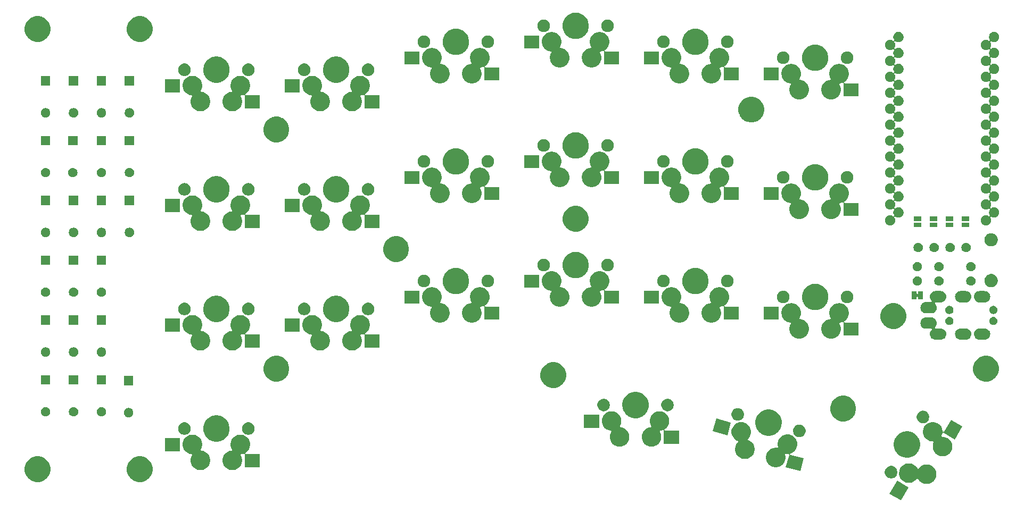
<source format=gts>
G04 #@! TF.GenerationSoftware,KiCad,Pcbnew,(5.1.0)-1*
G04 #@! TF.CreationDate,2019-06-07T23:15:03+02:00*
G04 #@! TF.ProjectId,prkbd,70726b62-642e-46b6-9963-61645f706362,1*
G04 #@! TF.SameCoordinates,Original*
G04 #@! TF.FileFunction,Soldermask,Top*
G04 #@! TF.FilePolarity,Negative*
%FSLAX46Y46*%
G04 Gerber Fmt 4.6, Leading zero omitted, Abs format (unit mm)*
G04 Created by KiCad (PCBNEW (5.1.0)-1) date 2019-06-07 23:15:03*
%MOMM*%
%LPD*%
G04 APERTURE LIST*
%ADD10C,0.100000*%
G04 APERTURE END LIST*
D10*
G36*
X183760039Y-140822581D02*
G01*
X182559039Y-142902775D01*
X180738653Y-141851775D01*
X181939653Y-139771581D01*
X183760039Y-140822581D01*
X183760039Y-140822581D01*
G37*
G36*
X184112290Y-137033359D02*
G01*
X184262115Y-137063161D01*
X184544379Y-137180078D01*
X184798410Y-137349816D01*
X185014446Y-137565852D01*
X185179973Y-137813581D01*
X185195515Y-137832518D01*
X185214456Y-137848063D01*
X185236067Y-137859614D01*
X185259516Y-137866727D01*
X185283902Y-137869129D01*
X185308288Y-137866727D01*
X185331737Y-137859614D01*
X185353348Y-137848063D01*
X185372290Y-137832517D01*
X185387826Y-137813586D01*
X185439668Y-137736000D01*
X185655704Y-137519964D01*
X185909735Y-137350226D01*
X186191999Y-137233309D01*
X186341824Y-137203507D01*
X186491648Y-137173705D01*
X186797170Y-137173705D01*
X186946994Y-137203507D01*
X187096819Y-137233309D01*
X187379083Y-137350226D01*
X187633114Y-137519964D01*
X187849150Y-137736000D01*
X188018888Y-137990031D01*
X188135805Y-138272295D01*
X188165607Y-138422120D01*
X188195409Y-138571944D01*
X188195409Y-138877466D01*
X188166558Y-139022508D01*
X188135805Y-139177115D01*
X188018888Y-139459379D01*
X187849150Y-139713410D01*
X187633114Y-139929446D01*
X187379083Y-140099184D01*
X187096819Y-140216101D01*
X186946994Y-140245903D01*
X186797170Y-140275705D01*
X186491648Y-140275705D01*
X186341824Y-140245903D01*
X186191999Y-140216101D01*
X185909735Y-140099184D01*
X185655704Y-139929446D01*
X185439668Y-139713410D01*
X185274141Y-139465681D01*
X185258599Y-139446744D01*
X185239658Y-139431199D01*
X185218047Y-139419648D01*
X185194598Y-139412535D01*
X185170212Y-139410133D01*
X185145826Y-139412535D01*
X185122377Y-139419648D01*
X185100766Y-139431199D01*
X185081824Y-139446745D01*
X185066288Y-139465676D01*
X185014446Y-139543262D01*
X184798410Y-139759298D01*
X184544379Y-139929036D01*
X184262115Y-140045953D01*
X184112290Y-140075755D01*
X183962466Y-140105557D01*
X183656944Y-140105557D01*
X183507120Y-140075755D01*
X183357295Y-140045953D01*
X183075031Y-139929036D01*
X182821000Y-139759298D01*
X182604964Y-139543262D01*
X182435226Y-139289231D01*
X182318309Y-139006967D01*
X182258705Y-138707317D01*
X182258705Y-138401797D01*
X182284465Y-138272295D01*
X182318309Y-138102148D01*
X182318309Y-138102147D01*
X182435226Y-137819883D01*
X182604964Y-137565852D01*
X182821000Y-137349816D01*
X183075031Y-137180078D01*
X183357295Y-137063161D01*
X183507120Y-137033359D01*
X183656944Y-137003557D01*
X183962466Y-137003557D01*
X184112290Y-137033359D01*
X184112290Y-137033359D01*
G37*
G36*
X45810254Y-135949818D02*
G01*
X46183511Y-136104426D01*
X46183513Y-136104427D01*
X46212779Y-136123982D01*
X46519436Y-136328884D01*
X46805116Y-136614564D01*
X47029574Y-136950489D01*
X47184182Y-137323746D01*
X47263000Y-137719993D01*
X47263000Y-138124007D01*
X47184182Y-138520254D01*
X47044052Y-138858558D01*
X47029573Y-138893513D01*
X46805116Y-139229436D01*
X46519436Y-139515116D01*
X46183513Y-139739573D01*
X46183512Y-139739574D01*
X46183511Y-139739574D01*
X45810254Y-139894182D01*
X45414007Y-139973000D01*
X45009993Y-139973000D01*
X44613746Y-139894182D01*
X44240489Y-139739574D01*
X44240488Y-139739574D01*
X44240487Y-139739573D01*
X43904564Y-139515116D01*
X43618884Y-139229436D01*
X43394427Y-138893513D01*
X43379948Y-138858558D01*
X43239818Y-138520254D01*
X43161000Y-138124007D01*
X43161000Y-137719993D01*
X43239818Y-137323746D01*
X43394426Y-136950489D01*
X43618884Y-136614564D01*
X43904564Y-136328884D01*
X44211221Y-136123982D01*
X44240487Y-136104427D01*
X44240489Y-136104426D01*
X44613746Y-135949818D01*
X45009993Y-135871000D01*
X45414007Y-135871000D01*
X45810254Y-135949818D01*
X45810254Y-135949818D01*
G37*
G36*
X62066254Y-135949818D02*
G01*
X62439511Y-136104426D01*
X62439513Y-136104427D01*
X62468779Y-136123982D01*
X62775436Y-136328884D01*
X63061116Y-136614564D01*
X63285574Y-136950489D01*
X63440182Y-137323746D01*
X63519000Y-137719993D01*
X63519000Y-138124007D01*
X63440182Y-138520254D01*
X63300052Y-138858558D01*
X63285573Y-138893513D01*
X63061116Y-139229436D01*
X62775436Y-139515116D01*
X62439513Y-139739573D01*
X62439512Y-139739574D01*
X62439511Y-139739574D01*
X62066254Y-139894182D01*
X61670007Y-139973000D01*
X61265993Y-139973000D01*
X60869746Y-139894182D01*
X60496489Y-139739574D01*
X60496488Y-139739574D01*
X60496487Y-139739573D01*
X60160564Y-139515116D01*
X59874884Y-139229436D01*
X59650427Y-138893513D01*
X59635948Y-138858558D01*
X59495818Y-138520254D01*
X59417000Y-138124007D01*
X59417000Y-137719993D01*
X59495818Y-137323746D01*
X59650426Y-136950489D01*
X59874884Y-136614564D01*
X60160564Y-136328884D01*
X60467221Y-136123982D01*
X60496487Y-136104427D01*
X60496489Y-136104426D01*
X60869746Y-135949818D01*
X61265993Y-135871000D01*
X61670007Y-135871000D01*
X62066254Y-135949818D01*
X62066254Y-135949818D01*
G37*
G36*
X181170285Y-137402643D02*
G01*
X181266981Y-137421877D01*
X181449151Y-137497335D01*
X181613100Y-137606882D01*
X181752527Y-137746309D01*
X181862074Y-137910258D01*
X181862075Y-137910260D01*
X181937532Y-138092429D01*
X181976000Y-138285818D01*
X181976000Y-138483000D01*
X181968589Y-138520255D01*
X181937532Y-138676390D01*
X181862074Y-138858560D01*
X181752527Y-139022509D01*
X181613100Y-139161936D01*
X181449151Y-139271483D01*
X181266981Y-139346941D01*
X181073591Y-139385409D01*
X180876409Y-139385409D01*
X180683019Y-139346941D01*
X180500849Y-139271483D01*
X180336900Y-139161936D01*
X180197473Y-139022509D01*
X180087926Y-138858560D01*
X180012468Y-138676390D01*
X179981411Y-138520255D01*
X179974000Y-138483000D01*
X179974000Y-138285818D01*
X180012468Y-138092429D01*
X180087925Y-137910260D01*
X180087926Y-137910258D01*
X180197473Y-137746309D01*
X180336900Y-137606882D01*
X180500849Y-137497335D01*
X180683019Y-137421877D01*
X180779715Y-137402643D01*
X180876409Y-137383409D01*
X181073591Y-137383409D01*
X181170285Y-137402643D01*
X181170285Y-137402643D01*
G37*
G36*
X164760956Y-132407532D02*
G01*
X164965187Y-132448156D01*
X165247451Y-132565073D01*
X165501482Y-132734811D01*
X165717518Y-132950847D01*
X165887256Y-133204878D01*
X166004173Y-133487142D01*
X166024756Y-133590621D01*
X166063777Y-133786791D01*
X166063777Y-134092313D01*
X166051411Y-134154479D01*
X166004173Y-134391962D01*
X165887256Y-134674226D01*
X165717518Y-134928257D01*
X165501482Y-135144293D01*
X165247451Y-135314031D01*
X164993491Y-135419224D01*
X164971884Y-135430773D01*
X164952942Y-135446318D01*
X164937397Y-135465260D01*
X164925846Y-135486871D01*
X164918733Y-135510320D01*
X164916331Y-135534706D01*
X164918733Y-135559092D01*
X164925846Y-135582541D01*
X164937397Y-135604152D01*
X164952942Y-135623094D01*
X164971884Y-135638639D01*
X164993495Y-135650190D01*
X165008978Y-135655446D01*
X167102720Y-136216463D01*
X166558682Y-138246839D01*
X164238528Y-137625155D01*
X164768331Y-135647903D01*
X164772322Y-135623726D01*
X164771521Y-135599235D01*
X164765956Y-135575371D01*
X164755843Y-135553051D01*
X164741570Y-135533133D01*
X164723686Y-135516383D01*
X164702877Y-135503443D01*
X164679943Y-135494811D01*
X164647591Y-135490552D01*
X164360016Y-135490552D01*
X164288850Y-135476396D01*
X164268508Y-135472350D01*
X164244124Y-135469948D01*
X164219738Y-135472350D01*
X164196289Y-135479463D01*
X164174679Y-135491014D01*
X164155737Y-135506559D01*
X164140191Y-135525501D01*
X164128640Y-135547112D01*
X164121527Y-135570561D01*
X164119125Y-135594947D01*
X164121527Y-135619333D01*
X164172640Y-135876295D01*
X164179651Y-135911544D01*
X164179651Y-136217064D01*
X164120047Y-136516714D01*
X164003130Y-136798978D01*
X163833392Y-137053009D01*
X163617356Y-137269045D01*
X163363325Y-137438783D01*
X163081061Y-137555700D01*
X163030023Y-137565852D01*
X162781412Y-137615304D01*
X162475890Y-137615304D01*
X162227279Y-137565852D01*
X162176241Y-137555700D01*
X161893977Y-137438783D01*
X161639946Y-137269045D01*
X161423910Y-137053009D01*
X161254172Y-136798978D01*
X161137255Y-136516714D01*
X161077651Y-136217064D01*
X161077651Y-135911544D01*
X161137255Y-135611894D01*
X161254172Y-135329630D01*
X161423910Y-135075599D01*
X161639946Y-134859563D01*
X161893977Y-134689825D01*
X162176241Y-134572908D01*
X162326066Y-134543106D01*
X162475890Y-134513304D01*
X162781412Y-134513304D01*
X162833024Y-134523570D01*
X162872920Y-134531506D01*
X162897304Y-134533908D01*
X162921690Y-134531506D01*
X162945139Y-134524393D01*
X162966749Y-134512842D01*
X162985691Y-134497297D01*
X163001237Y-134478355D01*
X163012788Y-134456744D01*
X163019901Y-134433295D01*
X163022303Y-134408909D01*
X163019901Y-134384523D01*
X162961777Y-134092313D01*
X162961777Y-133786791D01*
X163000798Y-133590621D01*
X163021381Y-133487142D01*
X163138298Y-133204878D01*
X163308036Y-132950847D01*
X163524072Y-132734811D01*
X163778103Y-132565073D01*
X164060367Y-132448156D01*
X164264598Y-132407532D01*
X164360016Y-132388552D01*
X164665538Y-132388552D01*
X164760956Y-132407532D01*
X164760956Y-132407532D01*
G37*
G36*
X77717777Y-132452900D02*
G01*
X77922410Y-132493604D01*
X78204674Y-132610521D01*
X78458705Y-132780259D01*
X78674741Y-132996295D01*
X78844479Y-133250326D01*
X78961396Y-133532590D01*
X78990574Y-133679277D01*
X79021000Y-133832239D01*
X79021000Y-134137761D01*
X79014083Y-134172534D01*
X78961396Y-134437410D01*
X78844479Y-134719674D01*
X78674741Y-134973705D01*
X78458705Y-135189741D01*
X78316027Y-135285075D01*
X78297094Y-135300613D01*
X78281549Y-135319555D01*
X78269998Y-135341166D01*
X78262885Y-135364615D01*
X78260483Y-135389001D01*
X78262885Y-135413387D01*
X78269998Y-135436836D01*
X78281549Y-135458447D01*
X78297094Y-135477389D01*
X78316036Y-135492934D01*
X78337647Y-135504485D01*
X78361096Y-135511598D01*
X78385482Y-135514000D01*
X80561000Y-135514000D01*
X80561000Y-137616000D01*
X78159000Y-137616000D01*
X78159000Y-135565471D01*
X78156598Y-135541085D01*
X78149485Y-135517636D01*
X78137934Y-135496025D01*
X78122389Y-135477083D01*
X78103447Y-135461538D01*
X78081836Y-135449987D01*
X78058387Y-135442874D01*
X78034001Y-135440472D01*
X78009615Y-135442874D01*
X77986171Y-135449986D01*
X77922410Y-135476396D01*
X77851243Y-135490552D01*
X77613623Y-135537818D01*
X77590174Y-135544931D01*
X77568563Y-135556482D01*
X77549621Y-135572028D01*
X77534076Y-135590969D01*
X77522525Y-135612580D01*
X77515412Y-135636029D01*
X77513010Y-135660415D01*
X77515412Y-135684801D01*
X77522525Y-135708250D01*
X77534070Y-135729849D01*
X77574479Y-135790326D01*
X77691396Y-136072590D01*
X77751000Y-136372240D01*
X77751000Y-136677760D01*
X77691396Y-136977410D01*
X77574479Y-137259674D01*
X77404741Y-137513705D01*
X77188705Y-137729741D01*
X76934674Y-137899479D01*
X76652410Y-138016396D01*
X76502585Y-138046198D01*
X76352761Y-138076000D01*
X76047239Y-138076000D01*
X75897415Y-138046198D01*
X75747590Y-138016396D01*
X75465326Y-137899479D01*
X75211295Y-137729741D01*
X74995259Y-137513705D01*
X74825521Y-137259674D01*
X74708604Y-136977410D01*
X74649000Y-136677760D01*
X74649000Y-136372240D01*
X74708604Y-136072590D01*
X74825521Y-135790326D01*
X74995259Y-135536295D01*
X75211295Y-135320259D01*
X75465326Y-135150521D01*
X75747590Y-135033604D01*
X75830662Y-135017080D01*
X76056377Y-134972182D01*
X76079826Y-134965069D01*
X76101437Y-134953518D01*
X76120379Y-134937972D01*
X76135924Y-134919031D01*
X76147475Y-134897420D01*
X76154588Y-134873971D01*
X76156990Y-134849585D01*
X76154588Y-134825199D01*
X76147475Y-134801750D01*
X76135930Y-134780151D01*
X76095521Y-134719674D01*
X75978604Y-134437410D01*
X75925917Y-134172534D01*
X75919000Y-134137761D01*
X75919000Y-133832239D01*
X75949426Y-133679277D01*
X75978604Y-133532590D01*
X76095521Y-133250326D01*
X76265259Y-132996295D01*
X76481295Y-132780259D01*
X76735326Y-132610521D01*
X77017590Y-132493604D01*
X77222223Y-132452900D01*
X77317239Y-132434000D01*
X77622761Y-132434000D01*
X77717777Y-132452900D01*
X77717777Y-132452900D01*
G37*
G36*
X70097772Y-132452900D02*
G01*
X70302410Y-132493605D01*
X70584674Y-132610522D01*
X70838705Y-132780260D01*
X71054741Y-132996296D01*
X71224479Y-133250327D01*
X71341396Y-133532591D01*
X71341396Y-133532592D01*
X71391960Y-133786791D01*
X71401000Y-133832241D01*
X71401000Y-134137761D01*
X71341396Y-134437411D01*
X71224479Y-134719675D01*
X71224478Y-134719676D01*
X71184077Y-134780141D01*
X71172526Y-134801752D01*
X71165413Y-134825201D01*
X71163011Y-134849587D01*
X71165413Y-134873973D01*
X71172526Y-134897422D01*
X71184078Y-134919032D01*
X71199623Y-134937974D01*
X71218565Y-134953519D01*
X71240176Y-134965070D01*
X71263624Y-134972183D01*
X71272759Y-134974000D01*
X71272760Y-134974000D01*
X71572410Y-135033604D01*
X71854674Y-135150521D01*
X72108705Y-135320259D01*
X72324741Y-135536295D01*
X72494479Y-135790326D01*
X72611396Y-136072590D01*
X72671000Y-136372240D01*
X72671000Y-136677760D01*
X72611396Y-136977410D01*
X72494479Y-137259674D01*
X72324741Y-137513705D01*
X72108705Y-137729741D01*
X71854674Y-137899479D01*
X71572410Y-138016396D01*
X71422585Y-138046198D01*
X71272761Y-138076000D01*
X70967239Y-138076000D01*
X70817415Y-138046198D01*
X70667590Y-138016396D01*
X70385326Y-137899479D01*
X70131295Y-137729741D01*
X69915259Y-137513705D01*
X69745521Y-137259674D01*
X69628604Y-136977410D01*
X69569000Y-136677760D01*
X69569000Y-136372240D01*
X69628604Y-136072590D01*
X69745521Y-135790326D01*
X69785923Y-135729860D01*
X69797474Y-135708249D01*
X69804587Y-135684800D01*
X69806989Y-135660414D01*
X69804587Y-135636028D01*
X69797474Y-135612579D01*
X69785922Y-135590969D01*
X69770377Y-135572027D01*
X69751435Y-135556482D01*
X69729824Y-135544931D01*
X69706376Y-135537818D01*
X69697241Y-135536001D01*
X69697240Y-135536001D01*
X69397590Y-135476397D01*
X69115326Y-135359480D01*
X68861295Y-135189742D01*
X68645259Y-134973706D01*
X68475521Y-134719675D01*
X68358604Y-134437411D01*
X68299000Y-134137761D01*
X68299000Y-133832241D01*
X68308041Y-133786791D01*
X68358604Y-133532592D01*
X68358604Y-133532591D01*
X68475521Y-133250327D01*
X68645259Y-132996296D01*
X68861295Y-132780260D01*
X69115326Y-132610522D01*
X69397590Y-132493605D01*
X69602228Y-132452900D01*
X69697239Y-132434001D01*
X70002761Y-132434001D01*
X70097772Y-132452900D01*
X70097772Y-132452900D01*
G37*
G36*
X157444178Y-130444000D02*
G01*
X157604832Y-130475956D01*
X157887096Y-130592873D01*
X158141127Y-130762611D01*
X158357163Y-130978647D01*
X158526901Y-131232678D01*
X158643818Y-131514942D01*
X158651908Y-131555613D01*
X158703422Y-131814591D01*
X158703422Y-132120113D01*
X158698644Y-132144134D01*
X158643818Y-132419762D01*
X158526901Y-132702026D01*
X158357163Y-132956057D01*
X158222251Y-133090969D01*
X158206715Y-133109900D01*
X158195164Y-133131511D01*
X158188051Y-133154960D01*
X158185649Y-133179346D01*
X158188051Y-133203732D01*
X158195164Y-133227181D01*
X158206715Y-133248792D01*
X158222260Y-133267734D01*
X158241202Y-133283279D01*
X158262804Y-133294825D01*
X158456422Y-133375024D01*
X158710453Y-133544762D01*
X158926489Y-133760798D01*
X159096227Y-134014829D01*
X159213144Y-134297093D01*
X159230535Y-134384523D01*
X159272748Y-134596742D01*
X159272748Y-134902264D01*
X159265645Y-134937972D01*
X159213144Y-135201913D01*
X159096227Y-135484177D01*
X158926489Y-135738208D01*
X158710453Y-135954244D01*
X158456422Y-136123982D01*
X158174158Y-136240899D01*
X158024333Y-136270701D01*
X157874509Y-136300503D01*
X157568987Y-136300503D01*
X157419163Y-136270701D01*
X157269338Y-136240899D01*
X156987074Y-136123982D01*
X156733043Y-135954244D01*
X156517007Y-135738208D01*
X156347269Y-135484177D01*
X156230352Y-135201913D01*
X156177851Y-134937972D01*
X156170748Y-134902264D01*
X156170748Y-134596742D01*
X156212961Y-134384523D01*
X156230352Y-134297093D01*
X156347269Y-134014829D01*
X156517007Y-133760798D01*
X156651919Y-133625886D01*
X156667455Y-133606955D01*
X156679006Y-133585344D01*
X156686119Y-133561895D01*
X156688521Y-133537509D01*
X156686119Y-133513123D01*
X156679006Y-133489674D01*
X156667455Y-133468063D01*
X156651910Y-133449121D01*
X156632968Y-133433576D01*
X156611366Y-133422030D01*
X156417748Y-133341831D01*
X156163717Y-133172093D01*
X155947681Y-132956057D01*
X155777943Y-132702026D01*
X155661026Y-132419762D01*
X155606200Y-132144134D01*
X155601422Y-132120113D01*
X155601422Y-131814591D01*
X155652936Y-131555613D01*
X155661026Y-131514942D01*
X155777943Y-131232678D01*
X155947681Y-130978647D01*
X156163717Y-130762611D01*
X156417748Y-130592873D01*
X156700012Y-130475956D01*
X156860666Y-130444000D01*
X156999661Y-130416352D01*
X157305183Y-130416352D01*
X157444178Y-130444000D01*
X157444178Y-130444000D01*
G37*
G36*
X183898637Y-131919149D02*
G01*
X184127839Y-131964740D01*
X184322395Y-132045328D01*
X184502943Y-132120113D01*
X184510197Y-132123118D01*
X184586084Y-132173824D01*
X184854309Y-132353046D01*
X185146954Y-132645691D01*
X185239575Y-132784309D01*
X185366323Y-132974000D01*
X185376883Y-132989805D01*
X185379572Y-132996297D01*
X185535260Y-133372161D01*
X185547476Y-133433576D01*
X185616000Y-133778068D01*
X185616000Y-134191932D01*
X185577691Y-134384523D01*
X185535260Y-134597839D01*
X185484794Y-134719674D01*
X185379572Y-134973704D01*
X185376882Y-134980197D01*
X185323581Y-135059967D01*
X185146954Y-135324309D01*
X184854309Y-135616954D01*
X184685333Y-135729860D01*
X184510197Y-135846882D01*
X184127839Y-136005260D01*
X183992536Y-136032173D01*
X183721932Y-136086000D01*
X183308068Y-136086000D01*
X183037464Y-136032173D01*
X182902161Y-136005260D01*
X182519803Y-135846882D01*
X182344667Y-135729860D01*
X182175691Y-135616954D01*
X181883046Y-135324309D01*
X181706419Y-135059967D01*
X181653118Y-134980197D01*
X181650429Y-134973704D01*
X181545206Y-134719674D01*
X181494740Y-134597839D01*
X181452309Y-134384523D01*
X181414000Y-134191932D01*
X181414000Y-133778068D01*
X181482524Y-133433576D01*
X181494740Y-133372161D01*
X181650428Y-132996297D01*
X181653117Y-132989805D01*
X181663678Y-132974000D01*
X181790425Y-132784309D01*
X181883046Y-132645691D01*
X182175691Y-132353046D01*
X182443916Y-132173824D01*
X182519803Y-132123118D01*
X182527058Y-132120113D01*
X182707605Y-132045328D01*
X182902161Y-131964740D01*
X183131363Y-131919149D01*
X183308068Y-131884000D01*
X183721932Y-131884000D01*
X183898637Y-131919149D01*
X183898637Y-131919149D01*
G37*
G36*
X192309743Y-131094058D02*
G01*
X191108743Y-133174252D01*
X189331203Y-132147989D01*
X189308886Y-132137877D01*
X189285022Y-132132312D01*
X189260531Y-132131511D01*
X189236354Y-132135502D01*
X189213420Y-132144134D01*
X189192611Y-132157074D01*
X189174727Y-132173824D01*
X189160454Y-132193743D01*
X189150341Y-132216062D01*
X189146109Y-132231856D01*
X189111101Y-132407853D01*
X189034689Y-132592328D01*
X189030906Y-132601461D01*
X189023793Y-132624910D01*
X189021391Y-132649296D01*
X189023793Y-132673682D01*
X189030906Y-132697131D01*
X189042457Y-132718742D01*
X189058002Y-132737684D01*
X189076944Y-132753229D01*
X189098555Y-132764780D01*
X189122004Y-132771893D01*
X189146390Y-132774295D01*
X189337170Y-132774295D01*
X189486994Y-132804097D01*
X189636819Y-132833899D01*
X189919083Y-132950816D01*
X190173114Y-133120554D01*
X190389150Y-133336590D01*
X190558888Y-133590621D01*
X190675805Y-133872885D01*
X190704039Y-134014829D01*
X190735409Y-134172534D01*
X190735409Y-134478056D01*
X190728398Y-134513304D01*
X190675805Y-134777705D01*
X190558888Y-135059969D01*
X190389150Y-135314000D01*
X190173114Y-135530036D01*
X189919083Y-135699774D01*
X189636819Y-135816691D01*
X189486994Y-135846493D01*
X189337170Y-135876295D01*
X189031648Y-135876295D01*
X188881824Y-135846493D01*
X188731999Y-135816691D01*
X188449735Y-135699774D01*
X188195704Y-135530036D01*
X187979668Y-135314000D01*
X187809930Y-135059969D01*
X187693013Y-134777705D01*
X187640420Y-134513304D01*
X187633409Y-134478056D01*
X187633409Y-134172534D01*
X187664779Y-134014829D01*
X187693013Y-133872885D01*
X187773209Y-133679274D01*
X187780321Y-133655828D01*
X187782723Y-133631442D01*
X187780321Y-133607056D01*
X187773208Y-133583607D01*
X187761657Y-133561996D01*
X187746112Y-133543054D01*
X187727170Y-133527509D01*
X187705559Y-133515958D01*
X187682110Y-133508845D01*
X187657724Y-133506443D01*
X187466944Y-133506443D01*
X187317120Y-133476641D01*
X187167295Y-133446839D01*
X186885031Y-133329922D01*
X186631000Y-133160184D01*
X186414964Y-132944148D01*
X186245226Y-132690117D01*
X186128309Y-132407853D01*
X186075852Y-132144134D01*
X186068705Y-132108204D01*
X186068705Y-131802682D01*
X186113942Y-131575259D01*
X186128309Y-131503033D01*
X186245226Y-131220769D01*
X186414964Y-130966738D01*
X186631000Y-130750702D01*
X186885031Y-130580964D01*
X187167295Y-130464047D01*
X187407074Y-130416352D01*
X187466944Y-130404443D01*
X187772466Y-130404443D01*
X187832336Y-130416352D01*
X188072115Y-130464047D01*
X188354379Y-130580964D01*
X188608410Y-130750702D01*
X188824446Y-130966738D01*
X188994184Y-131220769D01*
X189111101Y-131503033D01*
X189125468Y-131575259D01*
X189170705Y-131802682D01*
X189170705Y-131860528D01*
X189173107Y-131884914D01*
X189180220Y-131908363D01*
X189191771Y-131929974D01*
X189207316Y-131948916D01*
X189226258Y-131964461D01*
X189247869Y-131976012D01*
X189271318Y-131983125D01*
X189295704Y-131985527D01*
X189320090Y-131983125D01*
X189343539Y-131976012D01*
X189365150Y-131964461D01*
X189384092Y-131948916D01*
X189403956Y-131923028D01*
X190489357Y-130043058D01*
X192309743Y-131094058D01*
X192309743Y-131094058D01*
G37*
G36*
X67861000Y-135076000D02*
G01*
X65459000Y-135076000D01*
X65459000Y-132974000D01*
X67861000Y-132974000D01*
X67861000Y-135076000D01*
X67861000Y-135076000D01*
G37*
G36*
X144408603Y-128711048D02*
G01*
X144597410Y-128748604D01*
X144879674Y-128865521D01*
X145133705Y-129035259D01*
X145349741Y-129251295D01*
X145519479Y-129505326D01*
X145636396Y-129787590D01*
X145656202Y-129887161D01*
X145696000Y-130087239D01*
X145696000Y-130392761D01*
X145684653Y-130449805D01*
X145636396Y-130692410D01*
X145519479Y-130974674D01*
X145349741Y-131228705D01*
X145133705Y-131444741D01*
X144991027Y-131540075D01*
X144972094Y-131555613D01*
X144956549Y-131574555D01*
X144944998Y-131596166D01*
X144937885Y-131619615D01*
X144935483Y-131644001D01*
X144937885Y-131668387D01*
X144944998Y-131691836D01*
X144956549Y-131713447D01*
X144972094Y-131732389D01*
X144991036Y-131747934D01*
X145012647Y-131759485D01*
X145036096Y-131766598D01*
X145060482Y-131769000D01*
X147236000Y-131769000D01*
X147236000Y-133871000D01*
X144834000Y-133871000D01*
X144834000Y-131820471D01*
X144831598Y-131796085D01*
X144824485Y-131772636D01*
X144812934Y-131751025D01*
X144797389Y-131732083D01*
X144778447Y-131716538D01*
X144756836Y-131704987D01*
X144733387Y-131697874D01*
X144709001Y-131695472D01*
X144684615Y-131697874D01*
X144661171Y-131704986D01*
X144597410Y-131731396D01*
X144569337Y-131736980D01*
X144288623Y-131792818D01*
X144265174Y-131799931D01*
X144243563Y-131811482D01*
X144224621Y-131827028D01*
X144209076Y-131845969D01*
X144197525Y-131867580D01*
X144190412Y-131891029D01*
X144188010Y-131915415D01*
X144190412Y-131939801D01*
X144197525Y-131963250D01*
X144209070Y-131984849D01*
X144249479Y-132045326D01*
X144366396Y-132327590D01*
X144371460Y-132353047D01*
X144426000Y-132627239D01*
X144426000Y-132932761D01*
X144414653Y-132989805D01*
X144366396Y-133232410D01*
X144249479Y-133514674D01*
X144079741Y-133768705D01*
X143863705Y-133984741D01*
X143609674Y-134154479D01*
X143327410Y-134271396D01*
X143198222Y-134297093D01*
X143027761Y-134331000D01*
X142722239Y-134331000D01*
X142551778Y-134297093D01*
X142422590Y-134271396D01*
X142140326Y-134154479D01*
X141886295Y-133984741D01*
X141670259Y-133768705D01*
X141500521Y-133514674D01*
X141383604Y-133232410D01*
X141335347Y-132989805D01*
X141324000Y-132932761D01*
X141324000Y-132627239D01*
X141378540Y-132353047D01*
X141383604Y-132327590D01*
X141500521Y-132045326D01*
X141670259Y-131791295D01*
X141886295Y-131575259D01*
X142140326Y-131405521D01*
X142422590Y-131288604D01*
X142505662Y-131272080D01*
X142731377Y-131227182D01*
X142754826Y-131220069D01*
X142776437Y-131208518D01*
X142795379Y-131192972D01*
X142810924Y-131174031D01*
X142822475Y-131152420D01*
X142829588Y-131128971D01*
X142831990Y-131104585D01*
X142829588Y-131080199D01*
X142822475Y-131056750D01*
X142810930Y-131035151D01*
X142770521Y-130974674D01*
X142653604Y-130692410D01*
X142605347Y-130449805D01*
X142594000Y-130392761D01*
X142594000Y-130087239D01*
X142633798Y-129887161D01*
X142653604Y-129787590D01*
X142770521Y-129505326D01*
X142940259Y-129251295D01*
X143156295Y-129035259D01*
X143410326Y-128865521D01*
X143692590Y-128748604D01*
X143881397Y-128711048D01*
X143992239Y-128689000D01*
X144297761Y-128689000D01*
X144408603Y-128711048D01*
X144408603Y-128711048D01*
G37*
G36*
X136788598Y-128711048D02*
G01*
X136977410Y-128748605D01*
X137259674Y-128865522D01*
X137513705Y-129035260D01*
X137729741Y-129251296D01*
X137899479Y-129505327D01*
X138016396Y-129787591D01*
X138023499Y-129823299D01*
X138076000Y-130087240D01*
X138076000Y-130392762D01*
X138065808Y-130444000D01*
X138016396Y-130692411D01*
X137899479Y-130974675D01*
X137899478Y-130974676D01*
X137859077Y-131035141D01*
X137847526Y-131056752D01*
X137840413Y-131080201D01*
X137838011Y-131104587D01*
X137840413Y-131128973D01*
X137847526Y-131152422D01*
X137859078Y-131174032D01*
X137874623Y-131192974D01*
X137893565Y-131208519D01*
X137915176Y-131220070D01*
X137938624Y-131227183D01*
X137947759Y-131229000D01*
X137947760Y-131229000D01*
X138247410Y-131288604D01*
X138529674Y-131405521D01*
X138783705Y-131575259D01*
X138999741Y-131791295D01*
X139169479Y-132045326D01*
X139286396Y-132327590D01*
X139291460Y-132353047D01*
X139346000Y-132627239D01*
X139346000Y-132932761D01*
X139334653Y-132989805D01*
X139286396Y-133232410D01*
X139169479Y-133514674D01*
X138999741Y-133768705D01*
X138783705Y-133984741D01*
X138529674Y-134154479D01*
X138247410Y-134271396D01*
X138118222Y-134297093D01*
X137947761Y-134331000D01*
X137642239Y-134331000D01*
X137471778Y-134297093D01*
X137342590Y-134271396D01*
X137060326Y-134154479D01*
X136806295Y-133984741D01*
X136590259Y-133768705D01*
X136420521Y-133514674D01*
X136303604Y-133232410D01*
X136255347Y-132989805D01*
X136244000Y-132932761D01*
X136244000Y-132627239D01*
X136298540Y-132353047D01*
X136303604Y-132327590D01*
X136420521Y-132045326D01*
X136460923Y-131984860D01*
X136472474Y-131963249D01*
X136479587Y-131939800D01*
X136481989Y-131915414D01*
X136479587Y-131891028D01*
X136472474Y-131867579D01*
X136460922Y-131845969D01*
X136445377Y-131827027D01*
X136426435Y-131811482D01*
X136404824Y-131799931D01*
X136381376Y-131792818D01*
X136372241Y-131791001D01*
X136372240Y-131791001D01*
X136072590Y-131731397D01*
X135790326Y-131614480D01*
X135536295Y-131444742D01*
X135320259Y-131228706D01*
X135150521Y-130974675D01*
X135033604Y-130692411D01*
X134984192Y-130444000D01*
X134974000Y-130392762D01*
X134974000Y-130087240D01*
X135026501Y-129823299D01*
X135033604Y-129787591D01*
X135150521Y-129505327D01*
X135320259Y-129251296D01*
X135536295Y-129035260D01*
X135790326Y-128865522D01*
X136072590Y-128748605D01*
X136261402Y-128711048D01*
X136372239Y-128689001D01*
X136677761Y-128689001D01*
X136788598Y-128711048D01*
X136788598Y-128711048D01*
G37*
G36*
X74137536Y-129397827D02*
G01*
X74272839Y-129424740D01*
X74467393Y-129505327D01*
X74641480Y-129577436D01*
X74655197Y-129583118D01*
X74769283Y-129659348D01*
X74999309Y-129813046D01*
X75291954Y-130105691D01*
X75370798Y-130223690D01*
X75521882Y-130449803D01*
X75669797Y-130806900D01*
X75680260Y-130832162D01*
X75761000Y-131238068D01*
X75761000Y-131651932D01*
X75718105Y-131867579D01*
X75680260Y-132057839D01*
X75614722Y-132216062D01*
X75524449Y-132434001D01*
X75521882Y-132440197D01*
X75420231Y-132592328D01*
X75291954Y-132784309D01*
X74999309Y-133076954D01*
X74856923Y-133172093D01*
X74655197Y-133306882D01*
X74272839Y-133465260D01*
X74162830Y-133487142D01*
X73866932Y-133546000D01*
X73453068Y-133546000D01*
X73157170Y-133487142D01*
X73047161Y-133465260D01*
X72664803Y-133306882D01*
X72463077Y-133172093D01*
X72320691Y-133076954D01*
X72028046Y-132784309D01*
X71899769Y-132592328D01*
X71798118Y-132440197D01*
X71795552Y-132434001D01*
X71705278Y-132216062D01*
X71639740Y-132057839D01*
X71601895Y-131867579D01*
X71559000Y-131651932D01*
X71559000Y-131238068D01*
X71639740Y-130832162D01*
X71650204Y-130806900D01*
X71798118Y-130449803D01*
X71949202Y-130223690D01*
X72028046Y-130105691D01*
X72320691Y-129813046D01*
X72550717Y-129659348D01*
X72664803Y-129583118D01*
X72678521Y-129577436D01*
X72852607Y-129505327D01*
X73047161Y-129424740D01*
X73182464Y-129397827D01*
X73453068Y-129344000D01*
X73866932Y-129344000D01*
X74137536Y-129397827D01*
X74137536Y-129397827D01*
G37*
G36*
X166587795Y-130832161D02*
G01*
X166688884Y-130852269D01*
X166871054Y-130927727D01*
X167035003Y-131037274D01*
X167174430Y-131176701D01*
X167215435Y-131238070D01*
X167283978Y-131340652D01*
X167286363Y-131346410D01*
X167359435Y-131522820D01*
X167365958Y-131555613D01*
X167397903Y-131716210D01*
X167397903Y-131913392D01*
X167392650Y-131939800D01*
X167359435Y-132106782D01*
X167283977Y-132288952D01*
X167174430Y-132452901D01*
X167035003Y-132592328D01*
X166871054Y-132701875D01*
X166871053Y-132701876D01*
X166871052Y-132701876D01*
X166830334Y-132718742D01*
X166688884Y-132777333D01*
X166653813Y-132784309D01*
X166495494Y-132815801D01*
X166298312Y-132815801D01*
X166139993Y-132784309D01*
X166104922Y-132777333D01*
X165963472Y-132718742D01*
X165922754Y-132701876D01*
X165922753Y-132701876D01*
X165922752Y-132701875D01*
X165758803Y-132592328D01*
X165619376Y-132452901D01*
X165509829Y-132288952D01*
X165434371Y-132106782D01*
X165401156Y-131939800D01*
X165395903Y-131913392D01*
X165395903Y-131716210D01*
X165427848Y-131555613D01*
X165434371Y-131522820D01*
X165507443Y-131346410D01*
X165509828Y-131340652D01*
X165578371Y-131238070D01*
X165619376Y-131176701D01*
X165758803Y-131037274D01*
X165922752Y-130927727D01*
X166104922Y-130852269D01*
X166206011Y-130832161D01*
X166298312Y-130813801D01*
X166495494Y-130813801D01*
X166587795Y-130832161D01*
X166587795Y-130832161D01*
G37*
G36*
X161967536Y-128452827D02*
G01*
X162102839Y-128479740D01*
X162265460Y-128547100D01*
X162448842Y-128623059D01*
X162485197Y-128638118D01*
X162583844Y-128704032D01*
X162825532Y-128865522D01*
X162829310Y-128868047D01*
X163121953Y-129160690D01*
X163340882Y-129488340D01*
X163351883Y-129504805D01*
X163352100Y-129505329D01*
X163506288Y-129877571D01*
X163510260Y-129887162D01*
X163591000Y-130293068D01*
X163591000Y-130706932D01*
X163547081Y-130927726D01*
X163510260Y-131112839D01*
X163351882Y-131495197D01*
X163252454Y-131644001D01*
X163121954Y-131839309D01*
X162829309Y-132131954D01*
X162679795Y-132231856D01*
X162485197Y-132361882D01*
X162102839Y-132520260D01*
X161967536Y-132547173D01*
X161696932Y-132601000D01*
X161283068Y-132601000D01*
X161012464Y-132547173D01*
X160877161Y-132520260D01*
X160494803Y-132361882D01*
X160300205Y-132231856D01*
X160150691Y-132131954D01*
X159858046Y-131839309D01*
X159727546Y-131644001D01*
X159628118Y-131495197D01*
X159469740Y-131112839D01*
X159432919Y-130927726D01*
X159389000Y-130706932D01*
X159389000Y-130293068D01*
X159469740Y-129887162D01*
X159473713Y-129877571D01*
X159627900Y-129505329D01*
X159628117Y-129504805D01*
X159639119Y-129488340D01*
X159858047Y-129160690D01*
X160150690Y-128868047D01*
X160154469Y-128865522D01*
X160396156Y-128704032D01*
X160494803Y-128638118D01*
X160531159Y-128623059D01*
X160714540Y-128547100D01*
X160877161Y-128479740D01*
X161012464Y-128452827D01*
X161283068Y-128399000D01*
X161696932Y-128399000D01*
X161967536Y-128452827D01*
X161967536Y-128452827D01*
G37*
G36*
X155492862Y-130476009D02*
G01*
X154948824Y-132506385D01*
X152628670Y-131884701D01*
X153172708Y-129854325D01*
X155492862Y-130476009D01*
X155492862Y-130476009D01*
G37*
G36*
X78867764Y-130449803D02*
G01*
X79031981Y-130482468D01*
X79214151Y-130557926D01*
X79378100Y-130667473D01*
X79517527Y-130806900D01*
X79627074Y-130970849D01*
X79627075Y-130970851D01*
X79649175Y-131024205D01*
X79702532Y-131153019D01*
X79713571Y-131208518D01*
X79741000Y-131346409D01*
X79741000Y-131543591D01*
X79730542Y-131596166D01*
X79702532Y-131736981D01*
X79657387Y-131845969D01*
X79629460Y-131913392D01*
X79627074Y-131919151D01*
X79517527Y-132083100D01*
X79378100Y-132222527D01*
X79214151Y-132332074D01*
X79031981Y-132407532D01*
X78838591Y-132446000D01*
X78641409Y-132446000D01*
X78448019Y-132407532D01*
X78265849Y-132332074D01*
X78101900Y-132222527D01*
X77962473Y-132083100D01*
X77852926Y-131919151D01*
X77850541Y-131913392D01*
X77822613Y-131845969D01*
X77777468Y-131736981D01*
X77749458Y-131596166D01*
X77739000Y-131543591D01*
X77739000Y-131346409D01*
X77766429Y-131208518D01*
X77777468Y-131153019D01*
X77830825Y-131024205D01*
X77852925Y-130970851D01*
X77852926Y-130970849D01*
X77962473Y-130806900D01*
X78101900Y-130667473D01*
X78265849Y-130557926D01*
X78448019Y-130482468D01*
X78612236Y-130449803D01*
X78641409Y-130444000D01*
X78838591Y-130444000D01*
X78867764Y-130449803D01*
X78867764Y-130449803D01*
G37*
G36*
X68707764Y-130449803D02*
G01*
X68871981Y-130482468D01*
X69054151Y-130557926D01*
X69218100Y-130667473D01*
X69357527Y-130806900D01*
X69467074Y-130970849D01*
X69467075Y-130970851D01*
X69489175Y-131024205D01*
X69542532Y-131153019D01*
X69553571Y-131208518D01*
X69581000Y-131346409D01*
X69581000Y-131543591D01*
X69570542Y-131596166D01*
X69542532Y-131736981D01*
X69497387Y-131845969D01*
X69469460Y-131913392D01*
X69467074Y-131919151D01*
X69357527Y-132083100D01*
X69218100Y-132222527D01*
X69054151Y-132332074D01*
X68871981Y-132407532D01*
X68678591Y-132446000D01*
X68481409Y-132446000D01*
X68288019Y-132407532D01*
X68105849Y-132332074D01*
X67941900Y-132222527D01*
X67802473Y-132083100D01*
X67692926Y-131919151D01*
X67690541Y-131913392D01*
X67662613Y-131845969D01*
X67617468Y-131736981D01*
X67589458Y-131596166D01*
X67579000Y-131543591D01*
X67579000Y-131346409D01*
X67606429Y-131208518D01*
X67617468Y-131153019D01*
X67670825Y-131024205D01*
X67692925Y-130970851D01*
X67692926Y-130970849D01*
X67802473Y-130806900D01*
X67941900Y-130667473D01*
X68105849Y-130557926D01*
X68288019Y-130482468D01*
X68452236Y-130449803D01*
X68481409Y-130444000D01*
X68678591Y-130444000D01*
X68707764Y-130449803D01*
X68707764Y-130449803D01*
G37*
G36*
X134536000Y-131331000D02*
G01*
X132134000Y-131331000D01*
X132134000Y-129229000D01*
X134536000Y-129229000D01*
X134536000Y-131331000D01*
X134536000Y-131331000D01*
G37*
G36*
X186250285Y-128603825D02*
G01*
X186346981Y-128623059D01*
X186529151Y-128698517D01*
X186693100Y-128808064D01*
X186832527Y-128947491D01*
X186942074Y-129111440D01*
X187003913Y-129260730D01*
X187017532Y-129293611D01*
X187056000Y-129487000D01*
X187056000Y-129684182D01*
X187017532Y-129877572D01*
X186942074Y-130059742D01*
X186832527Y-130223691D01*
X186693100Y-130363118D01*
X186529151Y-130472665D01*
X186346981Y-130548123D01*
X186297703Y-130557925D01*
X186153591Y-130586591D01*
X185956409Y-130586591D01*
X185812297Y-130557925D01*
X185763019Y-130548123D01*
X185580849Y-130472665D01*
X185416900Y-130363118D01*
X185277473Y-130223691D01*
X185167926Y-130059742D01*
X185092468Y-129877572D01*
X185054000Y-129684182D01*
X185054000Y-129487000D01*
X185092468Y-129293611D01*
X185106088Y-129260730D01*
X185167926Y-129111440D01*
X185277473Y-128947491D01*
X185416900Y-128808064D01*
X185580849Y-128698517D01*
X185763019Y-128623059D01*
X185859715Y-128603825D01*
X185956409Y-128584591D01*
X186153591Y-128584591D01*
X186250285Y-128603825D01*
X186250285Y-128603825D01*
G37*
G36*
X173953254Y-126297818D02*
G01*
X174326511Y-126452426D01*
X174326513Y-126452427D01*
X174662436Y-126676884D01*
X174948116Y-126962564D01*
X175124038Y-127225849D01*
X175172574Y-127298489D01*
X175327182Y-127671746D01*
X175406000Y-128067993D01*
X175406000Y-128472007D01*
X175327182Y-128868254D01*
X175177756Y-129229000D01*
X175172573Y-129241513D01*
X174948116Y-129577436D01*
X174662436Y-129863116D01*
X174326513Y-130087573D01*
X174326512Y-130087574D01*
X174326511Y-130087574D01*
X173953254Y-130242182D01*
X173557007Y-130321000D01*
X173152993Y-130321000D01*
X172756746Y-130242182D01*
X172383489Y-130087574D01*
X172383488Y-130087574D01*
X172383487Y-130087573D01*
X172047564Y-129863116D01*
X171761884Y-129577436D01*
X171537427Y-129241513D01*
X171532244Y-129229000D01*
X171382818Y-128868254D01*
X171304000Y-128472007D01*
X171304000Y-128067993D01*
X171382818Y-127671746D01*
X171537426Y-127298489D01*
X171585963Y-127225849D01*
X171761884Y-126962564D01*
X172047564Y-126676884D01*
X172383487Y-126452427D01*
X172383489Y-126452426D01*
X172756746Y-126297818D01*
X173152993Y-126219000D01*
X173557007Y-126219000D01*
X173953254Y-126297818D01*
X173953254Y-126297818D01*
G37*
G36*
X156734273Y-128194659D02*
G01*
X156875078Y-128222667D01*
X157057248Y-128298125D01*
X157221197Y-128407672D01*
X157360624Y-128547099D01*
X157470171Y-128711048D01*
X157535203Y-128868047D01*
X157545629Y-128893219D01*
X157584097Y-129086608D01*
X157584097Y-129283790D01*
X157582143Y-129293611D01*
X157545629Y-129477180D01*
X157470171Y-129659350D01*
X157360624Y-129823299D01*
X157221197Y-129962726D01*
X157057248Y-130072273D01*
X157057247Y-130072274D01*
X157057246Y-130072274D01*
X157003892Y-130094374D01*
X156875078Y-130147731D01*
X156681688Y-130186199D01*
X156484506Y-130186199D01*
X156291116Y-130147731D01*
X156162302Y-130094374D01*
X156108948Y-130072274D01*
X156108947Y-130072274D01*
X156108946Y-130072273D01*
X155944997Y-129962726D01*
X155805570Y-129823299D01*
X155696023Y-129659350D01*
X155620565Y-129477180D01*
X155584051Y-129293611D01*
X155582097Y-129283790D01*
X155582097Y-129086608D01*
X155620565Y-128893219D01*
X155630992Y-128868047D01*
X155696023Y-128711048D01*
X155805570Y-128547099D01*
X155944997Y-128407672D01*
X156108946Y-128298125D01*
X156291116Y-128222667D01*
X156431921Y-128194659D01*
X156484506Y-128184199D01*
X156681688Y-128184199D01*
X156734273Y-128194659D01*
X156734273Y-128194659D01*
G37*
G36*
X140812536Y-125652827D02*
G01*
X140947839Y-125679740D01*
X141330197Y-125838118D01*
X141674310Y-126068047D01*
X141966953Y-126360690D01*
X142196882Y-126704803D01*
X142344797Y-127061900D01*
X142355260Y-127087162D01*
X142436000Y-127493068D01*
X142436000Y-127906932D01*
X142412117Y-128027000D01*
X142355260Y-128312839D01*
X142289331Y-128472006D01*
X142199449Y-128689001D01*
X142196882Y-128695197D01*
X142161196Y-128748605D01*
X141966954Y-129039309D01*
X141674309Y-129331954D01*
X141507326Y-129443528D01*
X141330197Y-129561882D01*
X141330196Y-129561883D01*
X141330195Y-129561883D01*
X141278931Y-129583117D01*
X140947839Y-129720260D01*
X140812536Y-129747173D01*
X140541932Y-129801000D01*
X140128068Y-129801000D01*
X139857464Y-129747173D01*
X139722161Y-129720260D01*
X139391069Y-129583117D01*
X139339805Y-129561883D01*
X139339804Y-129561883D01*
X139339803Y-129561882D01*
X139162674Y-129443528D01*
X138995691Y-129331954D01*
X138703046Y-129039309D01*
X138508804Y-128748605D01*
X138473118Y-128695197D01*
X138470552Y-128689001D01*
X138380669Y-128472006D01*
X138314740Y-128312839D01*
X138257883Y-128027000D01*
X138234000Y-127906932D01*
X138234000Y-127493068D01*
X138314740Y-127087162D01*
X138325204Y-127061900D01*
X138473118Y-126704803D01*
X138703047Y-126360690D01*
X138995690Y-126068047D01*
X139339803Y-125838118D01*
X139722161Y-125679740D01*
X139857464Y-125652827D01*
X140128068Y-125599000D01*
X140541932Y-125599000D01*
X140812536Y-125652827D01*
X140812536Y-125652827D01*
G37*
G36*
X59909059Y-128182860D02*
G01*
X60005162Y-128222667D01*
X60045732Y-128239472D01*
X60168735Y-128321660D01*
X60273340Y-128426265D01*
X60354079Y-128547100D01*
X60355529Y-128549270D01*
X60412140Y-128685941D01*
X60441000Y-128831032D01*
X60441000Y-128978968D01*
X60412140Y-129124059D01*
X60357185Y-129256733D01*
X60355528Y-129260732D01*
X60273340Y-129383735D01*
X60168735Y-129488340D01*
X60045732Y-129570528D01*
X60045731Y-129570529D01*
X60045730Y-129570529D01*
X59909059Y-129627140D01*
X59763968Y-129656000D01*
X59616032Y-129656000D01*
X59470941Y-129627140D01*
X59334270Y-129570529D01*
X59334269Y-129570529D01*
X59334268Y-129570528D01*
X59211265Y-129488340D01*
X59106660Y-129383735D01*
X59024472Y-129260732D01*
X59022816Y-129256733D01*
X58967860Y-129124059D01*
X58939000Y-128978968D01*
X58939000Y-128831032D01*
X58967860Y-128685941D01*
X59024471Y-128549270D01*
X59025921Y-128547100D01*
X59106660Y-128426265D01*
X59211265Y-128321660D01*
X59334268Y-128239472D01*
X59374839Y-128222667D01*
X59470941Y-128182860D01*
X59616032Y-128154000D01*
X59763968Y-128154000D01*
X59909059Y-128182860D01*
X59909059Y-128182860D01*
G37*
G36*
X51146059Y-128055860D02*
G01*
X51282732Y-128112472D01*
X51405735Y-128194660D01*
X51510340Y-128299265D01*
X51582775Y-128407672D01*
X51592529Y-128422270D01*
X51649140Y-128558941D01*
X51678000Y-128704032D01*
X51678000Y-128851968D01*
X51649140Y-128997059D01*
X51612048Y-129086608D01*
X51592528Y-129133732D01*
X51510340Y-129256735D01*
X51405735Y-129361340D01*
X51282732Y-129443528D01*
X51282731Y-129443529D01*
X51282730Y-129443529D01*
X51146059Y-129500140D01*
X51000968Y-129529000D01*
X50853032Y-129529000D01*
X50707941Y-129500140D01*
X50571270Y-129443529D01*
X50571269Y-129443529D01*
X50571268Y-129443528D01*
X50448265Y-129361340D01*
X50343660Y-129256735D01*
X50261472Y-129133732D01*
X50241953Y-129086608D01*
X50204860Y-128997059D01*
X50176000Y-128851968D01*
X50176000Y-128704032D01*
X50204860Y-128558941D01*
X50261471Y-128422270D01*
X50271225Y-128407672D01*
X50343660Y-128299265D01*
X50448265Y-128194660D01*
X50571268Y-128112472D01*
X50707941Y-128055860D01*
X50853032Y-128027000D01*
X51000968Y-128027000D01*
X51146059Y-128055860D01*
X51146059Y-128055860D01*
G37*
G36*
X46701059Y-128055860D02*
G01*
X46837732Y-128112472D01*
X46960735Y-128194660D01*
X47065340Y-128299265D01*
X47137775Y-128407672D01*
X47147529Y-128422270D01*
X47204140Y-128558941D01*
X47233000Y-128704032D01*
X47233000Y-128851968D01*
X47204140Y-128997059D01*
X47167048Y-129086608D01*
X47147528Y-129133732D01*
X47065340Y-129256735D01*
X46960735Y-129361340D01*
X46837732Y-129443528D01*
X46837731Y-129443529D01*
X46837730Y-129443529D01*
X46701059Y-129500140D01*
X46555968Y-129529000D01*
X46408032Y-129529000D01*
X46262941Y-129500140D01*
X46126270Y-129443529D01*
X46126269Y-129443529D01*
X46126268Y-129443528D01*
X46003265Y-129361340D01*
X45898660Y-129256735D01*
X45816472Y-129133732D01*
X45796953Y-129086608D01*
X45759860Y-128997059D01*
X45731000Y-128851968D01*
X45731000Y-128704032D01*
X45759860Y-128558941D01*
X45816471Y-128422270D01*
X45826225Y-128407672D01*
X45898660Y-128299265D01*
X46003265Y-128194660D01*
X46126268Y-128112472D01*
X46262941Y-128055860D01*
X46408032Y-128027000D01*
X46555968Y-128027000D01*
X46701059Y-128055860D01*
X46701059Y-128055860D01*
G37*
G36*
X55591059Y-128055860D02*
G01*
X55727732Y-128112472D01*
X55850735Y-128194660D01*
X55955340Y-128299265D01*
X56027775Y-128407672D01*
X56037529Y-128422270D01*
X56094140Y-128558941D01*
X56123000Y-128704032D01*
X56123000Y-128851968D01*
X56094140Y-128997059D01*
X56057048Y-129086608D01*
X56037528Y-129133732D01*
X55955340Y-129256735D01*
X55850735Y-129361340D01*
X55727732Y-129443528D01*
X55727731Y-129443529D01*
X55727730Y-129443529D01*
X55591059Y-129500140D01*
X55445968Y-129529000D01*
X55298032Y-129529000D01*
X55152941Y-129500140D01*
X55016270Y-129443529D01*
X55016269Y-129443529D01*
X55016268Y-129443528D01*
X54893265Y-129361340D01*
X54788660Y-129256735D01*
X54706472Y-129133732D01*
X54686953Y-129086608D01*
X54649860Y-128997059D01*
X54621000Y-128851968D01*
X54621000Y-128704032D01*
X54649860Y-128558941D01*
X54706471Y-128422270D01*
X54716225Y-128407672D01*
X54788660Y-128299265D01*
X54893265Y-128194660D01*
X55016268Y-128112472D01*
X55152941Y-128055860D01*
X55298032Y-128027000D01*
X55445968Y-128027000D01*
X55591059Y-128055860D01*
X55591059Y-128055860D01*
G37*
G36*
X145542764Y-126704803D02*
G01*
X145706981Y-126737468D01*
X145889151Y-126812926D01*
X146053100Y-126922473D01*
X146192527Y-127061900D01*
X146302074Y-127225849D01*
X146377532Y-127408019D01*
X146416000Y-127601410D01*
X146416000Y-127798590D01*
X146377532Y-127991981D01*
X146302074Y-128174151D01*
X146192527Y-128338100D01*
X146053100Y-128477527D01*
X145889151Y-128587074D01*
X145706981Y-128662532D01*
X145610285Y-128681766D01*
X145513591Y-128701000D01*
X145316409Y-128701000D01*
X145219715Y-128681766D01*
X145123019Y-128662532D01*
X144940849Y-128587074D01*
X144776900Y-128477527D01*
X144637473Y-128338100D01*
X144527926Y-128174151D01*
X144452468Y-127991981D01*
X144414000Y-127798590D01*
X144414000Y-127601410D01*
X144452468Y-127408019D01*
X144527926Y-127225849D01*
X144637473Y-127061900D01*
X144776900Y-126922473D01*
X144940849Y-126812926D01*
X145123019Y-126737468D01*
X145287236Y-126704803D01*
X145316409Y-126699000D01*
X145513591Y-126699000D01*
X145542764Y-126704803D01*
X145542764Y-126704803D01*
G37*
G36*
X135382764Y-126704803D02*
G01*
X135546981Y-126737468D01*
X135729151Y-126812926D01*
X135893100Y-126922473D01*
X136032527Y-127061900D01*
X136142074Y-127225849D01*
X136217532Y-127408019D01*
X136256000Y-127601410D01*
X136256000Y-127798590D01*
X136217532Y-127991981D01*
X136142074Y-128174151D01*
X136032527Y-128338100D01*
X135893100Y-128477527D01*
X135729151Y-128587074D01*
X135546981Y-128662532D01*
X135450285Y-128681766D01*
X135353591Y-128701000D01*
X135156409Y-128701000D01*
X135059715Y-128681766D01*
X134963019Y-128662532D01*
X134780849Y-128587074D01*
X134616900Y-128477527D01*
X134477473Y-128338100D01*
X134367926Y-128174151D01*
X134292468Y-127991981D01*
X134254000Y-127798590D01*
X134254000Y-127601410D01*
X134292468Y-127408019D01*
X134367926Y-127225849D01*
X134477473Y-127061900D01*
X134616900Y-126922473D01*
X134780849Y-126812926D01*
X134963019Y-126737468D01*
X135127236Y-126704803D01*
X135156409Y-126699000D01*
X135353591Y-126699000D01*
X135382764Y-126704803D01*
X135382764Y-126704803D01*
G37*
G36*
X127852254Y-120963818D02*
G01*
X128225511Y-121118426D01*
X128225513Y-121118427D01*
X128529799Y-121321745D01*
X128561436Y-121342884D01*
X128847116Y-121628564D01*
X129071574Y-121964489D01*
X129226182Y-122337746D01*
X129305000Y-122733993D01*
X129305000Y-123138007D01*
X129226182Y-123534254D01*
X129141964Y-123737574D01*
X129071573Y-123907513D01*
X128847116Y-124243436D01*
X128561436Y-124529116D01*
X128225513Y-124753573D01*
X128225512Y-124753574D01*
X128225511Y-124753574D01*
X127852254Y-124908182D01*
X127456007Y-124987000D01*
X127051993Y-124987000D01*
X126655746Y-124908182D01*
X126282489Y-124753574D01*
X126282488Y-124753574D01*
X126282487Y-124753573D01*
X125946564Y-124529116D01*
X125660884Y-124243436D01*
X125436427Y-123907513D01*
X125366036Y-123737574D01*
X125281818Y-123534254D01*
X125203000Y-123138007D01*
X125203000Y-122733993D01*
X125281818Y-122337746D01*
X125436426Y-121964489D01*
X125660884Y-121628564D01*
X125946564Y-121342884D01*
X125978201Y-121321745D01*
X126282487Y-121118427D01*
X126282489Y-121118426D01*
X126655746Y-120963818D01*
X127051993Y-120885000D01*
X127456007Y-120885000D01*
X127852254Y-120963818D01*
X127852254Y-120963818D01*
G37*
G36*
X60441000Y-124576000D02*
G01*
X58939000Y-124576000D01*
X58939000Y-123074000D01*
X60441000Y-123074000D01*
X60441000Y-124576000D01*
X60441000Y-124576000D01*
G37*
G36*
X56123000Y-124449000D02*
G01*
X54621000Y-124449000D01*
X54621000Y-122947000D01*
X56123000Y-122947000D01*
X56123000Y-124449000D01*
X56123000Y-124449000D01*
G37*
G36*
X51678000Y-124449000D02*
G01*
X50176000Y-124449000D01*
X50176000Y-122947000D01*
X51678000Y-122947000D01*
X51678000Y-124449000D01*
X51678000Y-124449000D01*
G37*
G36*
X47233000Y-124449000D02*
G01*
X45731000Y-124449000D01*
X45731000Y-122947000D01*
X47233000Y-122947000D01*
X47233000Y-124449000D01*
X47233000Y-124449000D01*
G37*
G36*
X83783254Y-119947818D02*
G01*
X84156511Y-120102426D01*
X84156513Y-120102427D01*
X84492436Y-120326884D01*
X84778116Y-120612564D01*
X85002574Y-120948489D01*
X85157182Y-121321746D01*
X85236000Y-121717993D01*
X85236000Y-122122007D01*
X85157182Y-122518254D01*
X85002574Y-122891511D01*
X85002573Y-122891513D01*
X84778116Y-123227436D01*
X84492436Y-123513116D01*
X84156513Y-123737573D01*
X84156512Y-123737574D01*
X84156511Y-123737574D01*
X83783254Y-123892182D01*
X83387007Y-123971000D01*
X82982993Y-123971000D01*
X82586746Y-123892182D01*
X82213489Y-123737574D01*
X82213488Y-123737574D01*
X82213487Y-123737573D01*
X81877564Y-123513116D01*
X81591884Y-123227436D01*
X81367427Y-122891513D01*
X81367426Y-122891511D01*
X81212818Y-122518254D01*
X81134000Y-122122007D01*
X81134000Y-121717993D01*
X81212818Y-121321746D01*
X81367426Y-120948489D01*
X81591884Y-120612564D01*
X81877564Y-120326884D01*
X82213487Y-120102427D01*
X82213489Y-120102426D01*
X82586746Y-119947818D01*
X82982993Y-119869000D01*
X83387007Y-119869000D01*
X83783254Y-119947818D01*
X83783254Y-119947818D01*
G37*
G36*
X196686254Y-119947818D02*
G01*
X197059511Y-120102426D01*
X197059513Y-120102427D01*
X197395436Y-120326884D01*
X197681116Y-120612564D01*
X197905574Y-120948489D01*
X198060182Y-121321746D01*
X198139000Y-121717993D01*
X198139000Y-122122007D01*
X198060182Y-122518254D01*
X197905574Y-122891511D01*
X197905573Y-122891513D01*
X197681116Y-123227436D01*
X197395436Y-123513116D01*
X197059513Y-123737573D01*
X197059512Y-123737574D01*
X197059511Y-123737574D01*
X196686254Y-123892182D01*
X196290007Y-123971000D01*
X195885993Y-123971000D01*
X195489746Y-123892182D01*
X195116489Y-123737574D01*
X195116488Y-123737574D01*
X195116487Y-123737573D01*
X194780564Y-123513116D01*
X194494884Y-123227436D01*
X194270427Y-122891513D01*
X194270426Y-122891511D01*
X194115818Y-122518254D01*
X194037000Y-122122007D01*
X194037000Y-121717993D01*
X194115818Y-121321746D01*
X194270426Y-120948489D01*
X194494884Y-120612564D01*
X194780564Y-120326884D01*
X195116487Y-120102427D01*
X195116489Y-120102426D01*
X195489746Y-119947818D01*
X195885993Y-119869000D01*
X196290007Y-119869000D01*
X196686254Y-119947818D01*
X196686254Y-119947818D01*
G37*
G36*
X51146059Y-118530860D02*
G01*
X51282732Y-118587472D01*
X51405735Y-118669660D01*
X51510340Y-118774265D01*
X51592528Y-118897268D01*
X51649140Y-119033941D01*
X51678000Y-119179033D01*
X51678000Y-119326967D01*
X51649140Y-119472059D01*
X51592528Y-119608732D01*
X51510340Y-119731735D01*
X51405735Y-119836340D01*
X51282732Y-119918528D01*
X51282731Y-119918529D01*
X51282730Y-119918529D01*
X51146059Y-119975140D01*
X51000968Y-120004000D01*
X50853032Y-120004000D01*
X50707941Y-119975140D01*
X50571270Y-119918529D01*
X50571269Y-119918529D01*
X50571268Y-119918528D01*
X50448265Y-119836340D01*
X50343660Y-119731735D01*
X50261472Y-119608732D01*
X50204860Y-119472059D01*
X50176000Y-119326967D01*
X50176000Y-119179033D01*
X50204860Y-119033941D01*
X50261472Y-118897268D01*
X50343660Y-118774265D01*
X50448265Y-118669660D01*
X50571268Y-118587472D01*
X50707941Y-118530860D01*
X50853032Y-118502000D01*
X51000968Y-118502000D01*
X51146059Y-118530860D01*
X51146059Y-118530860D01*
G37*
G36*
X55591059Y-118530860D02*
G01*
X55727732Y-118587472D01*
X55850735Y-118669660D01*
X55955340Y-118774265D01*
X56037528Y-118897268D01*
X56094140Y-119033941D01*
X56123000Y-119179033D01*
X56123000Y-119326967D01*
X56094140Y-119472059D01*
X56037528Y-119608732D01*
X55955340Y-119731735D01*
X55850735Y-119836340D01*
X55727732Y-119918528D01*
X55727731Y-119918529D01*
X55727730Y-119918529D01*
X55591059Y-119975140D01*
X55445968Y-120004000D01*
X55298032Y-120004000D01*
X55152941Y-119975140D01*
X55016270Y-119918529D01*
X55016269Y-119918529D01*
X55016268Y-119918528D01*
X54893265Y-119836340D01*
X54788660Y-119731735D01*
X54706472Y-119608732D01*
X54649860Y-119472059D01*
X54621000Y-119326967D01*
X54621000Y-119179033D01*
X54649860Y-119033941D01*
X54706472Y-118897268D01*
X54788660Y-118774265D01*
X54893265Y-118669660D01*
X55016268Y-118587472D01*
X55152941Y-118530860D01*
X55298032Y-118502000D01*
X55445968Y-118502000D01*
X55591059Y-118530860D01*
X55591059Y-118530860D01*
G37*
G36*
X46701059Y-118530860D02*
G01*
X46837732Y-118587472D01*
X46960735Y-118669660D01*
X47065340Y-118774265D01*
X47147528Y-118897268D01*
X47204140Y-119033941D01*
X47233000Y-119179033D01*
X47233000Y-119326967D01*
X47204140Y-119472059D01*
X47147528Y-119608732D01*
X47065340Y-119731735D01*
X46960735Y-119836340D01*
X46837732Y-119918528D01*
X46837731Y-119918529D01*
X46837730Y-119918529D01*
X46701059Y-119975140D01*
X46555968Y-120004000D01*
X46408032Y-120004000D01*
X46262941Y-119975140D01*
X46126270Y-119918529D01*
X46126269Y-119918529D01*
X46126268Y-119918528D01*
X46003265Y-119836340D01*
X45898660Y-119731735D01*
X45816472Y-119608732D01*
X45759860Y-119472059D01*
X45731000Y-119326967D01*
X45731000Y-119179033D01*
X45759860Y-119033941D01*
X45816472Y-118897268D01*
X45898660Y-118774265D01*
X46003265Y-118669660D01*
X46126268Y-118587472D01*
X46262941Y-118530860D01*
X46408032Y-118502000D01*
X46555968Y-118502000D01*
X46701059Y-118530860D01*
X46701059Y-118530860D01*
G37*
G36*
X96822585Y-113413802D02*
G01*
X96972410Y-113443604D01*
X97254674Y-113560521D01*
X97508705Y-113730259D01*
X97724741Y-113946295D01*
X97894479Y-114200326D01*
X98011396Y-114482590D01*
X98031982Y-114586085D01*
X98071000Y-114782239D01*
X98071000Y-115087761D01*
X98065066Y-115117591D01*
X98011396Y-115387410D01*
X97894479Y-115669674D01*
X97724741Y-115923705D01*
X97508705Y-116139741D01*
X97366027Y-116235075D01*
X97347094Y-116250613D01*
X97331549Y-116269555D01*
X97319998Y-116291166D01*
X97312885Y-116314615D01*
X97310483Y-116339001D01*
X97312885Y-116363387D01*
X97319998Y-116386836D01*
X97331549Y-116408447D01*
X97347094Y-116427389D01*
X97366036Y-116442934D01*
X97387647Y-116454485D01*
X97411096Y-116461598D01*
X97435482Y-116464000D01*
X99611000Y-116464000D01*
X99611000Y-118566000D01*
X97209000Y-118566000D01*
X97209000Y-116515471D01*
X97206598Y-116491085D01*
X97199485Y-116467636D01*
X97187934Y-116446025D01*
X97172389Y-116427083D01*
X97153447Y-116411538D01*
X97131836Y-116399987D01*
X97108387Y-116392874D01*
X97084001Y-116390472D01*
X97059615Y-116392874D01*
X97036171Y-116399986D01*
X96972410Y-116426396D01*
X96889338Y-116442920D01*
X96663623Y-116487818D01*
X96640174Y-116494931D01*
X96618563Y-116506482D01*
X96599621Y-116522028D01*
X96584076Y-116540969D01*
X96572525Y-116562580D01*
X96565412Y-116586029D01*
X96563010Y-116610415D01*
X96565412Y-116634801D01*
X96572525Y-116658250D01*
X96584070Y-116679849D01*
X96624479Y-116740326D01*
X96741396Y-117022590D01*
X96801000Y-117322240D01*
X96801000Y-117627760D01*
X96741396Y-117927410D01*
X96624479Y-118209674D01*
X96454741Y-118463705D01*
X96238705Y-118679741D01*
X95984674Y-118849479D01*
X95702410Y-118966396D01*
X95552585Y-118996198D01*
X95402761Y-119026000D01*
X95097239Y-119026000D01*
X94947415Y-118996198D01*
X94797590Y-118966396D01*
X94515326Y-118849479D01*
X94261295Y-118679741D01*
X94045259Y-118463705D01*
X93875521Y-118209674D01*
X93758604Y-117927410D01*
X93699000Y-117627760D01*
X93699000Y-117322240D01*
X93758604Y-117022590D01*
X93875521Y-116740326D01*
X94045259Y-116486295D01*
X94261295Y-116270259D01*
X94515326Y-116100521D01*
X94797590Y-115983604D01*
X94880662Y-115967080D01*
X95106377Y-115922182D01*
X95129826Y-115915069D01*
X95151437Y-115903518D01*
X95170379Y-115887972D01*
X95185924Y-115869031D01*
X95197475Y-115847420D01*
X95204588Y-115823971D01*
X95206990Y-115799585D01*
X95204588Y-115775199D01*
X95197475Y-115751750D01*
X95185930Y-115730151D01*
X95145521Y-115669674D01*
X95028604Y-115387410D01*
X94974934Y-115117591D01*
X94969000Y-115087761D01*
X94969000Y-114782239D01*
X95008018Y-114586085D01*
X95028604Y-114482590D01*
X95145521Y-114200326D01*
X95315259Y-113946295D01*
X95531295Y-113730259D01*
X95785326Y-113560521D01*
X96067590Y-113443604D01*
X96217415Y-113413802D01*
X96367239Y-113384000D01*
X96672761Y-113384000D01*
X96822585Y-113413802D01*
X96822585Y-113413802D01*
G37*
G36*
X77772585Y-113413802D02*
G01*
X77922410Y-113443604D01*
X78204674Y-113560521D01*
X78458705Y-113730259D01*
X78674741Y-113946295D01*
X78844479Y-114200326D01*
X78961396Y-114482590D01*
X78981982Y-114586085D01*
X79021000Y-114782239D01*
X79021000Y-115087761D01*
X79015066Y-115117591D01*
X78961396Y-115387410D01*
X78844479Y-115669674D01*
X78674741Y-115923705D01*
X78458705Y-116139741D01*
X78316027Y-116235075D01*
X78297094Y-116250613D01*
X78281549Y-116269555D01*
X78269998Y-116291166D01*
X78262885Y-116314615D01*
X78260483Y-116339001D01*
X78262885Y-116363387D01*
X78269998Y-116386836D01*
X78281549Y-116408447D01*
X78297094Y-116427389D01*
X78316036Y-116442934D01*
X78337647Y-116454485D01*
X78361096Y-116461598D01*
X78385482Y-116464000D01*
X80561000Y-116464000D01*
X80561000Y-118566000D01*
X78159000Y-118566000D01*
X78159000Y-116515471D01*
X78156598Y-116491085D01*
X78149485Y-116467636D01*
X78137934Y-116446025D01*
X78122389Y-116427083D01*
X78103447Y-116411538D01*
X78081836Y-116399987D01*
X78058387Y-116392874D01*
X78034001Y-116390472D01*
X78009615Y-116392874D01*
X77986171Y-116399986D01*
X77922410Y-116426396D01*
X77839338Y-116442920D01*
X77613623Y-116487818D01*
X77590174Y-116494931D01*
X77568563Y-116506482D01*
X77549621Y-116522028D01*
X77534076Y-116540969D01*
X77522525Y-116562580D01*
X77515412Y-116586029D01*
X77513010Y-116610415D01*
X77515412Y-116634801D01*
X77522525Y-116658250D01*
X77534070Y-116679849D01*
X77574479Y-116740326D01*
X77691396Y-117022590D01*
X77751000Y-117322240D01*
X77751000Y-117627760D01*
X77691396Y-117927410D01*
X77574479Y-118209674D01*
X77404741Y-118463705D01*
X77188705Y-118679741D01*
X76934674Y-118849479D01*
X76652410Y-118966396D01*
X76502585Y-118996198D01*
X76352761Y-119026000D01*
X76047239Y-119026000D01*
X75897415Y-118996198D01*
X75747590Y-118966396D01*
X75465326Y-118849479D01*
X75211295Y-118679741D01*
X74995259Y-118463705D01*
X74825521Y-118209674D01*
X74708604Y-117927410D01*
X74649000Y-117627760D01*
X74649000Y-117322240D01*
X74708604Y-117022590D01*
X74825521Y-116740326D01*
X74995259Y-116486295D01*
X75211295Y-116270259D01*
X75465326Y-116100521D01*
X75747590Y-115983604D01*
X75830662Y-115967080D01*
X76056377Y-115922182D01*
X76079826Y-115915069D01*
X76101437Y-115903518D01*
X76120379Y-115887972D01*
X76135924Y-115869031D01*
X76147475Y-115847420D01*
X76154588Y-115823971D01*
X76156990Y-115799585D01*
X76154588Y-115775199D01*
X76147475Y-115751750D01*
X76135930Y-115730151D01*
X76095521Y-115669674D01*
X75978604Y-115387410D01*
X75924934Y-115117591D01*
X75919000Y-115087761D01*
X75919000Y-114782239D01*
X75958018Y-114586085D01*
X75978604Y-114482590D01*
X76095521Y-114200326D01*
X76265259Y-113946295D01*
X76481295Y-113730259D01*
X76735326Y-113560521D01*
X77017590Y-113443604D01*
X77167415Y-113413802D01*
X77317239Y-113384000D01*
X77622761Y-113384000D01*
X77772585Y-113413802D01*
X77772585Y-113413802D01*
G37*
G36*
X89202585Y-113413803D02*
G01*
X89352410Y-113443605D01*
X89634674Y-113560522D01*
X89888705Y-113730260D01*
X90104741Y-113946296D01*
X90274479Y-114200327D01*
X90391396Y-114482591D01*
X90396159Y-114506538D01*
X90451000Y-114782240D01*
X90451000Y-115087762D01*
X90442376Y-115131116D01*
X90391396Y-115387411D01*
X90274479Y-115669675D01*
X90274478Y-115669676D01*
X90234077Y-115730141D01*
X90222526Y-115751752D01*
X90215413Y-115775201D01*
X90213011Y-115799587D01*
X90215413Y-115823973D01*
X90222526Y-115847422D01*
X90234078Y-115869032D01*
X90249623Y-115887974D01*
X90268565Y-115903519D01*
X90290176Y-115915070D01*
X90313624Y-115922183D01*
X90322759Y-115924000D01*
X90322760Y-115924000D01*
X90622410Y-115983604D01*
X90904674Y-116100521D01*
X91158705Y-116270259D01*
X91374741Y-116486295D01*
X91544479Y-116740326D01*
X91661396Y-117022590D01*
X91721000Y-117322240D01*
X91721000Y-117627760D01*
X91661396Y-117927410D01*
X91544479Y-118209674D01*
X91374741Y-118463705D01*
X91158705Y-118679741D01*
X90904674Y-118849479D01*
X90622410Y-118966396D01*
X90472585Y-118996198D01*
X90322761Y-119026000D01*
X90017239Y-119026000D01*
X89867415Y-118996198D01*
X89717590Y-118966396D01*
X89435326Y-118849479D01*
X89181295Y-118679741D01*
X88965259Y-118463705D01*
X88795521Y-118209674D01*
X88678604Y-117927410D01*
X88619000Y-117627760D01*
X88619000Y-117322240D01*
X88678604Y-117022590D01*
X88795521Y-116740326D01*
X88835923Y-116679860D01*
X88847474Y-116658249D01*
X88854587Y-116634800D01*
X88856989Y-116610414D01*
X88854587Y-116586028D01*
X88847474Y-116562579D01*
X88835922Y-116540969D01*
X88820377Y-116522027D01*
X88801435Y-116506482D01*
X88779824Y-116494931D01*
X88756376Y-116487818D01*
X88747241Y-116486001D01*
X88747240Y-116486001D01*
X88447590Y-116426397D01*
X88165326Y-116309480D01*
X87911295Y-116139742D01*
X87695259Y-115923706D01*
X87525521Y-115669675D01*
X87408604Y-115387411D01*
X87357624Y-115131116D01*
X87349000Y-115087762D01*
X87349000Y-114782240D01*
X87403841Y-114506538D01*
X87408604Y-114482591D01*
X87525521Y-114200327D01*
X87695259Y-113946296D01*
X87911295Y-113730260D01*
X88165326Y-113560522D01*
X88447590Y-113443605D01*
X88597415Y-113413803D01*
X88747239Y-113384001D01*
X89052761Y-113384001D01*
X89202585Y-113413803D01*
X89202585Y-113413803D01*
G37*
G36*
X70152585Y-113413803D02*
G01*
X70302410Y-113443605D01*
X70584674Y-113560522D01*
X70838705Y-113730260D01*
X71054741Y-113946296D01*
X71224479Y-114200327D01*
X71341396Y-114482591D01*
X71346159Y-114506538D01*
X71401000Y-114782240D01*
X71401000Y-115087762D01*
X71392376Y-115131116D01*
X71341396Y-115387411D01*
X71224479Y-115669675D01*
X71224478Y-115669676D01*
X71184077Y-115730141D01*
X71172526Y-115751752D01*
X71165413Y-115775201D01*
X71163011Y-115799587D01*
X71165413Y-115823973D01*
X71172526Y-115847422D01*
X71184078Y-115869032D01*
X71199623Y-115887974D01*
X71218565Y-115903519D01*
X71240176Y-115915070D01*
X71263624Y-115922183D01*
X71272759Y-115924000D01*
X71272760Y-115924000D01*
X71572410Y-115983604D01*
X71854674Y-116100521D01*
X72108705Y-116270259D01*
X72324741Y-116486295D01*
X72494479Y-116740326D01*
X72611396Y-117022590D01*
X72671000Y-117322240D01*
X72671000Y-117627760D01*
X72611396Y-117927410D01*
X72494479Y-118209674D01*
X72324741Y-118463705D01*
X72108705Y-118679741D01*
X71854674Y-118849479D01*
X71572410Y-118966396D01*
X71422585Y-118996198D01*
X71272761Y-119026000D01*
X70967239Y-119026000D01*
X70817415Y-118996198D01*
X70667590Y-118966396D01*
X70385326Y-118849479D01*
X70131295Y-118679741D01*
X69915259Y-118463705D01*
X69745521Y-118209674D01*
X69628604Y-117927410D01*
X69569000Y-117627760D01*
X69569000Y-117322240D01*
X69628604Y-117022590D01*
X69745521Y-116740326D01*
X69785923Y-116679860D01*
X69797474Y-116658249D01*
X69804587Y-116634800D01*
X69806989Y-116610414D01*
X69804587Y-116586028D01*
X69797474Y-116562579D01*
X69785922Y-116540969D01*
X69770377Y-116522027D01*
X69751435Y-116506482D01*
X69729824Y-116494931D01*
X69706376Y-116487818D01*
X69697241Y-116486001D01*
X69697240Y-116486001D01*
X69397590Y-116426397D01*
X69115326Y-116309480D01*
X68861295Y-116139742D01*
X68645259Y-115923706D01*
X68475521Y-115669675D01*
X68358604Y-115387411D01*
X68307624Y-115131116D01*
X68299000Y-115087762D01*
X68299000Y-114782240D01*
X68353841Y-114506538D01*
X68358604Y-114482591D01*
X68475521Y-114200327D01*
X68645259Y-113946296D01*
X68861295Y-113730260D01*
X69115326Y-113560522D01*
X69397590Y-113443605D01*
X69547415Y-113413803D01*
X69697239Y-113384001D01*
X70002761Y-113384001D01*
X70152585Y-113413803D01*
X70152585Y-113413803D01*
G37*
G36*
X192965442Y-115505518D02*
G01*
X193031627Y-115512037D01*
X193201466Y-115563557D01*
X193201468Y-115563558D01*
X193249066Y-115589000D01*
X193357991Y-115647222D01*
X193385350Y-115669675D01*
X193495186Y-115759814D01*
X193567081Y-115847420D01*
X193607778Y-115897009D01*
X193691443Y-116053534D01*
X193742963Y-116223373D01*
X193760359Y-116400000D01*
X193742963Y-116576627D01*
X193691443Y-116746466D01*
X193607778Y-116902991D01*
X193578448Y-116938729D01*
X193495186Y-117040186D01*
X193396712Y-117121000D01*
X193357991Y-117152778D01*
X193201466Y-117236443D01*
X193031627Y-117287963D01*
X192965442Y-117294482D01*
X192899260Y-117301000D01*
X192010740Y-117301000D01*
X191944558Y-117294482D01*
X191878373Y-117287963D01*
X191708534Y-117236443D01*
X191552009Y-117152778D01*
X191513288Y-117121000D01*
X191414814Y-117040186D01*
X191331552Y-116938729D01*
X191302222Y-116902991D01*
X191218557Y-116746466D01*
X191167037Y-116576627D01*
X191149641Y-116400000D01*
X191167037Y-116223373D01*
X191218557Y-116053534D01*
X191302222Y-115897009D01*
X191342919Y-115847420D01*
X191414814Y-115759814D01*
X191524650Y-115669675D01*
X191552009Y-115647222D01*
X191660934Y-115589000D01*
X191708532Y-115563558D01*
X191708534Y-115563557D01*
X191878373Y-115512037D01*
X191944558Y-115505518D01*
X192010740Y-115499000D01*
X192899260Y-115499000D01*
X192965442Y-115505518D01*
X192965442Y-115505518D01*
G37*
G36*
X187465443Y-113755519D02*
G01*
X187531627Y-113762037D01*
X187701466Y-113813557D01*
X187857991Y-113897222D01*
X187884492Y-113918971D01*
X187995186Y-114009814D01*
X188077496Y-114110110D01*
X188107778Y-114147009D01*
X188191443Y-114303534D01*
X188242963Y-114473373D01*
X188260359Y-114650000D01*
X188242963Y-114826627D01*
X188191443Y-114996466D01*
X188107778Y-115152991D01*
X188057861Y-115213814D01*
X187991478Y-115294703D01*
X187977865Y-115315077D01*
X187968487Y-115337716D01*
X187963707Y-115361749D01*
X187963707Y-115386253D01*
X187968487Y-115410286D01*
X187977865Y-115432925D01*
X187991479Y-115453300D01*
X188008806Y-115470627D01*
X188029180Y-115484240D01*
X188051819Y-115493618D01*
X188088104Y-115499000D01*
X188899260Y-115499000D01*
X188965442Y-115505518D01*
X189031627Y-115512037D01*
X189201466Y-115563557D01*
X189201468Y-115563558D01*
X189249066Y-115589000D01*
X189357991Y-115647222D01*
X189385350Y-115669675D01*
X189495186Y-115759814D01*
X189567081Y-115847420D01*
X189607778Y-115897009D01*
X189691443Y-116053534D01*
X189742963Y-116223373D01*
X189760359Y-116400000D01*
X189742963Y-116576627D01*
X189691443Y-116746466D01*
X189607778Y-116902991D01*
X189578448Y-116938729D01*
X189495186Y-117040186D01*
X189396712Y-117121000D01*
X189357991Y-117152778D01*
X189201466Y-117236443D01*
X189031627Y-117287963D01*
X188965442Y-117294482D01*
X188899260Y-117301000D01*
X188010740Y-117301000D01*
X187944558Y-117294482D01*
X187878373Y-117287963D01*
X187708534Y-117236443D01*
X187552009Y-117152778D01*
X187513288Y-117121000D01*
X187414814Y-117040186D01*
X187331552Y-116938729D01*
X187302222Y-116902991D01*
X187218557Y-116746466D01*
X187167037Y-116576627D01*
X187149641Y-116400000D01*
X187167037Y-116223373D01*
X187218557Y-116053534D01*
X187302222Y-115897009D01*
X187352139Y-115836186D01*
X187418522Y-115755297D01*
X187432135Y-115734923D01*
X187441513Y-115712284D01*
X187446293Y-115688251D01*
X187446293Y-115663747D01*
X187441513Y-115639714D01*
X187432135Y-115617075D01*
X187418521Y-115596700D01*
X187401194Y-115579373D01*
X187380820Y-115565760D01*
X187358181Y-115556382D01*
X187321896Y-115551000D01*
X186510740Y-115551000D01*
X186444557Y-115544481D01*
X186378373Y-115537963D01*
X186208534Y-115486443D01*
X186204413Y-115484240D01*
X186079065Y-115417240D01*
X186052009Y-115402778D01*
X185994491Y-115355574D01*
X185914814Y-115290186D01*
X185831552Y-115188729D01*
X185802222Y-115152991D01*
X185718557Y-114996466D01*
X185667037Y-114826627D01*
X185649641Y-114650000D01*
X185667037Y-114473373D01*
X185718557Y-114303534D01*
X185802222Y-114147009D01*
X185832504Y-114110110D01*
X185914814Y-114009814D01*
X186025508Y-113918971D01*
X186052009Y-113897222D01*
X186208534Y-113813557D01*
X186378373Y-113762037D01*
X186444557Y-113755519D01*
X186510740Y-113749000D01*
X187399260Y-113749000D01*
X187465443Y-113755519D01*
X187465443Y-113755519D01*
G37*
G36*
X195965442Y-115505518D02*
G01*
X196031627Y-115512037D01*
X196201466Y-115563557D01*
X196201468Y-115563558D01*
X196249066Y-115589000D01*
X196357991Y-115647222D01*
X196385350Y-115669675D01*
X196495186Y-115759814D01*
X196567081Y-115847420D01*
X196607778Y-115897009D01*
X196691443Y-116053534D01*
X196742963Y-116223373D01*
X196760359Y-116400000D01*
X196742963Y-116576627D01*
X196691443Y-116746466D01*
X196607778Y-116902991D01*
X196578448Y-116938729D01*
X196495186Y-117040186D01*
X196396712Y-117121000D01*
X196357991Y-117152778D01*
X196201466Y-117236443D01*
X196031627Y-117287963D01*
X195965442Y-117294482D01*
X195899260Y-117301000D01*
X195010740Y-117301000D01*
X194944558Y-117294482D01*
X194878373Y-117287963D01*
X194708534Y-117236443D01*
X194552009Y-117152778D01*
X194513288Y-117121000D01*
X194414814Y-117040186D01*
X194331552Y-116938729D01*
X194302222Y-116902991D01*
X194218557Y-116746466D01*
X194167037Y-116576627D01*
X194149641Y-116400000D01*
X194167037Y-116223373D01*
X194218557Y-116053534D01*
X194302222Y-115897009D01*
X194342919Y-115847420D01*
X194414814Y-115759814D01*
X194524650Y-115669675D01*
X194552009Y-115647222D01*
X194660934Y-115589000D01*
X194708532Y-115563558D01*
X194708534Y-115563557D01*
X194878373Y-115512037D01*
X194944558Y-115505518D01*
X195010740Y-115499000D01*
X195899260Y-115499000D01*
X195965442Y-115505518D01*
X195965442Y-115505518D01*
G37*
G36*
X172980270Y-111500385D02*
G01*
X173172410Y-111538604D01*
X173454674Y-111655521D01*
X173708705Y-111825259D01*
X173924741Y-112041295D01*
X174094479Y-112295326D01*
X174211396Y-112577590D01*
X174216238Y-112601932D01*
X174267246Y-112858364D01*
X174271000Y-112877240D01*
X174271000Y-113182760D01*
X174211396Y-113482410D01*
X174094479Y-113764674D01*
X173924741Y-114018705D01*
X173708705Y-114234741D01*
X173566027Y-114330075D01*
X173547094Y-114345613D01*
X173531549Y-114364555D01*
X173519998Y-114386166D01*
X173512885Y-114409615D01*
X173510483Y-114434001D01*
X173512885Y-114458387D01*
X173519998Y-114481836D01*
X173531549Y-114503447D01*
X173547094Y-114522389D01*
X173566036Y-114537934D01*
X173587647Y-114549485D01*
X173611096Y-114556598D01*
X173635482Y-114559000D01*
X175811000Y-114559000D01*
X175811000Y-116661000D01*
X173409000Y-116661000D01*
X173409000Y-114610471D01*
X173406598Y-114586085D01*
X173399485Y-114562636D01*
X173387934Y-114541025D01*
X173372389Y-114522083D01*
X173353447Y-114506538D01*
X173331836Y-114494987D01*
X173308387Y-114487874D01*
X173284001Y-114485472D01*
X173259615Y-114487874D01*
X173236171Y-114494986D01*
X173172410Y-114521396D01*
X173089338Y-114537920D01*
X172863623Y-114582818D01*
X172840174Y-114589931D01*
X172818563Y-114601482D01*
X172799621Y-114617028D01*
X172784076Y-114635969D01*
X172772525Y-114657580D01*
X172765412Y-114681029D01*
X172763010Y-114705415D01*
X172765412Y-114729801D01*
X172772525Y-114753250D01*
X172784070Y-114774849D01*
X172824479Y-114835326D01*
X172941396Y-115117590D01*
X172941396Y-115117591D01*
X172998124Y-115402778D01*
X173001000Y-115417240D01*
X173001000Y-115722760D01*
X172941396Y-116022410D01*
X172824479Y-116304674D01*
X172654741Y-116558705D01*
X172438705Y-116774741D01*
X172184674Y-116944479D01*
X171902410Y-117061396D01*
X171752585Y-117091198D01*
X171602761Y-117121000D01*
X171297239Y-117121000D01*
X171147415Y-117091198D01*
X170997590Y-117061396D01*
X170715326Y-116944479D01*
X170461295Y-116774741D01*
X170245259Y-116558705D01*
X170075521Y-116304674D01*
X169958604Y-116022410D01*
X169899000Y-115722760D01*
X169899000Y-115417240D01*
X169901877Y-115402778D01*
X169958604Y-115117591D01*
X169958604Y-115117590D01*
X170075521Y-114835326D01*
X170245259Y-114581295D01*
X170461295Y-114365259D01*
X170715326Y-114195521D01*
X170997590Y-114078604D01*
X171080662Y-114062080D01*
X171306377Y-114017182D01*
X171329826Y-114010069D01*
X171351437Y-113998518D01*
X171370379Y-113982972D01*
X171385924Y-113964031D01*
X171397475Y-113942420D01*
X171404588Y-113918971D01*
X171406990Y-113894585D01*
X171404588Y-113870199D01*
X171397475Y-113846750D01*
X171385930Y-113825151D01*
X171345521Y-113764674D01*
X171228604Y-113482410D01*
X171169000Y-113182760D01*
X171169000Y-112877240D01*
X171172755Y-112858364D01*
X171223762Y-112601932D01*
X171228604Y-112577590D01*
X171345521Y-112295326D01*
X171515259Y-112041295D01*
X171731295Y-111825259D01*
X171985326Y-111655521D01*
X172267590Y-111538604D01*
X172459730Y-111500385D01*
X172567239Y-111479000D01*
X172872761Y-111479000D01*
X172980270Y-111500385D01*
X172980270Y-111500385D01*
G37*
G36*
X165360265Y-111500385D02*
G01*
X165552410Y-111538605D01*
X165834674Y-111655522D01*
X166088705Y-111825260D01*
X166304741Y-112041296D01*
X166474479Y-112295327D01*
X166591396Y-112577591D01*
X166591396Y-112577592D01*
X166651000Y-112877240D01*
X166651000Y-113182762D01*
X166631245Y-113282075D01*
X166591396Y-113482411D01*
X166474479Y-113764675D01*
X166474478Y-113764676D01*
X166434077Y-113825141D01*
X166422526Y-113846752D01*
X166415413Y-113870201D01*
X166413011Y-113894587D01*
X166415413Y-113918973D01*
X166422526Y-113942422D01*
X166434078Y-113964032D01*
X166449623Y-113982974D01*
X166468565Y-113998519D01*
X166490176Y-114010070D01*
X166513624Y-114017183D01*
X166522759Y-114019000D01*
X166522760Y-114019000D01*
X166822410Y-114078604D01*
X167104674Y-114195521D01*
X167358705Y-114365259D01*
X167574741Y-114581295D01*
X167744479Y-114835326D01*
X167861396Y-115117590D01*
X167861396Y-115117591D01*
X167918124Y-115402778D01*
X167921000Y-115417240D01*
X167921000Y-115722760D01*
X167861396Y-116022410D01*
X167744479Y-116304674D01*
X167574741Y-116558705D01*
X167358705Y-116774741D01*
X167104674Y-116944479D01*
X166822410Y-117061396D01*
X166672585Y-117091198D01*
X166522761Y-117121000D01*
X166217239Y-117121000D01*
X166067415Y-117091198D01*
X165917590Y-117061396D01*
X165635326Y-116944479D01*
X165381295Y-116774741D01*
X165165259Y-116558705D01*
X164995521Y-116304674D01*
X164878604Y-116022410D01*
X164819000Y-115722760D01*
X164819000Y-115417240D01*
X164821877Y-115402778D01*
X164878604Y-115117591D01*
X164878604Y-115117590D01*
X164995521Y-114835326D01*
X165035923Y-114774860D01*
X165047474Y-114753249D01*
X165054587Y-114729800D01*
X165056989Y-114705414D01*
X165054587Y-114681028D01*
X165047474Y-114657579D01*
X165035922Y-114635969D01*
X165020377Y-114617027D01*
X165001435Y-114601482D01*
X164979824Y-114589931D01*
X164956376Y-114582818D01*
X164947241Y-114581001D01*
X164947240Y-114581001D01*
X164647590Y-114521397D01*
X164365326Y-114404480D01*
X164111295Y-114234742D01*
X163895259Y-114018706D01*
X163725521Y-113764675D01*
X163608604Y-113482411D01*
X163568755Y-113282075D01*
X163549000Y-113182762D01*
X163549000Y-112877240D01*
X163608604Y-112577592D01*
X163608604Y-112577591D01*
X163725521Y-112295327D01*
X163895259Y-112041296D01*
X164111295Y-111825260D01*
X164365326Y-111655522D01*
X164647590Y-111538605D01*
X164839735Y-111500385D01*
X164947239Y-111479001D01*
X165252761Y-111479001D01*
X165360265Y-111500385D01*
X165360265Y-111500385D01*
G37*
G36*
X86911000Y-116026000D02*
G01*
X84509000Y-116026000D01*
X84509000Y-113924000D01*
X86911000Y-113924000D01*
X86911000Y-116026000D01*
X86911000Y-116026000D01*
G37*
G36*
X67861000Y-116026000D02*
G01*
X65459000Y-116026000D01*
X65459000Y-113924000D01*
X67861000Y-113924000D01*
X67861000Y-116026000D01*
X67861000Y-116026000D01*
G37*
G36*
X181954254Y-111565818D02*
G01*
X182265504Y-111694742D01*
X182327513Y-111720427D01*
X182663436Y-111944884D01*
X182949116Y-112230564D01*
X183160197Y-112546468D01*
X183173574Y-112566489D01*
X183328182Y-112939746D01*
X183407000Y-113335993D01*
X183407000Y-113740007D01*
X183328182Y-114136254D01*
X183184724Y-114482592D01*
X183173573Y-114509513D01*
X182949116Y-114845436D01*
X182663436Y-115131116D01*
X182327513Y-115355573D01*
X182327512Y-115355574D01*
X182327511Y-115355574D01*
X181954254Y-115510182D01*
X181558007Y-115589000D01*
X181153993Y-115589000D01*
X180757746Y-115510182D01*
X180384489Y-115355574D01*
X180384488Y-115355574D01*
X180384487Y-115355573D01*
X180048564Y-115131116D01*
X179762884Y-114845436D01*
X179538427Y-114509513D01*
X179527276Y-114482592D01*
X179383818Y-114136254D01*
X179305000Y-113740007D01*
X179305000Y-113335993D01*
X179383818Y-112939746D01*
X179538426Y-112566489D01*
X179551804Y-112546468D01*
X179762884Y-112230564D01*
X180048564Y-111944884D01*
X180384487Y-111720427D01*
X180446496Y-111694742D01*
X180757746Y-111565818D01*
X181153993Y-111487000D01*
X181558007Y-111487000D01*
X181954254Y-111565818D01*
X181954254Y-111565818D01*
G37*
G36*
X197444890Y-113674017D02*
G01*
X197563364Y-113723091D01*
X197669988Y-113794335D01*
X197760665Y-113885012D01*
X197813465Y-113964032D01*
X197831910Y-113991638D01*
X197880983Y-114110110D01*
X197906000Y-114235881D01*
X197906000Y-114364119D01*
X197880983Y-114489890D01*
X197843122Y-114581295D01*
X197831909Y-114608364D01*
X197760665Y-114714988D01*
X197669988Y-114805665D01*
X197563364Y-114876909D01*
X197563363Y-114876910D01*
X197563362Y-114876910D01*
X197444890Y-114925983D01*
X197319119Y-114951000D01*
X197190881Y-114951000D01*
X197065110Y-114925983D01*
X196946638Y-114876910D01*
X196946637Y-114876910D01*
X196946636Y-114876909D01*
X196840012Y-114805665D01*
X196749335Y-114714988D01*
X196678091Y-114608364D01*
X196666879Y-114581295D01*
X196629017Y-114489890D01*
X196604000Y-114364119D01*
X196604000Y-114235881D01*
X196629017Y-114110110D01*
X196678090Y-113991638D01*
X196696536Y-113964032D01*
X196749335Y-113885012D01*
X196840012Y-113794335D01*
X196946636Y-113723091D01*
X197065110Y-113674017D01*
X197190881Y-113649000D01*
X197319119Y-113649000D01*
X197444890Y-113674017D01*
X197444890Y-113674017D01*
G37*
G36*
X190444890Y-113674017D02*
G01*
X190563364Y-113723091D01*
X190669988Y-113794335D01*
X190760665Y-113885012D01*
X190813465Y-113964032D01*
X190831910Y-113991638D01*
X190880983Y-114110110D01*
X190906000Y-114235881D01*
X190906000Y-114364119D01*
X190880983Y-114489890D01*
X190843122Y-114581295D01*
X190831909Y-114608364D01*
X190760665Y-114714988D01*
X190669988Y-114805665D01*
X190563364Y-114876909D01*
X190563363Y-114876910D01*
X190563362Y-114876910D01*
X190444890Y-114925983D01*
X190319119Y-114951000D01*
X190190881Y-114951000D01*
X190065110Y-114925983D01*
X189946638Y-114876910D01*
X189946637Y-114876910D01*
X189946636Y-114876909D01*
X189840012Y-114805665D01*
X189749335Y-114714988D01*
X189678091Y-114608364D01*
X189666879Y-114581295D01*
X189629017Y-114489890D01*
X189604000Y-114364119D01*
X189604000Y-114235881D01*
X189629017Y-114110110D01*
X189678090Y-113991638D01*
X189696536Y-113964032D01*
X189749335Y-113885012D01*
X189840012Y-113794335D01*
X189946636Y-113723091D01*
X190065110Y-113674017D01*
X190190881Y-113649000D01*
X190319119Y-113649000D01*
X190444890Y-113674017D01*
X190444890Y-113674017D01*
G37*
G36*
X51678000Y-114924000D02*
G01*
X50176000Y-114924000D01*
X50176000Y-113422000D01*
X51678000Y-113422000D01*
X51678000Y-114924000D01*
X51678000Y-114924000D01*
G37*
G36*
X56123000Y-114924000D02*
G01*
X54621000Y-114924000D01*
X54621000Y-113422000D01*
X56123000Y-113422000D01*
X56123000Y-114924000D01*
X56123000Y-114924000D01*
G37*
G36*
X47233000Y-114924000D02*
G01*
X45731000Y-114924000D01*
X45731000Y-113422000D01*
X47233000Y-113422000D01*
X47233000Y-114924000D01*
X47233000Y-114924000D01*
G37*
G36*
X108252585Y-108968803D02*
G01*
X108402410Y-108998605D01*
X108684674Y-109115522D01*
X108938705Y-109285260D01*
X109154741Y-109501296D01*
X109324479Y-109755327D01*
X109441396Y-110037591D01*
X109501000Y-110337241D01*
X109501000Y-110642761D01*
X109441396Y-110942411D01*
X109324479Y-111224675D01*
X109324478Y-111224676D01*
X109284077Y-111285141D01*
X109272526Y-111306752D01*
X109265413Y-111330201D01*
X109263011Y-111354587D01*
X109265413Y-111378973D01*
X109272526Y-111402422D01*
X109284078Y-111424032D01*
X109299623Y-111442974D01*
X109318565Y-111458519D01*
X109340176Y-111470070D01*
X109363624Y-111477183D01*
X109372759Y-111479000D01*
X109372760Y-111479000D01*
X109672410Y-111538604D01*
X109954674Y-111655521D01*
X110208705Y-111825259D01*
X110424741Y-112041295D01*
X110594479Y-112295326D01*
X110711396Y-112577590D01*
X110716238Y-112601932D01*
X110767246Y-112858364D01*
X110771000Y-112877240D01*
X110771000Y-113182760D01*
X110711396Y-113482410D01*
X110594479Y-113764674D01*
X110424741Y-114018705D01*
X110208705Y-114234741D01*
X109954674Y-114404479D01*
X109672410Y-114521396D01*
X109573728Y-114541025D01*
X109372761Y-114581000D01*
X109067239Y-114581000D01*
X108866272Y-114541025D01*
X108767590Y-114521396D01*
X108485326Y-114404479D01*
X108231295Y-114234741D01*
X108015259Y-114018705D01*
X107845521Y-113764674D01*
X107728604Y-113482410D01*
X107669000Y-113182760D01*
X107669000Y-112877240D01*
X107672755Y-112858364D01*
X107723762Y-112601932D01*
X107728604Y-112577590D01*
X107845521Y-112295326D01*
X107885923Y-112234860D01*
X107897474Y-112213249D01*
X107904587Y-112189800D01*
X107906989Y-112165414D01*
X107904587Y-112141028D01*
X107897474Y-112117579D01*
X107885922Y-112095969D01*
X107870377Y-112077027D01*
X107851435Y-112061482D01*
X107829824Y-112049931D01*
X107806376Y-112042818D01*
X107797241Y-112041001D01*
X107797240Y-112041001D01*
X107497590Y-111981397D01*
X107215326Y-111864480D01*
X106961295Y-111694742D01*
X106745259Y-111478706D01*
X106575521Y-111224675D01*
X106458604Y-110942411D01*
X106399000Y-110642761D01*
X106399000Y-110337241D01*
X106458604Y-110037591D01*
X106575521Y-109755327D01*
X106745259Y-109501296D01*
X106961295Y-109285260D01*
X107215326Y-109115522D01*
X107497590Y-108998605D01*
X107647415Y-108968803D01*
X107797239Y-108939001D01*
X108102761Y-108939001D01*
X108252585Y-108968803D01*
X108252585Y-108968803D01*
G37*
G36*
X153972585Y-108968802D02*
G01*
X154122410Y-108998604D01*
X154404674Y-109115521D01*
X154658705Y-109285259D01*
X154874741Y-109501295D01*
X155044479Y-109755326D01*
X155152391Y-110015851D01*
X155161396Y-110037591D01*
X155221000Y-110337239D01*
X155221000Y-110642761D01*
X155193307Y-110781980D01*
X155161396Y-110942410D01*
X155044479Y-111224674D01*
X154874741Y-111478705D01*
X154658705Y-111694741D01*
X154516027Y-111790075D01*
X154497094Y-111805613D01*
X154481549Y-111824555D01*
X154469998Y-111846166D01*
X154462885Y-111869615D01*
X154460483Y-111894001D01*
X154462885Y-111918387D01*
X154469998Y-111941836D01*
X154481549Y-111963447D01*
X154497094Y-111982389D01*
X154516036Y-111997934D01*
X154537647Y-112009485D01*
X154561096Y-112016598D01*
X154585482Y-112019000D01*
X156761000Y-112019000D01*
X156761000Y-114121000D01*
X154359000Y-114121000D01*
X154359000Y-112070471D01*
X154356598Y-112046085D01*
X154349485Y-112022636D01*
X154337934Y-112001025D01*
X154322389Y-111982083D01*
X154303447Y-111966538D01*
X154281836Y-111954987D01*
X154258387Y-111947874D01*
X154234001Y-111945472D01*
X154209615Y-111947874D01*
X154186171Y-111954986D01*
X154122410Y-111981396D01*
X154039338Y-111997920D01*
X153813623Y-112042818D01*
X153790174Y-112049931D01*
X153768563Y-112061482D01*
X153749621Y-112077028D01*
X153734076Y-112095969D01*
X153722525Y-112117580D01*
X153715412Y-112141029D01*
X153713010Y-112165415D01*
X153715412Y-112189801D01*
X153722525Y-112213250D01*
X153734070Y-112234849D01*
X153774479Y-112295326D01*
X153891396Y-112577590D01*
X153896238Y-112601932D01*
X153947246Y-112858364D01*
X153951000Y-112877240D01*
X153951000Y-113182760D01*
X153891396Y-113482410D01*
X153774479Y-113764674D01*
X153604741Y-114018705D01*
X153388705Y-114234741D01*
X153134674Y-114404479D01*
X152852410Y-114521396D01*
X152753728Y-114541025D01*
X152552761Y-114581000D01*
X152247239Y-114581000D01*
X152046272Y-114541025D01*
X151947590Y-114521396D01*
X151665326Y-114404479D01*
X151411295Y-114234741D01*
X151195259Y-114018705D01*
X151025521Y-113764674D01*
X150908604Y-113482410D01*
X150849000Y-113182760D01*
X150849000Y-112877240D01*
X150852755Y-112858364D01*
X150903762Y-112601932D01*
X150908604Y-112577590D01*
X151025521Y-112295326D01*
X151195259Y-112041295D01*
X151411295Y-111825259D01*
X151665326Y-111655521D01*
X151947590Y-111538604D01*
X152030662Y-111522080D01*
X152256377Y-111477182D01*
X152279826Y-111470069D01*
X152301437Y-111458518D01*
X152320379Y-111442972D01*
X152335924Y-111424031D01*
X152347475Y-111402420D01*
X152354588Y-111378971D01*
X152356990Y-111354585D01*
X152354588Y-111330199D01*
X152347475Y-111306750D01*
X152335930Y-111285151D01*
X152295521Y-111224674D01*
X152178604Y-110942410D01*
X152146693Y-110781980D01*
X152119000Y-110642761D01*
X152119000Y-110337239D01*
X152178604Y-110037591D01*
X152187609Y-110015851D01*
X152295521Y-109755326D01*
X152465259Y-109501295D01*
X152681295Y-109285259D01*
X152935326Y-109115521D01*
X153217590Y-108998604D01*
X153367415Y-108968802D01*
X153517239Y-108939000D01*
X153822761Y-108939000D01*
X153972585Y-108968802D01*
X153972585Y-108968802D01*
G37*
G36*
X146352585Y-108968803D02*
G01*
X146502410Y-108998605D01*
X146784674Y-109115522D01*
X147038705Y-109285260D01*
X147254741Y-109501296D01*
X147424479Y-109755327D01*
X147541396Y-110037591D01*
X147601000Y-110337241D01*
X147601000Y-110642761D01*
X147541396Y-110942411D01*
X147424479Y-111224675D01*
X147424478Y-111224676D01*
X147384077Y-111285141D01*
X147372526Y-111306752D01*
X147365413Y-111330201D01*
X147363011Y-111354587D01*
X147365413Y-111378973D01*
X147372526Y-111402422D01*
X147384078Y-111424032D01*
X147399623Y-111442974D01*
X147418565Y-111458519D01*
X147440176Y-111470070D01*
X147463624Y-111477183D01*
X147472759Y-111479000D01*
X147472760Y-111479000D01*
X147772410Y-111538604D01*
X148054674Y-111655521D01*
X148308705Y-111825259D01*
X148524741Y-112041295D01*
X148694479Y-112295326D01*
X148811396Y-112577590D01*
X148816238Y-112601932D01*
X148867246Y-112858364D01*
X148871000Y-112877240D01*
X148871000Y-113182760D01*
X148811396Y-113482410D01*
X148694479Y-113764674D01*
X148524741Y-114018705D01*
X148308705Y-114234741D01*
X148054674Y-114404479D01*
X147772410Y-114521396D01*
X147673728Y-114541025D01*
X147472761Y-114581000D01*
X147167239Y-114581000D01*
X146966272Y-114541025D01*
X146867590Y-114521396D01*
X146585326Y-114404479D01*
X146331295Y-114234741D01*
X146115259Y-114018705D01*
X145945521Y-113764674D01*
X145828604Y-113482410D01*
X145769000Y-113182760D01*
X145769000Y-112877240D01*
X145772755Y-112858364D01*
X145823762Y-112601932D01*
X145828604Y-112577590D01*
X145945521Y-112295326D01*
X145985923Y-112234860D01*
X145997474Y-112213249D01*
X146004587Y-112189800D01*
X146006989Y-112165414D01*
X146004587Y-112141028D01*
X145997474Y-112117579D01*
X145985922Y-112095969D01*
X145970377Y-112077027D01*
X145951435Y-112061482D01*
X145929824Y-112049931D01*
X145906376Y-112042818D01*
X145897241Y-112041001D01*
X145897240Y-112041001D01*
X145597590Y-111981397D01*
X145315326Y-111864480D01*
X145061295Y-111694742D01*
X144845259Y-111478706D01*
X144675521Y-111224675D01*
X144558604Y-110942411D01*
X144499000Y-110642761D01*
X144499000Y-110337241D01*
X144558604Y-110037591D01*
X144675521Y-109755327D01*
X144845259Y-109501296D01*
X145061295Y-109285260D01*
X145315326Y-109115522D01*
X145597590Y-108998605D01*
X145747415Y-108968803D01*
X145897239Y-108939001D01*
X146202761Y-108939001D01*
X146352585Y-108968803D01*
X146352585Y-108968803D01*
G37*
G36*
X115872585Y-108968802D02*
G01*
X116022410Y-108998604D01*
X116304674Y-109115521D01*
X116558705Y-109285259D01*
X116774741Y-109501295D01*
X116944479Y-109755326D01*
X117052391Y-110015851D01*
X117061396Y-110037591D01*
X117121000Y-110337239D01*
X117121000Y-110642761D01*
X117093307Y-110781980D01*
X117061396Y-110942410D01*
X116944479Y-111224674D01*
X116774741Y-111478705D01*
X116558705Y-111694741D01*
X116416027Y-111790075D01*
X116397094Y-111805613D01*
X116381549Y-111824555D01*
X116369998Y-111846166D01*
X116362885Y-111869615D01*
X116360483Y-111894001D01*
X116362885Y-111918387D01*
X116369998Y-111941836D01*
X116381549Y-111963447D01*
X116397094Y-111982389D01*
X116416036Y-111997934D01*
X116437647Y-112009485D01*
X116461096Y-112016598D01*
X116485482Y-112019000D01*
X118661000Y-112019000D01*
X118661000Y-114121000D01*
X116259000Y-114121000D01*
X116259000Y-112070471D01*
X116256598Y-112046085D01*
X116249485Y-112022636D01*
X116237934Y-112001025D01*
X116222389Y-111982083D01*
X116203447Y-111966538D01*
X116181836Y-111954987D01*
X116158387Y-111947874D01*
X116134001Y-111945472D01*
X116109615Y-111947874D01*
X116086171Y-111954986D01*
X116022410Y-111981396D01*
X115939338Y-111997920D01*
X115713623Y-112042818D01*
X115690174Y-112049931D01*
X115668563Y-112061482D01*
X115649621Y-112077028D01*
X115634076Y-112095969D01*
X115622525Y-112117580D01*
X115615412Y-112141029D01*
X115613010Y-112165415D01*
X115615412Y-112189801D01*
X115622525Y-112213250D01*
X115634070Y-112234849D01*
X115674479Y-112295326D01*
X115791396Y-112577590D01*
X115796238Y-112601932D01*
X115847246Y-112858364D01*
X115851000Y-112877240D01*
X115851000Y-113182760D01*
X115791396Y-113482410D01*
X115674479Y-113764674D01*
X115504741Y-114018705D01*
X115288705Y-114234741D01*
X115034674Y-114404479D01*
X114752410Y-114521396D01*
X114653728Y-114541025D01*
X114452761Y-114581000D01*
X114147239Y-114581000D01*
X113946272Y-114541025D01*
X113847590Y-114521396D01*
X113565326Y-114404479D01*
X113311295Y-114234741D01*
X113095259Y-114018705D01*
X112925521Y-113764674D01*
X112808604Y-113482410D01*
X112749000Y-113182760D01*
X112749000Y-112877240D01*
X112752755Y-112858364D01*
X112803762Y-112601932D01*
X112808604Y-112577590D01*
X112925521Y-112295326D01*
X113095259Y-112041295D01*
X113311295Y-111825259D01*
X113565326Y-111655521D01*
X113847590Y-111538604D01*
X113930662Y-111522080D01*
X114156377Y-111477182D01*
X114179826Y-111470069D01*
X114201437Y-111458518D01*
X114220379Y-111442972D01*
X114235924Y-111424031D01*
X114247475Y-111402420D01*
X114254588Y-111378971D01*
X114256990Y-111354585D01*
X114254588Y-111330199D01*
X114247475Y-111306750D01*
X114235930Y-111285151D01*
X114195521Y-111224674D01*
X114078604Y-110942410D01*
X114046693Y-110781980D01*
X114019000Y-110642761D01*
X114019000Y-110337239D01*
X114078604Y-110037591D01*
X114087609Y-110015851D01*
X114195521Y-109755326D01*
X114365259Y-109501295D01*
X114581295Y-109285259D01*
X114835326Y-109115521D01*
X115117590Y-108998604D01*
X115267415Y-108968802D01*
X115417239Y-108939000D01*
X115722761Y-108939000D01*
X115872585Y-108968802D01*
X115872585Y-108968802D01*
G37*
G36*
X93134308Y-110337239D02*
G01*
X93322839Y-110374740D01*
X93705197Y-110533118D01*
X93788218Y-110588591D01*
X94049309Y-110763046D01*
X94341954Y-111055691D01*
X94373457Y-111102839D01*
X94568005Y-111394000D01*
X94571883Y-111399805D01*
X94604687Y-111479001D01*
X94730260Y-111782161D01*
X94744457Y-111853534D01*
X94811000Y-112188068D01*
X94811000Y-112601932D01*
X94790898Y-112702989D01*
X94730260Y-113007839D01*
X94680939Y-113126910D01*
X94574449Y-113384001D01*
X94571882Y-113390197D01*
X94458075Y-113560521D01*
X94344659Y-113730261D01*
X94341953Y-113734310D01*
X94049310Y-114026953D01*
X93705197Y-114256882D01*
X93322839Y-114415260D01*
X93228621Y-114434001D01*
X92916932Y-114496000D01*
X92503068Y-114496000D01*
X92191379Y-114434001D01*
X92097161Y-114415260D01*
X91714803Y-114256882D01*
X91370690Y-114026953D01*
X91078047Y-113734310D01*
X91075342Y-113730261D01*
X90961925Y-113560521D01*
X90848118Y-113390197D01*
X90845552Y-113384001D01*
X90739061Y-113126910D01*
X90689740Y-113007839D01*
X90629102Y-112702989D01*
X90609000Y-112601932D01*
X90609000Y-112188068D01*
X90675543Y-111853534D01*
X90689740Y-111782161D01*
X90815313Y-111479001D01*
X90848117Y-111399805D01*
X90851996Y-111394000D01*
X91046543Y-111102839D01*
X91078046Y-111055691D01*
X91370691Y-110763046D01*
X91631782Y-110588591D01*
X91714803Y-110533118D01*
X92097161Y-110374740D01*
X92285692Y-110337239D01*
X92503068Y-110294000D01*
X92916932Y-110294000D01*
X93134308Y-110337239D01*
X93134308Y-110337239D01*
G37*
G36*
X74084308Y-110337239D02*
G01*
X74272839Y-110374740D01*
X74655197Y-110533118D01*
X74738218Y-110588591D01*
X74999309Y-110763046D01*
X75291954Y-111055691D01*
X75323457Y-111102839D01*
X75518005Y-111394000D01*
X75521883Y-111399805D01*
X75554687Y-111479001D01*
X75680260Y-111782161D01*
X75694457Y-111853534D01*
X75761000Y-112188068D01*
X75761000Y-112601932D01*
X75740898Y-112702989D01*
X75680260Y-113007839D01*
X75630939Y-113126910D01*
X75524449Y-113384001D01*
X75521882Y-113390197D01*
X75408075Y-113560521D01*
X75294659Y-113730261D01*
X75291953Y-113734310D01*
X74999310Y-114026953D01*
X74655197Y-114256882D01*
X74272839Y-114415260D01*
X74178621Y-114434001D01*
X73866932Y-114496000D01*
X73453068Y-114496000D01*
X73141379Y-114434001D01*
X73047161Y-114415260D01*
X72664803Y-114256882D01*
X72320690Y-114026953D01*
X72028047Y-113734310D01*
X72025342Y-113730261D01*
X71911925Y-113560521D01*
X71798118Y-113390197D01*
X71795552Y-113384001D01*
X71689061Y-113126910D01*
X71639740Y-113007839D01*
X71579102Y-112702989D01*
X71559000Y-112601932D01*
X71559000Y-112188068D01*
X71625543Y-111853534D01*
X71639740Y-111782161D01*
X71765313Y-111479001D01*
X71798117Y-111399805D01*
X71801996Y-111394000D01*
X71996543Y-111102839D01*
X72028046Y-111055691D01*
X72320691Y-110763046D01*
X72581782Y-110588591D01*
X72664803Y-110533118D01*
X73047161Y-110374740D01*
X73235692Y-110337239D01*
X73453068Y-110294000D01*
X73866932Y-110294000D01*
X74084308Y-110337239D01*
X74084308Y-110337239D01*
G37*
G36*
X163111000Y-114121000D02*
G01*
X160709000Y-114121000D01*
X160709000Y-112019000D01*
X163111000Y-112019000D01*
X163111000Y-114121000D01*
X163111000Y-114121000D01*
G37*
G36*
X87791698Y-111406553D02*
G01*
X87921981Y-111432468D01*
X88049274Y-111485195D01*
X88063289Y-111491000D01*
X88104151Y-111507926D01*
X88268100Y-111617473D01*
X88407527Y-111756900D01*
X88517074Y-111920849D01*
X88589612Y-112095969D01*
X88592532Y-112103020D01*
X88630785Y-112295326D01*
X88631000Y-112296410D01*
X88631000Y-112493590D01*
X88592532Y-112686981D01*
X88517074Y-112869151D01*
X88407527Y-113033100D01*
X88268100Y-113172527D01*
X88104151Y-113282074D01*
X87921981Y-113357532D01*
X87728591Y-113396000D01*
X87531409Y-113396000D01*
X87338019Y-113357532D01*
X87155849Y-113282074D01*
X86991900Y-113172527D01*
X86852473Y-113033100D01*
X86742926Y-112869151D01*
X86667468Y-112686981D01*
X86629000Y-112493590D01*
X86629000Y-112296410D01*
X86629216Y-112295326D01*
X86667468Y-112103020D01*
X86670389Y-112095969D01*
X86742926Y-111920849D01*
X86852473Y-111756900D01*
X86991900Y-111617473D01*
X87155849Y-111507926D01*
X87196712Y-111491000D01*
X87210726Y-111485195D01*
X87338019Y-111432468D01*
X87468302Y-111406553D01*
X87531409Y-111394000D01*
X87728591Y-111394000D01*
X87791698Y-111406553D01*
X87791698Y-111406553D01*
G37*
G36*
X78901698Y-111406553D02*
G01*
X79031981Y-111432468D01*
X79159274Y-111485195D01*
X79173289Y-111491000D01*
X79214151Y-111507926D01*
X79378100Y-111617473D01*
X79517527Y-111756900D01*
X79627074Y-111920849D01*
X79699612Y-112095969D01*
X79702532Y-112103020D01*
X79740785Y-112295326D01*
X79741000Y-112296410D01*
X79741000Y-112493590D01*
X79702532Y-112686981D01*
X79627074Y-112869151D01*
X79517527Y-113033100D01*
X79378100Y-113172527D01*
X79214151Y-113282074D01*
X79031981Y-113357532D01*
X78838591Y-113396000D01*
X78641409Y-113396000D01*
X78448019Y-113357532D01*
X78265849Y-113282074D01*
X78101900Y-113172527D01*
X77962473Y-113033100D01*
X77852926Y-112869151D01*
X77777468Y-112686981D01*
X77739000Y-112493590D01*
X77739000Y-112296410D01*
X77739216Y-112295326D01*
X77777468Y-112103020D01*
X77780389Y-112095969D01*
X77852926Y-111920849D01*
X77962473Y-111756900D01*
X78101900Y-111617473D01*
X78265849Y-111507926D01*
X78306712Y-111491000D01*
X78320726Y-111485195D01*
X78448019Y-111432468D01*
X78578302Y-111406553D01*
X78641409Y-111394000D01*
X78838591Y-111394000D01*
X78901698Y-111406553D01*
X78901698Y-111406553D01*
G37*
G36*
X68741698Y-111406553D02*
G01*
X68871981Y-111432468D01*
X68999274Y-111485195D01*
X69013289Y-111491000D01*
X69054151Y-111507926D01*
X69218100Y-111617473D01*
X69357527Y-111756900D01*
X69467074Y-111920849D01*
X69539612Y-112095969D01*
X69542532Y-112103020D01*
X69580785Y-112295326D01*
X69581000Y-112296410D01*
X69581000Y-112493590D01*
X69542532Y-112686981D01*
X69467074Y-112869151D01*
X69357527Y-113033100D01*
X69218100Y-113172527D01*
X69054151Y-113282074D01*
X68871981Y-113357532D01*
X68678591Y-113396000D01*
X68481409Y-113396000D01*
X68288019Y-113357532D01*
X68105849Y-113282074D01*
X67941900Y-113172527D01*
X67802473Y-113033100D01*
X67692926Y-112869151D01*
X67617468Y-112686981D01*
X67579000Y-112493590D01*
X67579000Y-112296410D01*
X67579216Y-112295326D01*
X67617468Y-112103020D01*
X67620389Y-112095969D01*
X67692926Y-111920849D01*
X67802473Y-111756900D01*
X67941900Y-111617473D01*
X68105849Y-111507926D01*
X68146712Y-111491000D01*
X68160726Y-111485195D01*
X68288019Y-111432468D01*
X68418302Y-111406553D01*
X68481409Y-111394000D01*
X68678591Y-111394000D01*
X68741698Y-111406553D01*
X68741698Y-111406553D01*
G37*
G36*
X97951698Y-111406553D02*
G01*
X98081981Y-111432468D01*
X98209274Y-111485195D01*
X98223289Y-111491000D01*
X98264151Y-111507926D01*
X98428100Y-111617473D01*
X98567527Y-111756900D01*
X98677074Y-111920849D01*
X98749612Y-112095969D01*
X98752532Y-112103020D01*
X98790785Y-112295326D01*
X98791000Y-112296410D01*
X98791000Y-112493590D01*
X98752532Y-112686981D01*
X98677074Y-112869151D01*
X98567527Y-113033100D01*
X98428100Y-113172527D01*
X98264151Y-113282074D01*
X98081981Y-113357532D01*
X97888591Y-113396000D01*
X97691409Y-113396000D01*
X97498019Y-113357532D01*
X97315849Y-113282074D01*
X97151900Y-113172527D01*
X97012473Y-113033100D01*
X96902926Y-112869151D01*
X96827468Y-112686981D01*
X96789000Y-112493590D01*
X96789000Y-112296410D01*
X96789216Y-112295326D01*
X96827468Y-112103020D01*
X96830389Y-112095969D01*
X96902926Y-111920849D01*
X97012473Y-111756900D01*
X97151900Y-111617473D01*
X97315849Y-111507926D01*
X97356712Y-111491000D01*
X97370726Y-111485195D01*
X97498019Y-111432468D01*
X97628302Y-111406553D01*
X97691409Y-111394000D01*
X97888591Y-111394000D01*
X97951698Y-111406553D01*
X97951698Y-111406553D01*
G37*
G36*
X190444890Y-111924017D02*
G01*
X190519658Y-111954987D01*
X190563364Y-111973091D01*
X190669988Y-112044335D01*
X190760665Y-112135012D01*
X190804089Y-112200000D01*
X190831910Y-112241638D01*
X190880983Y-112360110D01*
X190906000Y-112485881D01*
X190906000Y-112614119D01*
X190880983Y-112739890D01*
X190831909Y-112858364D01*
X190760665Y-112964988D01*
X190669988Y-113055665D01*
X190563364Y-113126909D01*
X190563363Y-113126910D01*
X190563362Y-113126910D01*
X190444890Y-113175983D01*
X190319119Y-113201000D01*
X190190881Y-113201000D01*
X190065110Y-113175983D01*
X189946638Y-113126910D01*
X189946637Y-113126910D01*
X189946636Y-113126909D01*
X189840012Y-113055665D01*
X189749335Y-112964988D01*
X189678091Y-112858364D01*
X189629017Y-112739890D01*
X189604000Y-112614119D01*
X189604000Y-112485881D01*
X189629017Y-112360110D01*
X189678090Y-112241638D01*
X189705912Y-112200000D01*
X189749335Y-112135012D01*
X189840012Y-112044335D01*
X189946636Y-111973091D01*
X189990343Y-111954987D01*
X190065110Y-111924017D01*
X190190881Y-111899000D01*
X190319119Y-111899000D01*
X190444890Y-111924017D01*
X190444890Y-111924017D01*
G37*
G36*
X197444890Y-111924017D02*
G01*
X197519658Y-111954987D01*
X197563364Y-111973091D01*
X197669988Y-112044335D01*
X197760665Y-112135012D01*
X197804089Y-112200000D01*
X197831910Y-112241638D01*
X197880983Y-112360110D01*
X197906000Y-112485881D01*
X197906000Y-112614119D01*
X197880983Y-112739890D01*
X197831909Y-112858364D01*
X197760665Y-112964988D01*
X197669988Y-113055665D01*
X197563364Y-113126909D01*
X197563363Y-113126910D01*
X197563362Y-113126910D01*
X197444890Y-113175983D01*
X197319119Y-113201000D01*
X197190881Y-113201000D01*
X197065110Y-113175983D01*
X196946638Y-113126910D01*
X196946637Y-113126910D01*
X196946636Y-113126909D01*
X196840012Y-113055665D01*
X196749335Y-112964988D01*
X196678091Y-112858364D01*
X196629017Y-112739890D01*
X196604000Y-112614119D01*
X196604000Y-112485881D01*
X196629017Y-112360110D01*
X196678090Y-112241638D01*
X196705912Y-112200000D01*
X196749335Y-112135012D01*
X196840012Y-112044335D01*
X196946636Y-111973091D01*
X196990343Y-111954987D01*
X197065110Y-111924017D01*
X197190881Y-111899000D01*
X197319119Y-111899000D01*
X197444890Y-111924017D01*
X197444890Y-111924017D01*
G37*
G36*
X188965442Y-109555518D02*
G01*
X189031627Y-109562037D01*
X189201466Y-109613557D01*
X189357991Y-109697222D01*
X189376574Y-109712473D01*
X189495186Y-109809814D01*
X189550455Y-109877161D01*
X189607778Y-109947009D01*
X189620206Y-109970260D01*
X189680858Y-110083730D01*
X189691443Y-110103534D01*
X189742963Y-110273373D01*
X189760359Y-110450000D01*
X189742963Y-110626627D01*
X189691443Y-110796466D01*
X189607778Y-110952991D01*
X189598619Y-110964151D01*
X189495186Y-111090186D01*
X189422770Y-111149615D01*
X189357991Y-111202778D01*
X189201466Y-111286443D01*
X189031627Y-111337963D01*
X188965442Y-111344482D01*
X188899260Y-111351000D01*
X188088104Y-111351000D01*
X188063718Y-111353402D01*
X188040269Y-111360515D01*
X188018658Y-111372066D01*
X187999716Y-111387611D01*
X187984171Y-111406553D01*
X187972620Y-111428164D01*
X187965507Y-111451613D01*
X187963105Y-111475999D01*
X187965507Y-111500385D01*
X187972620Y-111523834D01*
X187991478Y-111555297D01*
X188042504Y-111617473D01*
X188107778Y-111697009D01*
X188107779Y-111697011D01*
X188165829Y-111805613D01*
X188191443Y-111853534D01*
X188242963Y-112023373D01*
X188260359Y-112200000D01*
X188242963Y-112376627D01*
X188207482Y-112493591D01*
X188191442Y-112546468D01*
X188180740Y-112566489D01*
X188107778Y-112702991D01*
X188078448Y-112738729D01*
X187995186Y-112840186D01*
X187893729Y-112923448D01*
X187857991Y-112952778D01*
X187701466Y-113036443D01*
X187531627Y-113087963D01*
X187465442Y-113094482D01*
X187399260Y-113101000D01*
X186510740Y-113101000D01*
X186444558Y-113094482D01*
X186378373Y-113087963D01*
X186208534Y-113036443D01*
X186052009Y-112952778D01*
X186016271Y-112923448D01*
X185914814Y-112840186D01*
X185831552Y-112738729D01*
X185802222Y-112702991D01*
X185729260Y-112566489D01*
X185718558Y-112546468D01*
X185702518Y-112493591D01*
X185667037Y-112376627D01*
X185649641Y-112200000D01*
X185667037Y-112023373D01*
X185718557Y-111853534D01*
X185744172Y-111805613D01*
X185802221Y-111697011D01*
X185802222Y-111697009D01*
X185836270Y-111655522D01*
X185914814Y-111559814D01*
X186046659Y-111451613D01*
X186052009Y-111447222D01*
X186208534Y-111363557D01*
X186378373Y-111312037D01*
X186444557Y-111305519D01*
X186510740Y-111299000D01*
X187321896Y-111299000D01*
X187346282Y-111296598D01*
X187369731Y-111289485D01*
X187391342Y-111277934D01*
X187410284Y-111262389D01*
X187425829Y-111243447D01*
X187437380Y-111221836D01*
X187444493Y-111198387D01*
X187446895Y-111174001D01*
X187444493Y-111149615D01*
X187437380Y-111126166D01*
X187418522Y-111094703D01*
X187311381Y-110964151D01*
X187302222Y-110952991D01*
X187218557Y-110796466D01*
X187167037Y-110626627D01*
X187149641Y-110450000D01*
X187167037Y-110273373D01*
X187218557Y-110103534D01*
X187229143Y-110083730D01*
X187289794Y-109970260D01*
X187302222Y-109947009D01*
X187359545Y-109877161D01*
X187414814Y-109809814D01*
X187533426Y-109712473D01*
X187552009Y-109697222D01*
X187708534Y-109613557D01*
X187878373Y-109562037D01*
X187944558Y-109555518D01*
X188010740Y-109549000D01*
X188899260Y-109549000D01*
X188965442Y-109555518D01*
X188965442Y-109555518D01*
G37*
G36*
X169387536Y-108442827D02*
G01*
X169522839Y-108469740D01*
X169905197Y-108628118D01*
X170053973Y-108727527D01*
X170249309Y-108858046D01*
X170541954Y-109150691D01*
X170634575Y-109289309D01*
X170768005Y-109489000D01*
X170771883Y-109494805D01*
X170774572Y-109501297D01*
X170930260Y-109877161D01*
X170946318Y-109957889D01*
X171011000Y-110283068D01*
X171011000Y-110696932D01*
X170991201Y-110796466D01*
X170930260Y-111102839D01*
X170879794Y-111224674D01*
X170774449Y-111479001D01*
X170771882Y-111485197D01*
X170722024Y-111559815D01*
X170541954Y-111829309D01*
X170249309Y-112121954D01*
X170086762Y-112230564D01*
X169905197Y-112351882D01*
X169905196Y-112351883D01*
X169905195Y-112351883D01*
X169793206Y-112398270D01*
X169522839Y-112510260D01*
X169387536Y-112537173D01*
X169116932Y-112591000D01*
X168703068Y-112591000D01*
X168432464Y-112537173D01*
X168297161Y-112510260D01*
X168026794Y-112398270D01*
X167914805Y-112351883D01*
X167914804Y-112351883D01*
X167914803Y-112351882D01*
X167733238Y-112230564D01*
X167570691Y-112121954D01*
X167278046Y-111829309D01*
X167097976Y-111559815D01*
X167048118Y-111485197D01*
X167045552Y-111479001D01*
X166940206Y-111224674D01*
X166889740Y-111102839D01*
X166828799Y-110796466D01*
X166809000Y-110696932D01*
X166809000Y-110283068D01*
X166873682Y-109957889D01*
X166889740Y-109877161D01*
X167045428Y-109501297D01*
X167048117Y-109494805D01*
X167051996Y-109489000D01*
X167185425Y-109289309D01*
X167278046Y-109150691D01*
X167570691Y-108858046D01*
X167766027Y-108727527D01*
X167914803Y-108628118D01*
X168297161Y-108469740D01*
X168432464Y-108442827D01*
X168703068Y-108389000D01*
X169116932Y-108389000D01*
X169387536Y-108442827D01*
X169387536Y-108442827D01*
G37*
G36*
X134845657Y-106413500D02*
G01*
X135072410Y-106458604D01*
X135354674Y-106575521D01*
X135608705Y-106745259D01*
X135824741Y-106961295D01*
X135994479Y-107215326D01*
X136102391Y-107475851D01*
X136111396Y-107497591D01*
X136171000Y-107797239D01*
X136171000Y-108102761D01*
X136153647Y-108190001D01*
X136111396Y-108402410D01*
X135994479Y-108684674D01*
X135824741Y-108938705D01*
X135608705Y-109154741D01*
X135466027Y-109250075D01*
X135447094Y-109265613D01*
X135431549Y-109284555D01*
X135419998Y-109306166D01*
X135412885Y-109329615D01*
X135410483Y-109354001D01*
X135412885Y-109378387D01*
X135419998Y-109401836D01*
X135431549Y-109423447D01*
X135447094Y-109442389D01*
X135466036Y-109457934D01*
X135487647Y-109469485D01*
X135511096Y-109476598D01*
X135535482Y-109479000D01*
X137711000Y-109479000D01*
X137711000Y-111581000D01*
X135309000Y-111581000D01*
X135309000Y-109530471D01*
X135306598Y-109506085D01*
X135299485Y-109482636D01*
X135287934Y-109461025D01*
X135272389Y-109442083D01*
X135253447Y-109426538D01*
X135231836Y-109414987D01*
X135208387Y-109407874D01*
X135184001Y-109405472D01*
X135159615Y-109407874D01*
X135136171Y-109414986D01*
X135072410Y-109441396D01*
X134989338Y-109457920D01*
X134763623Y-109502818D01*
X134740174Y-109509931D01*
X134718563Y-109521482D01*
X134699621Y-109537028D01*
X134684076Y-109555969D01*
X134672525Y-109577580D01*
X134665412Y-109601029D01*
X134663010Y-109625415D01*
X134665412Y-109649801D01*
X134672525Y-109673250D01*
X134684070Y-109694849D01*
X134724479Y-109755326D01*
X134832391Y-110015851D01*
X134841396Y-110037591D01*
X134901000Y-110337239D01*
X134901000Y-110642761D01*
X134873307Y-110781980D01*
X134841396Y-110942410D01*
X134724479Y-111224674D01*
X134554741Y-111478705D01*
X134338705Y-111694741D01*
X134084674Y-111864479D01*
X133802410Y-111981396D01*
X133703728Y-112001025D01*
X133502761Y-112041000D01*
X133197239Y-112041000D01*
X132996272Y-112001025D01*
X132897590Y-111981396D01*
X132615326Y-111864479D01*
X132361295Y-111694741D01*
X132145259Y-111478705D01*
X131975521Y-111224674D01*
X131858604Y-110942410D01*
X131826693Y-110781980D01*
X131799000Y-110642761D01*
X131799000Y-110337239D01*
X131858604Y-110037591D01*
X131867609Y-110015851D01*
X131975521Y-109755326D01*
X132145259Y-109501295D01*
X132361295Y-109285259D01*
X132615326Y-109115521D01*
X132897590Y-108998604D01*
X133006201Y-108977000D01*
X133206377Y-108937182D01*
X133229826Y-108930069D01*
X133251437Y-108918518D01*
X133270379Y-108902972D01*
X133285924Y-108884031D01*
X133297475Y-108862420D01*
X133304588Y-108838971D01*
X133306990Y-108814585D01*
X133304588Y-108790199D01*
X133297475Y-108766750D01*
X133285930Y-108745151D01*
X133245521Y-108684674D01*
X133128604Y-108402410D01*
X133086353Y-108190001D01*
X133069000Y-108102761D01*
X133069000Y-107797239D01*
X133128604Y-107497591D01*
X133137609Y-107475851D01*
X133245521Y-107215326D01*
X133415259Y-106961295D01*
X133631295Y-106745259D01*
X133885326Y-106575521D01*
X134167590Y-106458604D01*
X134394343Y-106413500D01*
X134467239Y-106399000D01*
X134772761Y-106399000D01*
X134845657Y-106413500D01*
X134845657Y-106413500D01*
G37*
G36*
X127225652Y-106413500D02*
G01*
X127452410Y-106458605D01*
X127734674Y-106575522D01*
X127988705Y-106745260D01*
X128204741Y-106961296D01*
X128374479Y-107215327D01*
X128491396Y-107497591D01*
X128491396Y-107497592D01*
X128537900Y-107731380D01*
X128551000Y-107797241D01*
X128551000Y-108102761D01*
X128491396Y-108402411D01*
X128374479Y-108684675D01*
X128374478Y-108684676D01*
X128334077Y-108745141D01*
X128322526Y-108766752D01*
X128315413Y-108790201D01*
X128313011Y-108814587D01*
X128315413Y-108838973D01*
X128322526Y-108862422D01*
X128334078Y-108884032D01*
X128349623Y-108902974D01*
X128368565Y-108918519D01*
X128390176Y-108930070D01*
X128413624Y-108937183D01*
X128422759Y-108939000D01*
X128422760Y-108939000D01*
X128722410Y-108998604D01*
X129004674Y-109115521D01*
X129258705Y-109285259D01*
X129474741Y-109501295D01*
X129644479Y-109755326D01*
X129752391Y-110015851D01*
X129761396Y-110037591D01*
X129821000Y-110337239D01*
X129821000Y-110642761D01*
X129793307Y-110781980D01*
X129761396Y-110942410D01*
X129644479Y-111224674D01*
X129474741Y-111478705D01*
X129258705Y-111694741D01*
X129004674Y-111864479D01*
X128722410Y-111981396D01*
X128623728Y-112001025D01*
X128422761Y-112041000D01*
X128117239Y-112041000D01*
X127916272Y-112001025D01*
X127817590Y-111981396D01*
X127535326Y-111864479D01*
X127281295Y-111694741D01*
X127065259Y-111478705D01*
X126895521Y-111224674D01*
X126778604Y-110942410D01*
X126746693Y-110781980D01*
X126719000Y-110642761D01*
X126719000Y-110337239D01*
X126778604Y-110037591D01*
X126787609Y-110015851D01*
X126895521Y-109755326D01*
X126935923Y-109694860D01*
X126947474Y-109673249D01*
X126954587Y-109649800D01*
X126956989Y-109625414D01*
X126954587Y-109601028D01*
X126947474Y-109577579D01*
X126935922Y-109555969D01*
X126920377Y-109537027D01*
X126901435Y-109521482D01*
X126879824Y-109509931D01*
X126856376Y-109502818D01*
X126847241Y-109501001D01*
X126847240Y-109501001D01*
X126547590Y-109441397D01*
X126265326Y-109324480D01*
X126011295Y-109154742D01*
X125795259Y-108938706D01*
X125625521Y-108684675D01*
X125508604Y-108402411D01*
X125449000Y-108102761D01*
X125449000Y-107797241D01*
X125462101Y-107731380D01*
X125508604Y-107497592D01*
X125508604Y-107497591D01*
X125625521Y-107215327D01*
X125795259Y-106961296D01*
X126011295Y-106745260D01*
X126265326Y-106575522D01*
X126547590Y-106458605D01*
X126774348Y-106413500D01*
X126847239Y-106399001D01*
X127152761Y-106399001D01*
X127225652Y-106413500D01*
X127225652Y-106413500D01*
G37*
G36*
X105961000Y-111581000D02*
G01*
X103559000Y-111581000D01*
X103559000Y-109479000D01*
X105961000Y-109479000D01*
X105961000Y-111581000D01*
X105961000Y-111581000D01*
G37*
G36*
X144061000Y-111581000D02*
G01*
X141659000Y-111581000D01*
X141659000Y-109479000D01*
X144061000Y-109479000D01*
X144061000Y-111581000D01*
X144061000Y-111581000D01*
G37*
G36*
X163957764Y-109494803D02*
G01*
X164121981Y-109527468D01*
X164242961Y-109577580D01*
X164299572Y-109601029D01*
X164304151Y-109602926D01*
X164468100Y-109712473D01*
X164607527Y-109851900D01*
X164671078Y-109947011D01*
X164717075Y-110015851D01*
X164792532Y-110198020D01*
X164831000Y-110391409D01*
X164831000Y-110588591D01*
X164792532Y-110781980D01*
X164721698Y-110952989D01*
X164717074Y-110964151D01*
X164607527Y-111128100D01*
X164468100Y-111267527D01*
X164304151Y-111377074D01*
X164304150Y-111377075D01*
X164304149Y-111377075D01*
X164250795Y-111399175D01*
X164121981Y-111452532D01*
X164091887Y-111458518D01*
X163928591Y-111491000D01*
X163731409Y-111491000D01*
X163568113Y-111458518D01*
X163538019Y-111452532D01*
X163409205Y-111399175D01*
X163355851Y-111377075D01*
X163355850Y-111377075D01*
X163355849Y-111377074D01*
X163191900Y-111267527D01*
X163052473Y-111128100D01*
X162942926Y-110964151D01*
X162938303Y-110952989D01*
X162867468Y-110781980D01*
X162829000Y-110588591D01*
X162829000Y-110391409D01*
X162867468Y-110198020D01*
X162942925Y-110015851D01*
X162988922Y-109947011D01*
X163052473Y-109851900D01*
X163191900Y-109712473D01*
X163355849Y-109602926D01*
X163360429Y-109601029D01*
X163417039Y-109577580D01*
X163538019Y-109527468D01*
X163702236Y-109494803D01*
X163731409Y-109489000D01*
X163928591Y-109489000D01*
X163957764Y-109494803D01*
X163957764Y-109494803D01*
G37*
G36*
X174117764Y-109494803D02*
G01*
X174281981Y-109527468D01*
X174402961Y-109577580D01*
X174459572Y-109601029D01*
X174464151Y-109602926D01*
X174628100Y-109712473D01*
X174767527Y-109851900D01*
X174831078Y-109947011D01*
X174877075Y-110015851D01*
X174952532Y-110198020D01*
X174991000Y-110391409D01*
X174991000Y-110588591D01*
X174952532Y-110781980D01*
X174881698Y-110952989D01*
X174877074Y-110964151D01*
X174767527Y-111128100D01*
X174628100Y-111267527D01*
X174464151Y-111377074D01*
X174464150Y-111377075D01*
X174464149Y-111377075D01*
X174410795Y-111399175D01*
X174281981Y-111452532D01*
X174251887Y-111458518D01*
X174088591Y-111491000D01*
X173891409Y-111491000D01*
X173728113Y-111458518D01*
X173698019Y-111452532D01*
X173569205Y-111399175D01*
X173515851Y-111377075D01*
X173515850Y-111377075D01*
X173515849Y-111377074D01*
X173351900Y-111267527D01*
X173212473Y-111128100D01*
X173102926Y-110964151D01*
X173098303Y-110952989D01*
X173027468Y-110781980D01*
X172989000Y-110588591D01*
X172989000Y-110391409D01*
X173027468Y-110198020D01*
X173102925Y-110015851D01*
X173148922Y-109947011D01*
X173212473Y-109851900D01*
X173351900Y-109712473D01*
X173515849Y-109602926D01*
X173520429Y-109601029D01*
X173577039Y-109577580D01*
X173698019Y-109527468D01*
X173862236Y-109494803D01*
X173891409Y-109489000D01*
X174088591Y-109489000D01*
X174117764Y-109494803D01*
X174117764Y-109494803D01*
G37*
G36*
X195965442Y-109555518D02*
G01*
X196031627Y-109562037D01*
X196201466Y-109613557D01*
X196357991Y-109697222D01*
X196376574Y-109712473D01*
X196495186Y-109809814D01*
X196550455Y-109877161D01*
X196607778Y-109947009D01*
X196620206Y-109970260D01*
X196680858Y-110083730D01*
X196691443Y-110103534D01*
X196742963Y-110273373D01*
X196760359Y-110450000D01*
X196742963Y-110626627D01*
X196691443Y-110796466D01*
X196607778Y-110952991D01*
X196598619Y-110964151D01*
X196495186Y-111090186D01*
X196422770Y-111149615D01*
X196357991Y-111202778D01*
X196201466Y-111286443D01*
X196031627Y-111337963D01*
X195965442Y-111344482D01*
X195899260Y-111351000D01*
X195010740Y-111351000D01*
X194944558Y-111344482D01*
X194878373Y-111337963D01*
X194708534Y-111286443D01*
X194552009Y-111202778D01*
X194487230Y-111149615D01*
X194414814Y-111090186D01*
X194311381Y-110964151D01*
X194302222Y-110952991D01*
X194218557Y-110796466D01*
X194167037Y-110626627D01*
X194149641Y-110450000D01*
X194167037Y-110273373D01*
X194218557Y-110103534D01*
X194229143Y-110083730D01*
X194289794Y-109970260D01*
X194302222Y-109947009D01*
X194359545Y-109877161D01*
X194414814Y-109809814D01*
X194533426Y-109712473D01*
X194552009Y-109697222D01*
X194708534Y-109613557D01*
X194878373Y-109562037D01*
X194944558Y-109555518D01*
X195010740Y-109549000D01*
X195899260Y-109549000D01*
X195965442Y-109555518D01*
X195965442Y-109555518D01*
G37*
G36*
X192965442Y-109555518D02*
G01*
X193031627Y-109562037D01*
X193201466Y-109613557D01*
X193357991Y-109697222D01*
X193376574Y-109712473D01*
X193495186Y-109809814D01*
X193550455Y-109877161D01*
X193607778Y-109947009D01*
X193620206Y-109970260D01*
X193680858Y-110083730D01*
X193691443Y-110103534D01*
X193742963Y-110273373D01*
X193760359Y-110450000D01*
X193742963Y-110626627D01*
X193691443Y-110796466D01*
X193607778Y-110952991D01*
X193598619Y-110964151D01*
X193495186Y-111090186D01*
X193422770Y-111149615D01*
X193357991Y-111202778D01*
X193201466Y-111286443D01*
X193031627Y-111337963D01*
X192965442Y-111344482D01*
X192899260Y-111351000D01*
X192010740Y-111351000D01*
X191944558Y-111344482D01*
X191878373Y-111337963D01*
X191708534Y-111286443D01*
X191552009Y-111202778D01*
X191487230Y-111149615D01*
X191414814Y-111090186D01*
X191311381Y-110964151D01*
X191302222Y-110952991D01*
X191218557Y-110796466D01*
X191167037Y-110626627D01*
X191149641Y-110450000D01*
X191167037Y-110273373D01*
X191218557Y-110103534D01*
X191229143Y-110083730D01*
X191289794Y-109970260D01*
X191302222Y-109947009D01*
X191359545Y-109877161D01*
X191414814Y-109809814D01*
X191533426Y-109712473D01*
X191552009Y-109697222D01*
X191708534Y-109613557D01*
X191878373Y-109562037D01*
X191944558Y-109555518D01*
X192010740Y-109549000D01*
X192899260Y-109549000D01*
X192965442Y-109555518D01*
X192965442Y-109555518D01*
G37*
G36*
X185034120Y-109869501D02*
G01*
X185036522Y-109893887D01*
X185043635Y-109917336D01*
X185055186Y-109938947D01*
X185070731Y-109957889D01*
X185089673Y-109973434D01*
X185111284Y-109984985D01*
X185134733Y-109992098D01*
X185159119Y-109994500D01*
X185172881Y-109994500D01*
X185197267Y-109992098D01*
X185220716Y-109984985D01*
X185242327Y-109973434D01*
X185261269Y-109957889D01*
X185276814Y-109938947D01*
X185288365Y-109917336D01*
X185295478Y-109893887D01*
X185297880Y-109869501D01*
X185297880Y-109613500D01*
X186034880Y-109613500D01*
X186034880Y-110858500D01*
X185297880Y-110858500D01*
X185297880Y-110602499D01*
X185295478Y-110578113D01*
X185288365Y-110554664D01*
X185276814Y-110533053D01*
X185261269Y-110514111D01*
X185242327Y-110498566D01*
X185220716Y-110487015D01*
X185197267Y-110479902D01*
X185172881Y-110477500D01*
X185159119Y-110477500D01*
X185134733Y-110479902D01*
X185111284Y-110487015D01*
X185089673Y-110498566D01*
X185070731Y-110514111D01*
X185055186Y-110533053D01*
X185043635Y-110554664D01*
X185036522Y-110578113D01*
X185034120Y-110602499D01*
X185034120Y-110858500D01*
X184297120Y-110858500D01*
X184297120Y-109613500D01*
X185034120Y-109613500D01*
X185034120Y-109869501D01*
X185034120Y-109869501D01*
G37*
G36*
X55554580Y-108998604D02*
G01*
X55591059Y-109005860D01*
X55727732Y-109062472D01*
X55850735Y-109144660D01*
X55955340Y-109249265D01*
X55982097Y-109289310D01*
X56037529Y-109372270D01*
X56094140Y-109508941D01*
X56123000Y-109654032D01*
X56123000Y-109801968D01*
X56094140Y-109947059D01*
X56078431Y-109984985D01*
X56037528Y-110083732D01*
X55955340Y-110206735D01*
X55850735Y-110311340D01*
X55727732Y-110393528D01*
X55727731Y-110393529D01*
X55727730Y-110393529D01*
X55591059Y-110450140D01*
X55445968Y-110479000D01*
X55298032Y-110479000D01*
X55152941Y-110450140D01*
X55016270Y-110393529D01*
X55016269Y-110393529D01*
X55016268Y-110393528D01*
X54893265Y-110311340D01*
X54788660Y-110206735D01*
X54706472Y-110083732D01*
X54665570Y-109984985D01*
X54649860Y-109947059D01*
X54621000Y-109801968D01*
X54621000Y-109654032D01*
X54649860Y-109508941D01*
X54706471Y-109372270D01*
X54761903Y-109289310D01*
X54788660Y-109249265D01*
X54893265Y-109144660D01*
X55016268Y-109062472D01*
X55152941Y-109005860D01*
X55189420Y-108998604D01*
X55298032Y-108977000D01*
X55445968Y-108977000D01*
X55554580Y-108998604D01*
X55554580Y-108998604D01*
G37*
G36*
X51109580Y-108998604D02*
G01*
X51146059Y-109005860D01*
X51282732Y-109062472D01*
X51405735Y-109144660D01*
X51510340Y-109249265D01*
X51537097Y-109289310D01*
X51592529Y-109372270D01*
X51649140Y-109508941D01*
X51678000Y-109654032D01*
X51678000Y-109801968D01*
X51649140Y-109947059D01*
X51633431Y-109984985D01*
X51592528Y-110083732D01*
X51510340Y-110206735D01*
X51405735Y-110311340D01*
X51282732Y-110393528D01*
X51282731Y-110393529D01*
X51282730Y-110393529D01*
X51146059Y-110450140D01*
X51000968Y-110479000D01*
X50853032Y-110479000D01*
X50707941Y-110450140D01*
X50571270Y-110393529D01*
X50571269Y-110393529D01*
X50571268Y-110393528D01*
X50448265Y-110311340D01*
X50343660Y-110206735D01*
X50261472Y-110083732D01*
X50220570Y-109984985D01*
X50204860Y-109947059D01*
X50176000Y-109801968D01*
X50176000Y-109654032D01*
X50204860Y-109508941D01*
X50261471Y-109372270D01*
X50316903Y-109289310D01*
X50343660Y-109249265D01*
X50448265Y-109144660D01*
X50571268Y-109062472D01*
X50707941Y-109005860D01*
X50744420Y-108998604D01*
X50853032Y-108977000D01*
X51000968Y-108977000D01*
X51109580Y-108998604D01*
X51109580Y-108998604D01*
G37*
G36*
X46664580Y-108998604D02*
G01*
X46701059Y-109005860D01*
X46837732Y-109062472D01*
X46960735Y-109144660D01*
X47065340Y-109249265D01*
X47092097Y-109289310D01*
X47147529Y-109372270D01*
X47204140Y-109508941D01*
X47233000Y-109654032D01*
X47233000Y-109801968D01*
X47204140Y-109947059D01*
X47188431Y-109984985D01*
X47147528Y-110083732D01*
X47065340Y-110206735D01*
X46960735Y-110311340D01*
X46837732Y-110393528D01*
X46837731Y-110393529D01*
X46837730Y-110393529D01*
X46701059Y-110450140D01*
X46555968Y-110479000D01*
X46408032Y-110479000D01*
X46262941Y-110450140D01*
X46126270Y-110393529D01*
X46126269Y-110393529D01*
X46126268Y-110393528D01*
X46003265Y-110311340D01*
X45898660Y-110206735D01*
X45816472Y-110083732D01*
X45775570Y-109984985D01*
X45759860Y-109947059D01*
X45731000Y-109801968D01*
X45731000Y-109654032D01*
X45759860Y-109508941D01*
X45816471Y-109372270D01*
X45871903Y-109289310D01*
X45898660Y-109249265D01*
X46003265Y-109144660D01*
X46126268Y-109062472D01*
X46262941Y-109005860D01*
X46299420Y-108998604D01*
X46408032Y-108977000D01*
X46555968Y-108977000D01*
X46664580Y-108998604D01*
X46664580Y-108998604D01*
G37*
G36*
X150243637Y-105884149D02*
G01*
X150472839Y-105929740D01*
X150855197Y-106088118D01*
X150935502Y-106141776D01*
X151199309Y-106318046D01*
X151491954Y-106610691D01*
X151584575Y-106749309D01*
X151720045Y-106952053D01*
X151721883Y-106954805D01*
X151724572Y-106961297D01*
X151869797Y-107311900D01*
X151880260Y-107337162D01*
X151961000Y-107743068D01*
X151961000Y-108156932D01*
X151931543Y-108305022D01*
X151880260Y-108562839D01*
X151829794Y-108684674D01*
X151724449Y-108939001D01*
X151721882Y-108945197D01*
X151686196Y-108998605D01*
X151491954Y-109289309D01*
X151199309Y-109581954D01*
X151030333Y-109694860D01*
X150855197Y-109811882D01*
X150472839Y-109970260D01*
X150350976Y-109994500D01*
X150066932Y-110051000D01*
X149653068Y-110051000D01*
X149369024Y-109994500D01*
X149247161Y-109970260D01*
X148864803Y-109811882D01*
X148689667Y-109694860D01*
X148520691Y-109581954D01*
X148228046Y-109289309D01*
X148033804Y-108998605D01*
X147998118Y-108945197D01*
X147995552Y-108939001D01*
X147890206Y-108684674D01*
X147839740Y-108562839D01*
X147788457Y-108305022D01*
X147759000Y-108156932D01*
X147759000Y-107743068D01*
X147839740Y-107337162D01*
X147850204Y-107311900D01*
X147995428Y-106961297D01*
X147998117Y-106954805D01*
X147999956Y-106952053D01*
X148135425Y-106749309D01*
X148228046Y-106610691D01*
X148520691Y-106318046D01*
X148784498Y-106141776D01*
X148864803Y-106088118D01*
X149247161Y-105929740D01*
X149476363Y-105884149D01*
X149653068Y-105849000D01*
X150066932Y-105849000D01*
X150243637Y-105884149D01*
X150243637Y-105884149D01*
G37*
G36*
X112143637Y-105884149D02*
G01*
X112372839Y-105929740D01*
X112755197Y-106088118D01*
X112835502Y-106141776D01*
X113099309Y-106318046D01*
X113391954Y-106610691D01*
X113484575Y-106749309D01*
X113620045Y-106952053D01*
X113621883Y-106954805D01*
X113624572Y-106961297D01*
X113769797Y-107311900D01*
X113780260Y-107337162D01*
X113861000Y-107743068D01*
X113861000Y-108156932D01*
X113831543Y-108305022D01*
X113780260Y-108562839D01*
X113729794Y-108684674D01*
X113624449Y-108939001D01*
X113621882Y-108945197D01*
X113586196Y-108998605D01*
X113391954Y-109289309D01*
X113099309Y-109581954D01*
X112930333Y-109694860D01*
X112755197Y-109811882D01*
X112372839Y-109970260D01*
X112250976Y-109994500D01*
X111966932Y-110051000D01*
X111553068Y-110051000D01*
X111269024Y-109994500D01*
X111147161Y-109970260D01*
X110764803Y-109811882D01*
X110589667Y-109694860D01*
X110420691Y-109581954D01*
X110128046Y-109289309D01*
X109933804Y-108998605D01*
X109898118Y-108945197D01*
X109895552Y-108939001D01*
X109790206Y-108684674D01*
X109739740Y-108562839D01*
X109688457Y-108305022D01*
X109659000Y-108156932D01*
X109659000Y-107743068D01*
X109739740Y-107337162D01*
X109750204Y-107311900D01*
X109895428Y-106961297D01*
X109898117Y-106954805D01*
X109899956Y-106952053D01*
X110035425Y-106749309D01*
X110128046Y-106610691D01*
X110420691Y-106318046D01*
X110684498Y-106141776D01*
X110764803Y-106088118D01*
X111147161Y-105929740D01*
X111376363Y-105884149D01*
X111553068Y-105849000D01*
X111966932Y-105849000D01*
X112143637Y-105884149D01*
X112143637Y-105884149D01*
G37*
G36*
X125011000Y-109041000D02*
G01*
X122609000Y-109041000D01*
X122609000Y-106939000D01*
X125011000Y-106939000D01*
X125011000Y-109041000D01*
X125011000Y-109041000D01*
G37*
G36*
X144907764Y-106954803D02*
G01*
X145071981Y-106987468D01*
X145254151Y-107062926D01*
X145418100Y-107172473D01*
X145557527Y-107311900D01*
X145667074Y-107475849D01*
X145716421Y-107594981D01*
X145742532Y-107658020D01*
X145781000Y-107851409D01*
X145781000Y-108048591D01*
X145742532Y-108241981D01*
X145667074Y-108424151D01*
X145557527Y-108588100D01*
X145418100Y-108727527D01*
X145254151Y-108837074D01*
X145254150Y-108837075D01*
X145254149Y-108837075D01*
X145203521Y-108858046D01*
X145071981Y-108912532D01*
X145041887Y-108918518D01*
X144878591Y-108951000D01*
X144681409Y-108951000D01*
X144518113Y-108918518D01*
X144488019Y-108912532D01*
X144356479Y-108858046D01*
X144305851Y-108837075D01*
X144305850Y-108837075D01*
X144305849Y-108837074D01*
X144141900Y-108727527D01*
X144002473Y-108588100D01*
X143892926Y-108424151D01*
X143817468Y-108241981D01*
X143798234Y-108145285D01*
X143779000Y-108048591D01*
X143779000Y-107851409D01*
X143817468Y-107658020D01*
X143843580Y-107594981D01*
X143892926Y-107475849D01*
X144002473Y-107311900D01*
X144141900Y-107172473D01*
X144305849Y-107062926D01*
X144488019Y-106987468D01*
X144652236Y-106954803D01*
X144681409Y-106949000D01*
X144878591Y-106949000D01*
X144907764Y-106954803D01*
X144907764Y-106954803D01*
G37*
G36*
X155067764Y-106954803D02*
G01*
X155231981Y-106987468D01*
X155414151Y-107062926D01*
X155578100Y-107172473D01*
X155717527Y-107311900D01*
X155827074Y-107475849D01*
X155876421Y-107594981D01*
X155902532Y-107658020D01*
X155941000Y-107851409D01*
X155941000Y-108048591D01*
X155902532Y-108241981D01*
X155827074Y-108424151D01*
X155717527Y-108588100D01*
X155578100Y-108727527D01*
X155414151Y-108837074D01*
X155414150Y-108837075D01*
X155414149Y-108837075D01*
X155363521Y-108858046D01*
X155231981Y-108912532D01*
X155201887Y-108918518D01*
X155038591Y-108951000D01*
X154841409Y-108951000D01*
X154678113Y-108918518D01*
X154648019Y-108912532D01*
X154516479Y-108858046D01*
X154465851Y-108837075D01*
X154465850Y-108837075D01*
X154465849Y-108837074D01*
X154301900Y-108727527D01*
X154162473Y-108588100D01*
X154052926Y-108424151D01*
X153977468Y-108241981D01*
X153958234Y-108145285D01*
X153939000Y-108048591D01*
X153939000Y-107851409D01*
X153977468Y-107658020D01*
X154003580Y-107594981D01*
X154052926Y-107475849D01*
X154162473Y-107311900D01*
X154301900Y-107172473D01*
X154465849Y-107062926D01*
X154648019Y-106987468D01*
X154812236Y-106954803D01*
X154841409Y-106949000D01*
X155038591Y-106949000D01*
X155067764Y-106954803D01*
X155067764Y-106954803D01*
G37*
G36*
X116967764Y-106954803D02*
G01*
X117131981Y-106987468D01*
X117314151Y-107062926D01*
X117478100Y-107172473D01*
X117617527Y-107311900D01*
X117727074Y-107475849D01*
X117776421Y-107594981D01*
X117802532Y-107658020D01*
X117841000Y-107851409D01*
X117841000Y-108048591D01*
X117802532Y-108241981D01*
X117727074Y-108424151D01*
X117617527Y-108588100D01*
X117478100Y-108727527D01*
X117314151Y-108837074D01*
X117314150Y-108837075D01*
X117314149Y-108837075D01*
X117263521Y-108858046D01*
X117131981Y-108912532D01*
X117101887Y-108918518D01*
X116938591Y-108951000D01*
X116741409Y-108951000D01*
X116578113Y-108918518D01*
X116548019Y-108912532D01*
X116416479Y-108858046D01*
X116365851Y-108837075D01*
X116365850Y-108837075D01*
X116365849Y-108837074D01*
X116201900Y-108727527D01*
X116062473Y-108588100D01*
X115952926Y-108424151D01*
X115877468Y-108241981D01*
X115858234Y-108145285D01*
X115839000Y-108048591D01*
X115839000Y-107851409D01*
X115877468Y-107658020D01*
X115903580Y-107594981D01*
X115952926Y-107475849D01*
X116062473Y-107311900D01*
X116201900Y-107172473D01*
X116365849Y-107062926D01*
X116548019Y-106987468D01*
X116712236Y-106954803D01*
X116741409Y-106949000D01*
X116938591Y-106949000D01*
X116967764Y-106954803D01*
X116967764Y-106954803D01*
G37*
G36*
X106807764Y-106954803D02*
G01*
X106971981Y-106987468D01*
X107154151Y-107062926D01*
X107318100Y-107172473D01*
X107457527Y-107311900D01*
X107567074Y-107475849D01*
X107616421Y-107594981D01*
X107642532Y-107658020D01*
X107681000Y-107851409D01*
X107681000Y-108048591D01*
X107661766Y-108145285D01*
X107642532Y-108241981D01*
X107567074Y-108424151D01*
X107457527Y-108588100D01*
X107318100Y-108727527D01*
X107154151Y-108837074D01*
X107154150Y-108837075D01*
X107154149Y-108837075D01*
X107103521Y-108858046D01*
X106971981Y-108912532D01*
X106941887Y-108918518D01*
X106778591Y-108951000D01*
X106581409Y-108951000D01*
X106418113Y-108918518D01*
X106388019Y-108912532D01*
X106256479Y-108858046D01*
X106205851Y-108837075D01*
X106205850Y-108837075D01*
X106205849Y-108837074D01*
X106041900Y-108727527D01*
X105902473Y-108588100D01*
X105792926Y-108424151D01*
X105717468Y-108241981D01*
X105698234Y-108145285D01*
X105679000Y-108048591D01*
X105679000Y-107851409D01*
X105717468Y-107658020D01*
X105743580Y-107594981D01*
X105792926Y-107475849D01*
X105902473Y-107311900D01*
X106041900Y-107172473D01*
X106205849Y-107062926D01*
X106388019Y-106987468D01*
X106552236Y-106954803D01*
X106581409Y-106949000D01*
X106778591Y-106949000D01*
X106807764Y-106954803D01*
X106807764Y-106954803D01*
G37*
G36*
X197215243Y-106872826D02*
G01*
X197406512Y-106952052D01*
X197406514Y-106952053D01*
X197578652Y-107067072D01*
X197725044Y-107213464D01*
X197828185Y-107367825D01*
X197840064Y-107385604D01*
X197919290Y-107576873D01*
X197959679Y-107779921D01*
X197959679Y-107986953D01*
X197919290Y-108190001D01*
X197897759Y-108241981D01*
X197840063Y-108381272D01*
X197725044Y-108553410D01*
X197578652Y-108699802D01*
X197406514Y-108814821D01*
X197406513Y-108814822D01*
X197406512Y-108814822D01*
X197215243Y-108894048D01*
X197012195Y-108934437D01*
X196805163Y-108934437D01*
X196602115Y-108894048D01*
X196410846Y-108814822D01*
X196410845Y-108814822D01*
X196410844Y-108814821D01*
X196238706Y-108699802D01*
X196092314Y-108553410D01*
X195977295Y-108381272D01*
X195919599Y-108241981D01*
X195898068Y-108190001D01*
X195857679Y-107986953D01*
X195857679Y-107779921D01*
X195898068Y-107576873D01*
X195977294Y-107385604D01*
X195989174Y-107367825D01*
X196092314Y-107213464D01*
X196238706Y-107067072D01*
X196410844Y-106952053D01*
X196410846Y-106952052D01*
X196602115Y-106872826D01*
X196805163Y-106832437D01*
X197012195Y-106832437D01*
X197215243Y-106872826D01*
X197215243Y-106872826D01*
G37*
G36*
X193769425Y-107204599D02*
G01*
X193893621Y-107229302D01*
X194030022Y-107285801D01*
X194152779Y-107367825D01*
X194257175Y-107472221D01*
X194339199Y-107594978D01*
X194395698Y-107731379D01*
X194424500Y-107876181D01*
X194424500Y-108023819D01*
X194395698Y-108168621D01*
X194339199Y-108305022D01*
X194257175Y-108427779D01*
X194152779Y-108532175D01*
X194030022Y-108614199D01*
X193893621Y-108670698D01*
X193769425Y-108695401D01*
X193748820Y-108699500D01*
X193601180Y-108699500D01*
X193580575Y-108695401D01*
X193456379Y-108670698D01*
X193319978Y-108614199D01*
X193197221Y-108532175D01*
X193092825Y-108427779D01*
X193010801Y-108305022D01*
X192954302Y-108168621D01*
X192925500Y-108023819D01*
X192925500Y-107876181D01*
X192954302Y-107731379D01*
X193010801Y-107594978D01*
X193092825Y-107472221D01*
X193197221Y-107367825D01*
X193319978Y-107285801D01*
X193456379Y-107229302D01*
X193580575Y-107204599D01*
X193601180Y-107200500D01*
X193748820Y-107200500D01*
X193769425Y-107204599D01*
X193769425Y-107204599D01*
G37*
G36*
X188689425Y-107204599D02*
G01*
X188813621Y-107229302D01*
X188950022Y-107285801D01*
X189072779Y-107367825D01*
X189177175Y-107472221D01*
X189259199Y-107594978D01*
X189315698Y-107731379D01*
X189344500Y-107876181D01*
X189344500Y-108023819D01*
X189315698Y-108168621D01*
X189259199Y-108305022D01*
X189177175Y-108427779D01*
X189072779Y-108532175D01*
X188950022Y-108614199D01*
X188813621Y-108670698D01*
X188689425Y-108695401D01*
X188668820Y-108699500D01*
X188521180Y-108699500D01*
X188500575Y-108695401D01*
X188376379Y-108670698D01*
X188239978Y-108614199D01*
X188117221Y-108532175D01*
X188012825Y-108427779D01*
X187930801Y-108305022D01*
X187874302Y-108168621D01*
X187845500Y-108023819D01*
X187845500Y-107876181D01*
X187874302Y-107731379D01*
X187930801Y-107594978D01*
X188012825Y-107472221D01*
X188117221Y-107367825D01*
X188239978Y-107285801D01*
X188376379Y-107229302D01*
X188500575Y-107204599D01*
X188521180Y-107200500D01*
X188668820Y-107200500D01*
X188689425Y-107204599D01*
X188689425Y-107204599D01*
G37*
G36*
X185260425Y-107204599D02*
G01*
X185384621Y-107229302D01*
X185521022Y-107285801D01*
X185643779Y-107367825D01*
X185748175Y-107472221D01*
X185830199Y-107594978D01*
X185886698Y-107731379D01*
X185915500Y-107876181D01*
X185915500Y-108023819D01*
X185886698Y-108168621D01*
X185830199Y-108305022D01*
X185748175Y-108427779D01*
X185643779Y-108532175D01*
X185521022Y-108614199D01*
X185384621Y-108670698D01*
X185260425Y-108695401D01*
X185239820Y-108699500D01*
X185092180Y-108699500D01*
X185071575Y-108695401D01*
X184947379Y-108670698D01*
X184810978Y-108614199D01*
X184688221Y-108532175D01*
X184583825Y-108427779D01*
X184501801Y-108305022D01*
X184445302Y-108168621D01*
X184416500Y-108023819D01*
X184416500Y-107876181D01*
X184445302Y-107731379D01*
X184501801Y-107594978D01*
X184583825Y-107472221D01*
X184688221Y-107367825D01*
X184810978Y-107285801D01*
X184947379Y-107229302D01*
X185071575Y-107204599D01*
X185092180Y-107200500D01*
X185239820Y-107200500D01*
X185260425Y-107204599D01*
X185260425Y-107204599D01*
G37*
G36*
X131287536Y-103362827D02*
G01*
X131422839Y-103389740D01*
X131805197Y-103548118D01*
X131978420Y-103663862D01*
X132149309Y-103778046D01*
X132441954Y-104070691D01*
X132556138Y-104241580D01*
X132671882Y-104414803D01*
X132819797Y-104771900D01*
X132830260Y-104797162D01*
X132911000Y-105203068D01*
X132911000Y-105616932D01*
X132886954Y-105737819D01*
X132830260Y-106022839D01*
X132780993Y-106141779D01*
X132674449Y-106399001D01*
X132671882Y-106405197D01*
X132636196Y-106458605D01*
X132441954Y-106749309D01*
X132149309Y-107041954D01*
X132117922Y-107062926D01*
X131805197Y-107271882D01*
X131422839Y-107430260D01*
X131287536Y-107457173D01*
X131016932Y-107511000D01*
X130603068Y-107511000D01*
X130332464Y-107457173D01*
X130197161Y-107430260D01*
X129814803Y-107271882D01*
X129502078Y-107062926D01*
X129470691Y-107041954D01*
X129178046Y-106749309D01*
X128983804Y-106458605D01*
X128948118Y-106405197D01*
X128945552Y-106399001D01*
X128839007Y-106141779D01*
X128789740Y-106022839D01*
X128733046Y-105737819D01*
X128709000Y-105616932D01*
X128709000Y-105203068D01*
X128789740Y-104797162D01*
X128800204Y-104771900D01*
X128948118Y-104414803D01*
X129063862Y-104241580D01*
X129178046Y-104070691D01*
X129470691Y-103778046D01*
X129641580Y-103663862D01*
X129814803Y-103548118D01*
X130197161Y-103389740D01*
X130332464Y-103362827D01*
X130603068Y-103309000D01*
X131016932Y-103309000D01*
X131287536Y-103362827D01*
X131287536Y-103362827D01*
G37*
G36*
X193769425Y-104918599D02*
G01*
X193893621Y-104943302D01*
X194030022Y-104999801D01*
X194152779Y-105081825D01*
X194257175Y-105186221D01*
X194339199Y-105308978D01*
X194395698Y-105445379D01*
X194424500Y-105590181D01*
X194424500Y-105737819D01*
X194395698Y-105882621D01*
X194339199Y-106019022D01*
X194257175Y-106141779D01*
X194152779Y-106246175D01*
X194030022Y-106328199D01*
X193893621Y-106384698D01*
X193769425Y-106409401D01*
X193748820Y-106413500D01*
X193601180Y-106413500D01*
X193580575Y-106409401D01*
X193456379Y-106384698D01*
X193319978Y-106328199D01*
X193197221Y-106246175D01*
X193092825Y-106141779D01*
X193010801Y-106019022D01*
X192954302Y-105882621D01*
X192925500Y-105737819D01*
X192925500Y-105590181D01*
X192954302Y-105445379D01*
X193010801Y-105308978D01*
X193092825Y-105186221D01*
X193197221Y-105081825D01*
X193319978Y-104999801D01*
X193456379Y-104943302D01*
X193580575Y-104918599D01*
X193601180Y-104914500D01*
X193748820Y-104914500D01*
X193769425Y-104918599D01*
X193769425Y-104918599D01*
G37*
G36*
X188689425Y-104918599D02*
G01*
X188813621Y-104943302D01*
X188950022Y-104999801D01*
X189072779Y-105081825D01*
X189177175Y-105186221D01*
X189259199Y-105308978D01*
X189315698Y-105445379D01*
X189344500Y-105590181D01*
X189344500Y-105737819D01*
X189315698Y-105882621D01*
X189259199Y-106019022D01*
X189177175Y-106141779D01*
X189072779Y-106246175D01*
X188950022Y-106328199D01*
X188813621Y-106384698D01*
X188689425Y-106409401D01*
X188668820Y-106413500D01*
X188521180Y-106413500D01*
X188500575Y-106409401D01*
X188376379Y-106384698D01*
X188239978Y-106328199D01*
X188117221Y-106246175D01*
X188012825Y-106141779D01*
X187930801Y-106019022D01*
X187874302Y-105882621D01*
X187845500Y-105737819D01*
X187845500Y-105590181D01*
X187874302Y-105445379D01*
X187930801Y-105308978D01*
X188012825Y-105186221D01*
X188117221Y-105081825D01*
X188239978Y-104999801D01*
X188376379Y-104943302D01*
X188500575Y-104918599D01*
X188521180Y-104914500D01*
X188668820Y-104914500D01*
X188689425Y-104918599D01*
X188689425Y-104918599D01*
G37*
G36*
X185260425Y-104918599D02*
G01*
X185384621Y-104943302D01*
X185521022Y-104999801D01*
X185643779Y-105081825D01*
X185748175Y-105186221D01*
X185830199Y-105308978D01*
X185886698Y-105445379D01*
X185915500Y-105590181D01*
X185915500Y-105737819D01*
X185886698Y-105882621D01*
X185830199Y-106019022D01*
X185748175Y-106141779D01*
X185643779Y-106246175D01*
X185521022Y-106328199D01*
X185384621Y-106384698D01*
X185260425Y-106409401D01*
X185239820Y-106413500D01*
X185092180Y-106413500D01*
X185071575Y-106409401D01*
X184947379Y-106384698D01*
X184810978Y-106328199D01*
X184688221Y-106246175D01*
X184583825Y-106141779D01*
X184501801Y-106019022D01*
X184445302Y-105882621D01*
X184416500Y-105737819D01*
X184416500Y-105590181D01*
X184445302Y-105445379D01*
X184501801Y-105308978D01*
X184583825Y-105186221D01*
X184688221Y-105081825D01*
X184810978Y-104999801D01*
X184947379Y-104943302D01*
X185071575Y-104918599D01*
X185092180Y-104914500D01*
X185239820Y-104914500D01*
X185260425Y-104918599D01*
X185260425Y-104918599D01*
G37*
G36*
X136017764Y-104414803D02*
G01*
X136181981Y-104447468D01*
X136364151Y-104522926D01*
X136528100Y-104632473D01*
X136667527Y-104771900D01*
X136762809Y-104914500D01*
X136777075Y-104935851D01*
X136852532Y-105118020D01*
X136891000Y-105311409D01*
X136891000Y-105508591D01*
X136871766Y-105605285D01*
X136852532Y-105701981D01*
X136777074Y-105884151D01*
X136667527Y-106048100D01*
X136528100Y-106187527D01*
X136364151Y-106297074D01*
X136181981Y-106372532D01*
X135988591Y-106411000D01*
X135791409Y-106411000D01*
X135694715Y-106391766D01*
X135598019Y-106372532D01*
X135415849Y-106297074D01*
X135251900Y-106187527D01*
X135112473Y-106048100D01*
X135002926Y-105884151D01*
X134927468Y-105701981D01*
X134908234Y-105605285D01*
X134889000Y-105508591D01*
X134889000Y-105311409D01*
X134927468Y-105118020D01*
X135002925Y-104935851D01*
X135017191Y-104914500D01*
X135112473Y-104771900D01*
X135251900Y-104632473D01*
X135415849Y-104522926D01*
X135598019Y-104447468D01*
X135762236Y-104414803D01*
X135791409Y-104409000D01*
X135988591Y-104409000D01*
X136017764Y-104414803D01*
X136017764Y-104414803D01*
G37*
G36*
X125857764Y-104414803D02*
G01*
X126021981Y-104447468D01*
X126204151Y-104522926D01*
X126368100Y-104632473D01*
X126507527Y-104771900D01*
X126602809Y-104914500D01*
X126617075Y-104935851D01*
X126692532Y-105118020D01*
X126731000Y-105311409D01*
X126731000Y-105508591D01*
X126711766Y-105605285D01*
X126692532Y-105701981D01*
X126617074Y-105884151D01*
X126507527Y-106048100D01*
X126368100Y-106187527D01*
X126204151Y-106297074D01*
X126021981Y-106372532D01*
X125828591Y-106411000D01*
X125631409Y-106411000D01*
X125534715Y-106391766D01*
X125438019Y-106372532D01*
X125255849Y-106297074D01*
X125091900Y-106187527D01*
X124952473Y-106048100D01*
X124842926Y-105884151D01*
X124767468Y-105701981D01*
X124748234Y-105605285D01*
X124729000Y-105508591D01*
X124729000Y-105311409D01*
X124767468Y-105118020D01*
X124842925Y-104935851D01*
X124857191Y-104914500D01*
X124952473Y-104771900D01*
X125091900Y-104632473D01*
X125255849Y-104522926D01*
X125438019Y-104447468D01*
X125602236Y-104414803D01*
X125631409Y-104409000D01*
X125828591Y-104409000D01*
X125857764Y-104414803D01*
X125857764Y-104414803D01*
G37*
G36*
X47233000Y-105399000D02*
G01*
X45731000Y-105399000D01*
X45731000Y-103897000D01*
X47233000Y-103897000D01*
X47233000Y-105399000D01*
X47233000Y-105399000D01*
G37*
G36*
X56123000Y-105399000D02*
G01*
X54621000Y-105399000D01*
X54621000Y-103897000D01*
X56123000Y-103897000D01*
X56123000Y-105399000D01*
X56123000Y-105399000D01*
G37*
G36*
X51678000Y-105399000D02*
G01*
X50176000Y-105399000D01*
X50176000Y-103897000D01*
X51678000Y-103897000D01*
X51678000Y-105399000D01*
X51678000Y-105399000D01*
G37*
G36*
X102833254Y-100897818D02*
G01*
X103206511Y-101052426D01*
X103206513Y-101052427D01*
X103542436Y-101276884D01*
X103828116Y-101562564D01*
X104050446Y-101895303D01*
X104052574Y-101898489D01*
X104207182Y-102271746D01*
X104286000Y-102667993D01*
X104286000Y-103072007D01*
X104207182Y-103468254D01*
X104052574Y-103841511D01*
X104052573Y-103841513D01*
X103828116Y-104177436D01*
X103542436Y-104463116D01*
X103206513Y-104687573D01*
X103206512Y-104687574D01*
X103206511Y-104687574D01*
X102833254Y-104842182D01*
X102437007Y-104921000D01*
X102032993Y-104921000D01*
X101636746Y-104842182D01*
X101263489Y-104687574D01*
X101263488Y-104687574D01*
X101263487Y-104687573D01*
X100927564Y-104463116D01*
X100641884Y-104177436D01*
X100417427Y-103841513D01*
X100417426Y-103841511D01*
X100262818Y-103468254D01*
X100184000Y-103072007D01*
X100184000Y-102667993D01*
X100262818Y-102271746D01*
X100417426Y-101898489D01*
X100419555Y-101895303D01*
X100641884Y-101562564D01*
X100927564Y-101276884D01*
X101263487Y-101052427D01*
X101263489Y-101052426D01*
X101636746Y-100897818D01*
X102032993Y-100819000D01*
X102437007Y-100819000D01*
X102833254Y-100897818D01*
X102833254Y-100897818D01*
G37*
G36*
X193007425Y-101870599D02*
G01*
X193131621Y-101895302D01*
X193268022Y-101951801D01*
X193390779Y-102033825D01*
X193495175Y-102138221D01*
X193577199Y-102260978D01*
X193633698Y-102397379D01*
X193662500Y-102542181D01*
X193662500Y-102689819D01*
X193633698Y-102834621D01*
X193577199Y-102971022D01*
X193495175Y-103093779D01*
X193390779Y-103198175D01*
X193268022Y-103280199D01*
X193131621Y-103336698D01*
X193007425Y-103361401D01*
X192986820Y-103365500D01*
X192839180Y-103365500D01*
X192818575Y-103361401D01*
X192694379Y-103336698D01*
X192557978Y-103280199D01*
X192435221Y-103198175D01*
X192330825Y-103093779D01*
X192248801Y-102971022D01*
X192192302Y-102834621D01*
X192163500Y-102689819D01*
X192163500Y-102542181D01*
X192192302Y-102397379D01*
X192248801Y-102260978D01*
X192330825Y-102138221D01*
X192435221Y-102033825D01*
X192557978Y-101951801D01*
X192694379Y-101895302D01*
X192818575Y-101870599D01*
X192839180Y-101866500D01*
X192986820Y-101866500D01*
X193007425Y-101870599D01*
X193007425Y-101870599D01*
G37*
G36*
X185387425Y-101870599D02*
G01*
X185511621Y-101895302D01*
X185648022Y-101951801D01*
X185770779Y-102033825D01*
X185875175Y-102138221D01*
X185957199Y-102260978D01*
X186013698Y-102397379D01*
X186042500Y-102542181D01*
X186042500Y-102689819D01*
X186013698Y-102834621D01*
X185957199Y-102971022D01*
X185875175Y-103093779D01*
X185770779Y-103198175D01*
X185648022Y-103280199D01*
X185511621Y-103336698D01*
X185387425Y-103361401D01*
X185366820Y-103365500D01*
X185219180Y-103365500D01*
X185198575Y-103361401D01*
X185074379Y-103336698D01*
X184937978Y-103280199D01*
X184815221Y-103198175D01*
X184710825Y-103093779D01*
X184628801Y-102971022D01*
X184572302Y-102834621D01*
X184543500Y-102689819D01*
X184543500Y-102542181D01*
X184572302Y-102397379D01*
X184628801Y-102260978D01*
X184710825Y-102138221D01*
X184815221Y-102033825D01*
X184937978Y-101951801D01*
X185074379Y-101895302D01*
X185198575Y-101870599D01*
X185219180Y-101866500D01*
X185366820Y-101866500D01*
X185387425Y-101870599D01*
X185387425Y-101870599D01*
G37*
G36*
X187927425Y-101870599D02*
G01*
X188051621Y-101895302D01*
X188188022Y-101951801D01*
X188310779Y-102033825D01*
X188415175Y-102138221D01*
X188497199Y-102260978D01*
X188553698Y-102397379D01*
X188582500Y-102542181D01*
X188582500Y-102689819D01*
X188553698Y-102834621D01*
X188497199Y-102971022D01*
X188415175Y-103093779D01*
X188310779Y-103198175D01*
X188188022Y-103280199D01*
X188051621Y-103336698D01*
X187927425Y-103361401D01*
X187906820Y-103365500D01*
X187759180Y-103365500D01*
X187738575Y-103361401D01*
X187614379Y-103336698D01*
X187477978Y-103280199D01*
X187355221Y-103198175D01*
X187250825Y-103093779D01*
X187168801Y-102971022D01*
X187112302Y-102834621D01*
X187083500Y-102689819D01*
X187083500Y-102542181D01*
X187112302Y-102397379D01*
X187168801Y-102260978D01*
X187250825Y-102138221D01*
X187355221Y-102033825D01*
X187477978Y-101951801D01*
X187614379Y-101895302D01*
X187738575Y-101870599D01*
X187759180Y-101866500D01*
X187906820Y-101866500D01*
X187927425Y-101870599D01*
X187927425Y-101870599D01*
G37*
G36*
X190467425Y-101870599D02*
G01*
X190591621Y-101895302D01*
X190728022Y-101951801D01*
X190850779Y-102033825D01*
X190955175Y-102138221D01*
X191037199Y-102260978D01*
X191093698Y-102397379D01*
X191122500Y-102542181D01*
X191122500Y-102689819D01*
X191093698Y-102834621D01*
X191037199Y-102971022D01*
X190955175Y-103093779D01*
X190850779Y-103198175D01*
X190728022Y-103280199D01*
X190591621Y-103336698D01*
X190467425Y-103361401D01*
X190446820Y-103365500D01*
X190299180Y-103365500D01*
X190278575Y-103361401D01*
X190154379Y-103336698D01*
X190017978Y-103280199D01*
X189895221Y-103198175D01*
X189790825Y-103093779D01*
X189708801Y-102971022D01*
X189652302Y-102834621D01*
X189623500Y-102689819D01*
X189623500Y-102542181D01*
X189652302Y-102397379D01*
X189708801Y-102260978D01*
X189790825Y-102138221D01*
X189895221Y-102033825D01*
X190017978Y-101951801D01*
X190154379Y-101895302D01*
X190278575Y-101870599D01*
X190299180Y-101866500D01*
X190446820Y-101866500D01*
X190467425Y-101870599D01*
X190467425Y-101870599D01*
G37*
G36*
X197215243Y-100372826D02*
G01*
X197334102Y-100422059D01*
X197406514Y-100452053D01*
X197578652Y-100567072D01*
X197725044Y-100713464D01*
X197828655Y-100868528D01*
X197840064Y-100885604D01*
X197919290Y-101076873D01*
X197959679Y-101279921D01*
X197959679Y-101486953D01*
X197919290Y-101690001D01*
X197846182Y-101866500D01*
X197840063Y-101881272D01*
X197725044Y-102053410D01*
X197578652Y-102199802D01*
X197406514Y-102314821D01*
X197406513Y-102314822D01*
X197406512Y-102314822D01*
X197215243Y-102394048D01*
X197012195Y-102434437D01*
X196805163Y-102434437D01*
X196602115Y-102394048D01*
X196410846Y-102314822D01*
X196410845Y-102314822D01*
X196410844Y-102314821D01*
X196238706Y-102199802D01*
X196092314Y-102053410D01*
X195977295Y-101881272D01*
X195971176Y-101866500D01*
X195898068Y-101690001D01*
X195857679Y-101486953D01*
X195857679Y-101279921D01*
X195898068Y-101076873D01*
X195977294Y-100885604D01*
X195988704Y-100868528D01*
X196092314Y-100713464D01*
X196238706Y-100567072D01*
X196410844Y-100452053D01*
X196483256Y-100422059D01*
X196602115Y-100372826D01*
X196805163Y-100332437D01*
X197012195Y-100332437D01*
X197215243Y-100372826D01*
X197215243Y-100372826D01*
G37*
G36*
X51146059Y-99480860D02*
G01*
X51282732Y-99537472D01*
X51405735Y-99619660D01*
X51510340Y-99724265D01*
X51592528Y-99847268D01*
X51649140Y-99983941D01*
X51678000Y-100129033D01*
X51678000Y-100276967D01*
X51649140Y-100422059D01*
X51592528Y-100558732D01*
X51510340Y-100681735D01*
X51405735Y-100786340D01*
X51282732Y-100868528D01*
X51282731Y-100868529D01*
X51282730Y-100868529D01*
X51146059Y-100925140D01*
X51000968Y-100954000D01*
X50853032Y-100954000D01*
X50707941Y-100925140D01*
X50571270Y-100868529D01*
X50571269Y-100868529D01*
X50571268Y-100868528D01*
X50448265Y-100786340D01*
X50343660Y-100681735D01*
X50261472Y-100558732D01*
X50204860Y-100422059D01*
X50176000Y-100276967D01*
X50176000Y-100129033D01*
X50204860Y-99983941D01*
X50261472Y-99847268D01*
X50343660Y-99724265D01*
X50448265Y-99619660D01*
X50571268Y-99537472D01*
X50707941Y-99480860D01*
X50853032Y-99452000D01*
X51000968Y-99452000D01*
X51146059Y-99480860D01*
X51146059Y-99480860D01*
G37*
G36*
X46701059Y-99480860D02*
G01*
X46837732Y-99537472D01*
X46960735Y-99619660D01*
X47065340Y-99724265D01*
X47147528Y-99847268D01*
X47204140Y-99983941D01*
X47233000Y-100129033D01*
X47233000Y-100276967D01*
X47204140Y-100422059D01*
X47147528Y-100558732D01*
X47065340Y-100681735D01*
X46960735Y-100786340D01*
X46837732Y-100868528D01*
X46837731Y-100868529D01*
X46837730Y-100868529D01*
X46701059Y-100925140D01*
X46555968Y-100954000D01*
X46408032Y-100954000D01*
X46262941Y-100925140D01*
X46126270Y-100868529D01*
X46126269Y-100868529D01*
X46126268Y-100868528D01*
X46003265Y-100786340D01*
X45898660Y-100681735D01*
X45816472Y-100558732D01*
X45759860Y-100422059D01*
X45731000Y-100276967D01*
X45731000Y-100129033D01*
X45759860Y-99983941D01*
X45816472Y-99847268D01*
X45898660Y-99724265D01*
X46003265Y-99619660D01*
X46126268Y-99537472D01*
X46262941Y-99480860D01*
X46408032Y-99452000D01*
X46555968Y-99452000D01*
X46701059Y-99480860D01*
X46701059Y-99480860D01*
G37*
G36*
X60036059Y-99480860D02*
G01*
X60172732Y-99537472D01*
X60295735Y-99619660D01*
X60400340Y-99724265D01*
X60482528Y-99847268D01*
X60539140Y-99983941D01*
X60568000Y-100129033D01*
X60568000Y-100276967D01*
X60539140Y-100422059D01*
X60482528Y-100558732D01*
X60400340Y-100681735D01*
X60295735Y-100786340D01*
X60172732Y-100868528D01*
X60172731Y-100868529D01*
X60172730Y-100868529D01*
X60036059Y-100925140D01*
X59890968Y-100954000D01*
X59743032Y-100954000D01*
X59597941Y-100925140D01*
X59461270Y-100868529D01*
X59461269Y-100868529D01*
X59461268Y-100868528D01*
X59338265Y-100786340D01*
X59233660Y-100681735D01*
X59151472Y-100558732D01*
X59094860Y-100422059D01*
X59066000Y-100276967D01*
X59066000Y-100129033D01*
X59094860Y-99983941D01*
X59151472Y-99847268D01*
X59233660Y-99724265D01*
X59338265Y-99619660D01*
X59461268Y-99537472D01*
X59597941Y-99480860D01*
X59743032Y-99452000D01*
X59890968Y-99452000D01*
X60036059Y-99480860D01*
X60036059Y-99480860D01*
G37*
G36*
X55591059Y-99480860D02*
G01*
X55727732Y-99537472D01*
X55850735Y-99619660D01*
X55955340Y-99724265D01*
X56037528Y-99847268D01*
X56094140Y-99983941D01*
X56123000Y-100129033D01*
X56123000Y-100276967D01*
X56094140Y-100422059D01*
X56037528Y-100558732D01*
X55955340Y-100681735D01*
X55850735Y-100786340D01*
X55727732Y-100868528D01*
X55727731Y-100868529D01*
X55727730Y-100868529D01*
X55591059Y-100925140D01*
X55445968Y-100954000D01*
X55298032Y-100954000D01*
X55152941Y-100925140D01*
X55016270Y-100868529D01*
X55016269Y-100868529D01*
X55016268Y-100868528D01*
X54893265Y-100786340D01*
X54788660Y-100681735D01*
X54706472Y-100558732D01*
X54649860Y-100422059D01*
X54621000Y-100276967D01*
X54621000Y-100129033D01*
X54649860Y-99983941D01*
X54706472Y-99847268D01*
X54788660Y-99724265D01*
X54893265Y-99619660D01*
X55016268Y-99537472D01*
X55152941Y-99480860D01*
X55298032Y-99452000D01*
X55445968Y-99452000D01*
X55591059Y-99480860D01*
X55591059Y-99480860D01*
G37*
G36*
X131408254Y-96071818D02*
G01*
X131753926Y-96215000D01*
X131781513Y-96226427D01*
X132117436Y-96450884D01*
X132403116Y-96736564D01*
X132612896Y-97050521D01*
X132627574Y-97072489D01*
X132782182Y-97445746D01*
X132861000Y-97841993D01*
X132861000Y-98246007D01*
X132782182Y-98642254D01*
X132684777Y-98877410D01*
X132627573Y-99015513D01*
X132403116Y-99351436D01*
X132117436Y-99637116D01*
X131781513Y-99861573D01*
X131781512Y-99861574D01*
X131781511Y-99861574D01*
X131408254Y-100016182D01*
X131012007Y-100095000D01*
X130607993Y-100095000D01*
X130211746Y-100016182D01*
X129838489Y-99861574D01*
X129838488Y-99861574D01*
X129838487Y-99861573D01*
X129502564Y-99637116D01*
X129216884Y-99351436D01*
X128992427Y-99015513D01*
X128935223Y-98877410D01*
X128837818Y-98642254D01*
X128759000Y-98246007D01*
X128759000Y-97841993D01*
X128837818Y-97445746D01*
X128992426Y-97072489D01*
X129007105Y-97050521D01*
X129216884Y-96736564D01*
X129502564Y-96450884D01*
X129838487Y-96226427D01*
X129866074Y-96215000D01*
X130211746Y-96071818D01*
X130607993Y-95993000D01*
X131012007Y-95993000D01*
X131408254Y-96071818D01*
X131408254Y-96071818D01*
G37*
G36*
X89202585Y-94363803D02*
G01*
X89352410Y-94393605D01*
X89634674Y-94510522D01*
X89888705Y-94680260D01*
X90104741Y-94896296D01*
X90274479Y-95150327D01*
X90391396Y-95432591D01*
X90396159Y-95456538D01*
X90451000Y-95732240D01*
X90451000Y-96037762D01*
X90430047Y-96143100D01*
X90391396Y-96337411D01*
X90274479Y-96619675D01*
X90241005Y-96669773D01*
X90234077Y-96680141D01*
X90222526Y-96701752D01*
X90215413Y-96725201D01*
X90213011Y-96749587D01*
X90215413Y-96773973D01*
X90222526Y-96797422D01*
X90234078Y-96819032D01*
X90249623Y-96837974D01*
X90268565Y-96853519D01*
X90290176Y-96865070D01*
X90313624Y-96872183D01*
X90322759Y-96874000D01*
X90322760Y-96874000D01*
X90622410Y-96933604D01*
X90904674Y-97050521D01*
X91158705Y-97220259D01*
X91374741Y-97436295D01*
X91544479Y-97690326D01*
X91661396Y-97972590D01*
X91721000Y-98272240D01*
X91721000Y-98577760D01*
X91661396Y-98877410D01*
X91544479Y-99159674D01*
X91374741Y-99413705D01*
X91158705Y-99629741D01*
X90904674Y-99799479D01*
X90622410Y-99916396D01*
X90472585Y-99946198D01*
X90322761Y-99976000D01*
X90017239Y-99976000D01*
X89867415Y-99946198D01*
X89717590Y-99916396D01*
X89435326Y-99799479D01*
X89181295Y-99629741D01*
X88965259Y-99413705D01*
X88795521Y-99159674D01*
X88678604Y-98877410D01*
X88619000Y-98577760D01*
X88619000Y-98272240D01*
X88678604Y-97972590D01*
X88795521Y-97690326D01*
X88835923Y-97629860D01*
X88847474Y-97608249D01*
X88854587Y-97584800D01*
X88856989Y-97560414D01*
X88854587Y-97536028D01*
X88847474Y-97512579D01*
X88835922Y-97490969D01*
X88820377Y-97472027D01*
X88801435Y-97456482D01*
X88779824Y-97444931D01*
X88756376Y-97437818D01*
X88747241Y-97436001D01*
X88747240Y-97436001D01*
X88447590Y-97376397D01*
X88165326Y-97259480D01*
X87911295Y-97089742D01*
X87695259Y-96873706D01*
X87525521Y-96619675D01*
X87408604Y-96337411D01*
X87369953Y-96143100D01*
X87349000Y-96037762D01*
X87349000Y-95732240D01*
X87403841Y-95456538D01*
X87408604Y-95432591D01*
X87525521Y-95150327D01*
X87695259Y-94896296D01*
X87911295Y-94680260D01*
X88165326Y-94510522D01*
X88447590Y-94393605D01*
X88597415Y-94363803D01*
X88747239Y-94334001D01*
X89052761Y-94334001D01*
X89202585Y-94363803D01*
X89202585Y-94363803D01*
G37*
G36*
X70152585Y-94363803D02*
G01*
X70302410Y-94393605D01*
X70584674Y-94510522D01*
X70838705Y-94680260D01*
X71054741Y-94896296D01*
X71224479Y-95150327D01*
X71341396Y-95432591D01*
X71346159Y-95456538D01*
X71401000Y-95732240D01*
X71401000Y-96037762D01*
X71380047Y-96143100D01*
X71341396Y-96337411D01*
X71224479Y-96619675D01*
X71191005Y-96669773D01*
X71184077Y-96680141D01*
X71172526Y-96701752D01*
X71165413Y-96725201D01*
X71163011Y-96749587D01*
X71165413Y-96773973D01*
X71172526Y-96797422D01*
X71184078Y-96819032D01*
X71199623Y-96837974D01*
X71218565Y-96853519D01*
X71240176Y-96865070D01*
X71263624Y-96872183D01*
X71272759Y-96874000D01*
X71272760Y-96874000D01*
X71572410Y-96933604D01*
X71854674Y-97050521D01*
X72108705Y-97220259D01*
X72324741Y-97436295D01*
X72494479Y-97690326D01*
X72611396Y-97972590D01*
X72671000Y-98272240D01*
X72671000Y-98577760D01*
X72611396Y-98877410D01*
X72494479Y-99159674D01*
X72324741Y-99413705D01*
X72108705Y-99629741D01*
X71854674Y-99799479D01*
X71572410Y-99916396D01*
X71422585Y-99946198D01*
X71272761Y-99976000D01*
X70967239Y-99976000D01*
X70817415Y-99946198D01*
X70667590Y-99916396D01*
X70385326Y-99799479D01*
X70131295Y-99629741D01*
X69915259Y-99413705D01*
X69745521Y-99159674D01*
X69628604Y-98877410D01*
X69569000Y-98577760D01*
X69569000Y-98272240D01*
X69628604Y-97972590D01*
X69745521Y-97690326D01*
X69785923Y-97629860D01*
X69797474Y-97608249D01*
X69804587Y-97584800D01*
X69806989Y-97560414D01*
X69804587Y-97536028D01*
X69797474Y-97512579D01*
X69785922Y-97490969D01*
X69770377Y-97472027D01*
X69751435Y-97456482D01*
X69729824Y-97444931D01*
X69706376Y-97437818D01*
X69697241Y-97436001D01*
X69697240Y-97436001D01*
X69397590Y-97376397D01*
X69115326Y-97259480D01*
X68861295Y-97089742D01*
X68645259Y-96873706D01*
X68475521Y-96619675D01*
X68358604Y-96337411D01*
X68319953Y-96143100D01*
X68299000Y-96037762D01*
X68299000Y-95732240D01*
X68353841Y-95456538D01*
X68358604Y-95432591D01*
X68475521Y-95150327D01*
X68645259Y-94896296D01*
X68861295Y-94680260D01*
X69115326Y-94510522D01*
X69397590Y-94393605D01*
X69547415Y-94363803D01*
X69697239Y-94334001D01*
X70002761Y-94334001D01*
X70152585Y-94363803D01*
X70152585Y-94363803D01*
G37*
G36*
X77772585Y-94363802D02*
G01*
X77922410Y-94393604D01*
X78204674Y-94510521D01*
X78458705Y-94680259D01*
X78674741Y-94896295D01*
X78844479Y-95150326D01*
X78961396Y-95432590D01*
X78981982Y-95536085D01*
X79021000Y-95732239D01*
X79021000Y-96037761D01*
X79014225Y-96071819D01*
X78961396Y-96337410D01*
X78844479Y-96619674D01*
X78674741Y-96873705D01*
X78458705Y-97089741D01*
X78316027Y-97185075D01*
X78297094Y-97200613D01*
X78281549Y-97219555D01*
X78269998Y-97241166D01*
X78262885Y-97264615D01*
X78260483Y-97289001D01*
X78262885Y-97313387D01*
X78269998Y-97336836D01*
X78281549Y-97358447D01*
X78297094Y-97377389D01*
X78316036Y-97392934D01*
X78337647Y-97404485D01*
X78361096Y-97411598D01*
X78385482Y-97414000D01*
X80561000Y-97414000D01*
X80561000Y-99516000D01*
X78159000Y-99516000D01*
X78159000Y-97465471D01*
X78156598Y-97441085D01*
X78149485Y-97417636D01*
X78137934Y-97396025D01*
X78122389Y-97377083D01*
X78103447Y-97361538D01*
X78081836Y-97349987D01*
X78058387Y-97342874D01*
X78034001Y-97340472D01*
X78009615Y-97342874D01*
X77986171Y-97349986D01*
X77922410Y-97376396D01*
X77839338Y-97392920D01*
X77613623Y-97437818D01*
X77590174Y-97444931D01*
X77568563Y-97456482D01*
X77549621Y-97472028D01*
X77534076Y-97490969D01*
X77522525Y-97512580D01*
X77515412Y-97536029D01*
X77513010Y-97560415D01*
X77515412Y-97584801D01*
X77522525Y-97608250D01*
X77534070Y-97629849D01*
X77574479Y-97690326D01*
X77691396Y-97972590D01*
X77751000Y-98272240D01*
X77751000Y-98577760D01*
X77691396Y-98877410D01*
X77574479Y-99159674D01*
X77404741Y-99413705D01*
X77188705Y-99629741D01*
X76934674Y-99799479D01*
X76652410Y-99916396D01*
X76502585Y-99946198D01*
X76352761Y-99976000D01*
X76047239Y-99976000D01*
X75897415Y-99946198D01*
X75747590Y-99916396D01*
X75465326Y-99799479D01*
X75211295Y-99629741D01*
X74995259Y-99413705D01*
X74825521Y-99159674D01*
X74708604Y-98877410D01*
X74649000Y-98577760D01*
X74649000Y-98272240D01*
X74708604Y-97972590D01*
X74825521Y-97690326D01*
X74995259Y-97436295D01*
X75211295Y-97220259D01*
X75465326Y-97050521D01*
X75747590Y-96933604D01*
X75830662Y-96917080D01*
X76056377Y-96872182D01*
X76079826Y-96865069D01*
X76101437Y-96853518D01*
X76120379Y-96837972D01*
X76135924Y-96819031D01*
X76147475Y-96797420D01*
X76154588Y-96773971D01*
X76156990Y-96749585D01*
X76154588Y-96725199D01*
X76147475Y-96701750D01*
X76135930Y-96680151D01*
X76095521Y-96619674D01*
X75978604Y-96337410D01*
X75925775Y-96071819D01*
X75919000Y-96037761D01*
X75919000Y-95732239D01*
X75958018Y-95536085D01*
X75978604Y-95432590D01*
X76095521Y-95150326D01*
X76265259Y-94896295D01*
X76481295Y-94680259D01*
X76735326Y-94510521D01*
X77017590Y-94393604D01*
X77167415Y-94363802D01*
X77317239Y-94334000D01*
X77622761Y-94334000D01*
X77772585Y-94363802D01*
X77772585Y-94363802D01*
G37*
G36*
X96822585Y-94363802D02*
G01*
X96972410Y-94393604D01*
X97254674Y-94510521D01*
X97508705Y-94680259D01*
X97724741Y-94896295D01*
X97894479Y-95150326D01*
X98011396Y-95432590D01*
X98031982Y-95536085D01*
X98071000Y-95732239D01*
X98071000Y-96037761D01*
X98064225Y-96071819D01*
X98011396Y-96337410D01*
X97894479Y-96619674D01*
X97724741Y-96873705D01*
X97508705Y-97089741D01*
X97366027Y-97185075D01*
X97347094Y-97200613D01*
X97331549Y-97219555D01*
X97319998Y-97241166D01*
X97312885Y-97264615D01*
X97310483Y-97289001D01*
X97312885Y-97313387D01*
X97319998Y-97336836D01*
X97331549Y-97358447D01*
X97347094Y-97377389D01*
X97366036Y-97392934D01*
X97387647Y-97404485D01*
X97411096Y-97411598D01*
X97435482Y-97414000D01*
X99611000Y-97414000D01*
X99611000Y-99516000D01*
X97209000Y-99516000D01*
X97209000Y-97465471D01*
X97206598Y-97441085D01*
X97199485Y-97417636D01*
X97187934Y-97396025D01*
X97172389Y-97377083D01*
X97153447Y-97361538D01*
X97131836Y-97349987D01*
X97108387Y-97342874D01*
X97084001Y-97340472D01*
X97059615Y-97342874D01*
X97036171Y-97349986D01*
X96972410Y-97376396D01*
X96889338Y-97392920D01*
X96663623Y-97437818D01*
X96640174Y-97444931D01*
X96618563Y-97456482D01*
X96599621Y-97472028D01*
X96584076Y-97490969D01*
X96572525Y-97512580D01*
X96565412Y-97536029D01*
X96563010Y-97560415D01*
X96565412Y-97584801D01*
X96572525Y-97608250D01*
X96584070Y-97629849D01*
X96624479Y-97690326D01*
X96741396Y-97972590D01*
X96801000Y-98272240D01*
X96801000Y-98577760D01*
X96741396Y-98877410D01*
X96624479Y-99159674D01*
X96454741Y-99413705D01*
X96238705Y-99629741D01*
X95984674Y-99799479D01*
X95702410Y-99916396D01*
X95552585Y-99946198D01*
X95402761Y-99976000D01*
X95097239Y-99976000D01*
X94947415Y-99946198D01*
X94797590Y-99916396D01*
X94515326Y-99799479D01*
X94261295Y-99629741D01*
X94045259Y-99413705D01*
X93875521Y-99159674D01*
X93758604Y-98877410D01*
X93699000Y-98577760D01*
X93699000Y-98272240D01*
X93758604Y-97972590D01*
X93875521Y-97690326D01*
X94045259Y-97436295D01*
X94261295Y-97220259D01*
X94515326Y-97050521D01*
X94797590Y-96933604D01*
X94880662Y-96917080D01*
X95106377Y-96872182D01*
X95129826Y-96865069D01*
X95151437Y-96853518D01*
X95170379Y-96837972D01*
X95185924Y-96819031D01*
X95197475Y-96797420D01*
X95204588Y-96773971D01*
X95206990Y-96749585D01*
X95204588Y-96725199D01*
X95197475Y-96701750D01*
X95185930Y-96680151D01*
X95145521Y-96619674D01*
X95028604Y-96337410D01*
X94975775Y-96071819D01*
X94969000Y-96037761D01*
X94969000Y-95732239D01*
X95008018Y-95536085D01*
X95028604Y-95432590D01*
X95145521Y-95150326D01*
X95315259Y-94896295D01*
X95531295Y-94680259D01*
X95785326Y-94510521D01*
X96067590Y-94393604D01*
X96217415Y-94363802D01*
X96367239Y-94334000D01*
X96672761Y-94334000D01*
X96822585Y-94363802D01*
X96822585Y-94363802D01*
G37*
G36*
X188366877Y-99389749D02*
G01*
X187121877Y-99389749D01*
X187121877Y-98652749D01*
X188366877Y-98652749D01*
X188366877Y-99389749D01*
X188366877Y-99389749D01*
G37*
G36*
X190906877Y-99389749D02*
G01*
X189661877Y-99389749D01*
X189661877Y-98652749D01*
X190906877Y-98652749D01*
X190906877Y-99389749D01*
X190906877Y-99389749D01*
G37*
G36*
X185826877Y-99389749D02*
G01*
X184581877Y-99389749D01*
X184581877Y-98652749D01*
X185826877Y-98652749D01*
X185826877Y-99389749D01*
X185826877Y-99389749D01*
G37*
G36*
X193451854Y-99377970D02*
G01*
X192206854Y-99377970D01*
X192206854Y-98640970D01*
X193451854Y-98640970D01*
X193451854Y-99377970D01*
X193451854Y-99377970D01*
G37*
G36*
X197608414Y-68306242D02*
G01*
X197756373Y-68367529D01*
X197889527Y-68456499D01*
X198002773Y-68569745D01*
X198091743Y-68702899D01*
X198153030Y-68850858D01*
X198184272Y-69007925D01*
X198184272Y-69168075D01*
X198153030Y-69325142D01*
X198091743Y-69473101D01*
X198002773Y-69606255D01*
X197889527Y-69719501D01*
X197756373Y-69808471D01*
X197608414Y-69869758D01*
X197451347Y-69901000D01*
X197291197Y-69901000D01*
X197134130Y-69869758D01*
X196986174Y-69808472D01*
X196986173Y-69808472D01*
X196986172Y-69808471D01*
X196947384Y-69782554D01*
X196925775Y-69771004D01*
X196902326Y-69763891D01*
X196877940Y-69761489D01*
X196853554Y-69763891D01*
X196830105Y-69771004D01*
X196808494Y-69782555D01*
X196789552Y-69798101D01*
X196774007Y-69817042D01*
X196762456Y-69838653D01*
X196755343Y-69862102D01*
X196752941Y-69886488D01*
X196755343Y-69910874D01*
X196762456Y-69934323D01*
X196774006Y-69955932D01*
X196785343Y-69972900D01*
X196846630Y-70120858D01*
X196877872Y-70277925D01*
X196877872Y-70438075D01*
X196846630Y-70595142D01*
X196785343Y-70743100D01*
X196774006Y-70760068D01*
X196762455Y-70781678D01*
X196755343Y-70805127D01*
X196752941Y-70829513D01*
X196755343Y-70853900D01*
X196762457Y-70877348D01*
X196774008Y-70898959D01*
X196789553Y-70917901D01*
X196808496Y-70933446D01*
X196830106Y-70944997D01*
X196853555Y-70952109D01*
X196877941Y-70954511D01*
X196902328Y-70952109D01*
X196925776Y-70944995D01*
X196947386Y-70933445D01*
X196962867Y-70923101D01*
X196986172Y-70907529D01*
X197000751Y-70901490D01*
X197134130Y-70846242D01*
X197291197Y-70815000D01*
X197451347Y-70815000D01*
X197608414Y-70846242D01*
X197756373Y-70907529D01*
X197889527Y-70996499D01*
X198002773Y-71109745D01*
X198091743Y-71242899D01*
X198153030Y-71390858D01*
X198184272Y-71547925D01*
X198184272Y-71708075D01*
X198153030Y-71865142D01*
X198091743Y-72013101D01*
X198002773Y-72146255D01*
X197889527Y-72259501D01*
X197756373Y-72348471D01*
X197608414Y-72409758D01*
X197451347Y-72441000D01*
X197291197Y-72441000D01*
X197134130Y-72409758D01*
X196986174Y-72348472D01*
X196986173Y-72348472D01*
X196986172Y-72348471D01*
X196947384Y-72322554D01*
X196925775Y-72311004D01*
X196902326Y-72303891D01*
X196877940Y-72301489D01*
X196853554Y-72303891D01*
X196830105Y-72311004D01*
X196808494Y-72322555D01*
X196789552Y-72338101D01*
X196774007Y-72357042D01*
X196762456Y-72378653D01*
X196755343Y-72402102D01*
X196752941Y-72426488D01*
X196755343Y-72450874D01*
X196762456Y-72474323D01*
X196774006Y-72495932D01*
X196785343Y-72512900D01*
X196846630Y-72660858D01*
X196877872Y-72817925D01*
X196877872Y-72978075D01*
X196846630Y-73135142D01*
X196785343Y-73283100D01*
X196774006Y-73300068D01*
X196762455Y-73321678D01*
X196755343Y-73345127D01*
X196752941Y-73369513D01*
X196755343Y-73393900D01*
X196762457Y-73417348D01*
X196774008Y-73438959D01*
X196789553Y-73457901D01*
X196808496Y-73473446D01*
X196830106Y-73484997D01*
X196853555Y-73492109D01*
X196877941Y-73494511D01*
X196902328Y-73492109D01*
X196925776Y-73484995D01*
X196947386Y-73473445D01*
X196962867Y-73463101D01*
X196986172Y-73447529D01*
X197000751Y-73441490D01*
X197134130Y-73386242D01*
X197291197Y-73355000D01*
X197451347Y-73355000D01*
X197608414Y-73386242D01*
X197756373Y-73447529D01*
X197889527Y-73536499D01*
X198002773Y-73649745D01*
X198091743Y-73782899D01*
X198153030Y-73930858D01*
X198184272Y-74087925D01*
X198184272Y-74248075D01*
X198153030Y-74405142D01*
X198091743Y-74553101D01*
X198002773Y-74686255D01*
X197889527Y-74799501D01*
X197756373Y-74888471D01*
X197608414Y-74949758D01*
X197451347Y-74981000D01*
X197291197Y-74981000D01*
X197134130Y-74949758D01*
X196986174Y-74888472D01*
X196986173Y-74888472D01*
X196986172Y-74888471D01*
X196947384Y-74862554D01*
X196925775Y-74851004D01*
X196902326Y-74843891D01*
X196877940Y-74841489D01*
X196853554Y-74843891D01*
X196830105Y-74851004D01*
X196808494Y-74862555D01*
X196789552Y-74878101D01*
X196774007Y-74897042D01*
X196762456Y-74918653D01*
X196755343Y-74942102D01*
X196752941Y-74966488D01*
X196755343Y-74990874D01*
X196762456Y-75014323D01*
X196774006Y-75035932D01*
X196785343Y-75052900D01*
X196846630Y-75200858D01*
X196877872Y-75357925D01*
X196877872Y-75518075D01*
X196846630Y-75675142D01*
X196785343Y-75823100D01*
X196774006Y-75840068D01*
X196762455Y-75861678D01*
X196755343Y-75885127D01*
X196752941Y-75909513D01*
X196755343Y-75933900D01*
X196762457Y-75957348D01*
X196774008Y-75978959D01*
X196789553Y-75997901D01*
X196808496Y-76013446D01*
X196830106Y-76024997D01*
X196853555Y-76032109D01*
X196877941Y-76034511D01*
X196902328Y-76032109D01*
X196925776Y-76024995D01*
X196947386Y-76013445D01*
X196962867Y-76003101D01*
X196986172Y-75987529D01*
X197000751Y-75981490D01*
X197134130Y-75926242D01*
X197291197Y-75895000D01*
X197451347Y-75895000D01*
X197608414Y-75926242D01*
X197756373Y-75987529D01*
X197889527Y-76076499D01*
X198002773Y-76189745D01*
X198091743Y-76322899D01*
X198153030Y-76470858D01*
X198184272Y-76627925D01*
X198184272Y-76788075D01*
X198153030Y-76945142D01*
X198091743Y-77093101D01*
X198002773Y-77226255D01*
X197889527Y-77339501D01*
X197756373Y-77428471D01*
X197608414Y-77489758D01*
X197451347Y-77521000D01*
X197291197Y-77521000D01*
X197134130Y-77489758D01*
X196986174Y-77428472D01*
X196986173Y-77428472D01*
X196986172Y-77428471D01*
X196947384Y-77402554D01*
X196925775Y-77391004D01*
X196902326Y-77383891D01*
X196877940Y-77381489D01*
X196853554Y-77383891D01*
X196830105Y-77391004D01*
X196808494Y-77402555D01*
X196789552Y-77418101D01*
X196774007Y-77437042D01*
X196762456Y-77458653D01*
X196755343Y-77482102D01*
X196752941Y-77506488D01*
X196755343Y-77530874D01*
X196762456Y-77554323D01*
X196774006Y-77575932D01*
X196785343Y-77592900D01*
X196846630Y-77740858D01*
X196877872Y-77897925D01*
X196877872Y-78058075D01*
X196846630Y-78215142D01*
X196785343Y-78363100D01*
X196774006Y-78380068D01*
X196762455Y-78401678D01*
X196755343Y-78425127D01*
X196752941Y-78449513D01*
X196755343Y-78473900D01*
X196762457Y-78497348D01*
X196774008Y-78518959D01*
X196789553Y-78537901D01*
X196808496Y-78553446D01*
X196830106Y-78564997D01*
X196853555Y-78572109D01*
X196877941Y-78574511D01*
X196902328Y-78572109D01*
X196925776Y-78564995D01*
X196947386Y-78553445D01*
X196962867Y-78543101D01*
X196986172Y-78527529D01*
X197000751Y-78521490D01*
X197134130Y-78466242D01*
X197291197Y-78435000D01*
X197451347Y-78435000D01*
X197608414Y-78466242D01*
X197756373Y-78527529D01*
X197889527Y-78616499D01*
X198002773Y-78729745D01*
X198091743Y-78862899D01*
X198153030Y-79010858D01*
X198184272Y-79167925D01*
X198184272Y-79328075D01*
X198153030Y-79485142D01*
X198091743Y-79633101D01*
X198002773Y-79766255D01*
X197889527Y-79879501D01*
X197756373Y-79968471D01*
X197608414Y-80029758D01*
X197451347Y-80061000D01*
X197291197Y-80061000D01*
X197134130Y-80029758D01*
X196986174Y-79968472D01*
X196986173Y-79968472D01*
X196986172Y-79968471D01*
X196947384Y-79942554D01*
X196925775Y-79931004D01*
X196902326Y-79923891D01*
X196877940Y-79921489D01*
X196853554Y-79923891D01*
X196830105Y-79931004D01*
X196808494Y-79942555D01*
X196789552Y-79958101D01*
X196774007Y-79977042D01*
X196762456Y-79998653D01*
X196755343Y-80022102D01*
X196752941Y-80046488D01*
X196755343Y-80070874D01*
X196762456Y-80094323D01*
X196774006Y-80115932D01*
X196785343Y-80132900D01*
X196846630Y-80280858D01*
X196877872Y-80437925D01*
X196877872Y-80598075D01*
X196846630Y-80755142D01*
X196785343Y-80903100D01*
X196774006Y-80920068D01*
X196762455Y-80941678D01*
X196755343Y-80965127D01*
X196752941Y-80989513D01*
X196755343Y-81013900D01*
X196762457Y-81037348D01*
X196774008Y-81058959D01*
X196789553Y-81077901D01*
X196808496Y-81093446D01*
X196830106Y-81104997D01*
X196853555Y-81112109D01*
X196877941Y-81114511D01*
X196902328Y-81112109D01*
X196925776Y-81104995D01*
X196947386Y-81093445D01*
X196968955Y-81079033D01*
X196986172Y-81067529D01*
X197000751Y-81061490D01*
X197134130Y-81006242D01*
X197291197Y-80975000D01*
X197451347Y-80975000D01*
X197608414Y-81006242D01*
X197756373Y-81067529D01*
X197889527Y-81156499D01*
X198002773Y-81269745D01*
X198091743Y-81402899D01*
X198153030Y-81550858D01*
X198184272Y-81707925D01*
X198184272Y-81868075D01*
X198153030Y-82025142D01*
X198091743Y-82173101D01*
X198002773Y-82306255D01*
X197889527Y-82419501D01*
X197756373Y-82508471D01*
X197608414Y-82569758D01*
X197451347Y-82601000D01*
X197291197Y-82601000D01*
X197134130Y-82569758D01*
X196986174Y-82508472D01*
X196986173Y-82508472D01*
X196986172Y-82508471D01*
X196947384Y-82482554D01*
X196925775Y-82471004D01*
X196902326Y-82463891D01*
X196877940Y-82461489D01*
X196853554Y-82463891D01*
X196830105Y-82471004D01*
X196808494Y-82482555D01*
X196789552Y-82498101D01*
X196774007Y-82517042D01*
X196762456Y-82538653D01*
X196755343Y-82562102D01*
X196752941Y-82586488D01*
X196755343Y-82610874D01*
X196762456Y-82634323D01*
X196774006Y-82655932D01*
X196785343Y-82672900D01*
X196846630Y-82820858D01*
X196877872Y-82977925D01*
X196877872Y-83138075D01*
X196846630Y-83295142D01*
X196785343Y-83443100D01*
X196774006Y-83460068D01*
X196762455Y-83481678D01*
X196755343Y-83505127D01*
X196752941Y-83529513D01*
X196755343Y-83553900D01*
X196762457Y-83577348D01*
X196774008Y-83598959D01*
X196789553Y-83617901D01*
X196808496Y-83633446D01*
X196830106Y-83644997D01*
X196853555Y-83652109D01*
X196877941Y-83654511D01*
X196902328Y-83652109D01*
X196925776Y-83644995D01*
X196947386Y-83633445D01*
X196970510Y-83617994D01*
X196986172Y-83607529D01*
X197000751Y-83601490D01*
X197134130Y-83546242D01*
X197291197Y-83515000D01*
X197451347Y-83515000D01*
X197608414Y-83546242D01*
X197756373Y-83607529D01*
X197889527Y-83696499D01*
X198002773Y-83809745D01*
X198091743Y-83942899D01*
X198153030Y-84090858D01*
X198184272Y-84247925D01*
X198184272Y-84408075D01*
X198153030Y-84565142D01*
X198091743Y-84713101D01*
X198002773Y-84846255D01*
X197889527Y-84959501D01*
X197756373Y-85048471D01*
X197608414Y-85109758D01*
X197451347Y-85141000D01*
X197291197Y-85141000D01*
X197134130Y-85109758D01*
X196986174Y-85048472D01*
X196986173Y-85048472D01*
X196986172Y-85048471D01*
X196947384Y-85022554D01*
X196925775Y-85011004D01*
X196902326Y-85003891D01*
X196877940Y-85001489D01*
X196853554Y-85003891D01*
X196830105Y-85011004D01*
X196808494Y-85022555D01*
X196789552Y-85038101D01*
X196774007Y-85057042D01*
X196762456Y-85078653D01*
X196755343Y-85102102D01*
X196752941Y-85126488D01*
X196755343Y-85150874D01*
X196762456Y-85174323D01*
X196774006Y-85195932D01*
X196785343Y-85212900D01*
X196846630Y-85360858D01*
X196877872Y-85517925D01*
X196877872Y-85678075D01*
X196846630Y-85835142D01*
X196785343Y-85983100D01*
X196774006Y-86000068D01*
X196762455Y-86021678D01*
X196755343Y-86045127D01*
X196752941Y-86069513D01*
X196755343Y-86093900D01*
X196762457Y-86117348D01*
X196774008Y-86138959D01*
X196789553Y-86157901D01*
X196808496Y-86173446D01*
X196830106Y-86184997D01*
X196853555Y-86192109D01*
X196877941Y-86194511D01*
X196902328Y-86192109D01*
X196925776Y-86184995D01*
X196947386Y-86173445D01*
X196962867Y-86163101D01*
X196986172Y-86147529D01*
X197000751Y-86141490D01*
X197134130Y-86086242D01*
X197291197Y-86055000D01*
X197451347Y-86055000D01*
X197608414Y-86086242D01*
X197756373Y-86147529D01*
X197889527Y-86236499D01*
X198002773Y-86349745D01*
X198091743Y-86482899D01*
X198153030Y-86630858D01*
X198184272Y-86787925D01*
X198184272Y-86948075D01*
X198153030Y-87105142D01*
X198091743Y-87253101D01*
X198002773Y-87386255D01*
X197889527Y-87499501D01*
X197756373Y-87588471D01*
X197608414Y-87649758D01*
X197451347Y-87681000D01*
X197291197Y-87681000D01*
X197134130Y-87649758D01*
X196986174Y-87588472D01*
X196986173Y-87588472D01*
X196986172Y-87588471D01*
X196947384Y-87562554D01*
X196925775Y-87551004D01*
X196902326Y-87543891D01*
X196877940Y-87541489D01*
X196853554Y-87543891D01*
X196830105Y-87551004D01*
X196808494Y-87562555D01*
X196789552Y-87578101D01*
X196774007Y-87597042D01*
X196762456Y-87618653D01*
X196755343Y-87642102D01*
X196752941Y-87666488D01*
X196755343Y-87690874D01*
X196762456Y-87714323D01*
X196774006Y-87735932D01*
X196785343Y-87752900D01*
X196846630Y-87900858D01*
X196877872Y-88057925D01*
X196877872Y-88218075D01*
X196846630Y-88375142D01*
X196785343Y-88523100D01*
X196774006Y-88540068D01*
X196762455Y-88561678D01*
X196755343Y-88585127D01*
X196752941Y-88609513D01*
X196755343Y-88633900D01*
X196762457Y-88657348D01*
X196774008Y-88678959D01*
X196789553Y-88697901D01*
X196808496Y-88713446D01*
X196830106Y-88724997D01*
X196853555Y-88732109D01*
X196877941Y-88734511D01*
X196902328Y-88732109D01*
X196925776Y-88724995D01*
X196947386Y-88713445D01*
X196962867Y-88703101D01*
X196986172Y-88687529D01*
X197000751Y-88681490D01*
X197134130Y-88626242D01*
X197291197Y-88595000D01*
X197451347Y-88595000D01*
X197608414Y-88626242D01*
X197756373Y-88687529D01*
X197889527Y-88776499D01*
X198002773Y-88889745D01*
X198091743Y-89022899D01*
X198153030Y-89170858D01*
X198184272Y-89327925D01*
X198184272Y-89488075D01*
X198153030Y-89645142D01*
X198091743Y-89793101D01*
X198002773Y-89926255D01*
X197889527Y-90039501D01*
X197756373Y-90128471D01*
X197608414Y-90189758D01*
X197451347Y-90221000D01*
X197291197Y-90221000D01*
X197134130Y-90189758D01*
X196986174Y-90128472D01*
X196986173Y-90128472D01*
X196986172Y-90128471D01*
X196947384Y-90102554D01*
X196925775Y-90091004D01*
X196902326Y-90083891D01*
X196877940Y-90081489D01*
X196853554Y-90083891D01*
X196830105Y-90091004D01*
X196808494Y-90102555D01*
X196789552Y-90118101D01*
X196774007Y-90137042D01*
X196762456Y-90158653D01*
X196755343Y-90182102D01*
X196752941Y-90206488D01*
X196755343Y-90230874D01*
X196762456Y-90254323D01*
X196774006Y-90275932D01*
X196785343Y-90292900D01*
X196846630Y-90440858D01*
X196877872Y-90597925D01*
X196877872Y-90758075D01*
X196846630Y-90915142D01*
X196785343Y-91063100D01*
X196774006Y-91080068D01*
X196762455Y-91101678D01*
X196755343Y-91125127D01*
X196752941Y-91149513D01*
X196755343Y-91173900D01*
X196762457Y-91197348D01*
X196774008Y-91218959D01*
X196789553Y-91237901D01*
X196808496Y-91253446D01*
X196830106Y-91264997D01*
X196853555Y-91272109D01*
X196877941Y-91274511D01*
X196902328Y-91272109D01*
X196925776Y-91264995D01*
X196947386Y-91253445D01*
X196986172Y-91227529D01*
X197000751Y-91221490D01*
X197134130Y-91166242D01*
X197291197Y-91135000D01*
X197451347Y-91135000D01*
X197608414Y-91166242D01*
X197756373Y-91227529D01*
X197889527Y-91316499D01*
X198002773Y-91429745D01*
X198091743Y-91562899D01*
X198153030Y-91710858D01*
X198184272Y-91867925D01*
X198184272Y-92028075D01*
X198153030Y-92185142D01*
X198091743Y-92333101D01*
X198002773Y-92466255D01*
X197889527Y-92579501D01*
X197756373Y-92668471D01*
X197608414Y-92729758D01*
X197451347Y-92761000D01*
X197291197Y-92761000D01*
X197134130Y-92729758D01*
X196986174Y-92668472D01*
X196986173Y-92668472D01*
X196986172Y-92668471D01*
X196947384Y-92642554D01*
X196925775Y-92631004D01*
X196902326Y-92623891D01*
X196877940Y-92621489D01*
X196853554Y-92623891D01*
X196830105Y-92631004D01*
X196808494Y-92642555D01*
X196789552Y-92658101D01*
X196774007Y-92677042D01*
X196762456Y-92698653D01*
X196755343Y-92722102D01*
X196752941Y-92746488D01*
X196755343Y-92770874D01*
X196762456Y-92794323D01*
X196774006Y-92815932D01*
X196785343Y-92832900D01*
X196846630Y-92980858D01*
X196877872Y-93137925D01*
X196877872Y-93298075D01*
X196846630Y-93455142D01*
X196785343Y-93603100D01*
X196774006Y-93620068D01*
X196762455Y-93641678D01*
X196755343Y-93665127D01*
X196752941Y-93689513D01*
X196755343Y-93713900D01*
X196762457Y-93737348D01*
X196774008Y-93758959D01*
X196789553Y-93777901D01*
X196808496Y-93793446D01*
X196830106Y-93804997D01*
X196853555Y-93812109D01*
X196877941Y-93814511D01*
X196902328Y-93812109D01*
X196925776Y-93804995D01*
X196947386Y-93793445D01*
X196962867Y-93783101D01*
X196986172Y-93767529D01*
X197000751Y-93761490D01*
X197134130Y-93706242D01*
X197291197Y-93675000D01*
X197451347Y-93675000D01*
X197608414Y-93706242D01*
X197756373Y-93767529D01*
X197889527Y-93856499D01*
X198002773Y-93969745D01*
X198091743Y-94102899D01*
X198153030Y-94250858D01*
X198184272Y-94407925D01*
X198184272Y-94568075D01*
X198153030Y-94725142D01*
X198091743Y-94873101D01*
X198002773Y-95006255D01*
X197889527Y-95119501D01*
X197756373Y-95208471D01*
X197608414Y-95269758D01*
X197451347Y-95301000D01*
X197291197Y-95301000D01*
X197134130Y-95269758D01*
X196986174Y-95208472D01*
X196986173Y-95208472D01*
X196986172Y-95208471D01*
X196947384Y-95182554D01*
X196925775Y-95171004D01*
X196902326Y-95163891D01*
X196877940Y-95161489D01*
X196853554Y-95163891D01*
X196830105Y-95171004D01*
X196808494Y-95182555D01*
X196789552Y-95198101D01*
X196774007Y-95217042D01*
X196762456Y-95238653D01*
X196755343Y-95262102D01*
X196752941Y-95286488D01*
X196755343Y-95310874D01*
X196762456Y-95334323D01*
X196774006Y-95355932D01*
X196785343Y-95372900D01*
X196846630Y-95520858D01*
X196877872Y-95677925D01*
X196877872Y-95838075D01*
X196846630Y-95995142D01*
X196785343Y-96143100D01*
X196774006Y-96160068D01*
X196762455Y-96181678D01*
X196755343Y-96205127D01*
X196752941Y-96229513D01*
X196755343Y-96253900D01*
X196762457Y-96277348D01*
X196774008Y-96298959D01*
X196789553Y-96317901D01*
X196808496Y-96333446D01*
X196830106Y-96344997D01*
X196853555Y-96352109D01*
X196877941Y-96354511D01*
X196902328Y-96352109D01*
X196925776Y-96344995D01*
X196947386Y-96333445D01*
X196962867Y-96323101D01*
X196986172Y-96307529D01*
X197000751Y-96301490D01*
X197134130Y-96246242D01*
X197291197Y-96215000D01*
X197451347Y-96215000D01*
X197608414Y-96246242D01*
X197756373Y-96307529D01*
X197889527Y-96396499D01*
X198002773Y-96509745D01*
X198091743Y-96642899D01*
X198153030Y-96790858D01*
X198184272Y-96947925D01*
X198184272Y-97108075D01*
X198153030Y-97265142D01*
X198091743Y-97413101D01*
X198002773Y-97546255D01*
X197889527Y-97659501D01*
X197756373Y-97748471D01*
X197608414Y-97809758D01*
X197451347Y-97841000D01*
X197291197Y-97841000D01*
X197134130Y-97809758D01*
X196986174Y-97748472D01*
X196986173Y-97748472D01*
X196986172Y-97748471D01*
X196947384Y-97722554D01*
X196925775Y-97711004D01*
X196902326Y-97703891D01*
X196877940Y-97701489D01*
X196853554Y-97703891D01*
X196830105Y-97711004D01*
X196808494Y-97722555D01*
X196789552Y-97738101D01*
X196774007Y-97757042D01*
X196762456Y-97778653D01*
X196755343Y-97802102D01*
X196752941Y-97826488D01*
X196755343Y-97850874D01*
X196762456Y-97874323D01*
X196774006Y-97895932D01*
X196785343Y-97912900D01*
X196846630Y-98060858D01*
X196877872Y-98217925D01*
X196877872Y-98378075D01*
X196846630Y-98535142D01*
X196785343Y-98683101D01*
X196696373Y-98816255D01*
X196583127Y-98929501D01*
X196449973Y-99018471D01*
X196302014Y-99079758D01*
X196144947Y-99111000D01*
X195984797Y-99111000D01*
X195827730Y-99079758D01*
X195679771Y-99018471D01*
X195546617Y-98929501D01*
X195433371Y-98816255D01*
X195344401Y-98683101D01*
X195283114Y-98535142D01*
X195251872Y-98378075D01*
X195251872Y-98217925D01*
X195283114Y-98060858D01*
X195344401Y-97912899D01*
X195433371Y-97779745D01*
X195546617Y-97666499D01*
X195679771Y-97577529D01*
X195827730Y-97516242D01*
X195984797Y-97485000D01*
X196144947Y-97485000D01*
X196302014Y-97516242D01*
X196449970Y-97577528D01*
X196449972Y-97577529D01*
X196488758Y-97603445D01*
X196510369Y-97614996D01*
X196533818Y-97622109D01*
X196558204Y-97624511D01*
X196582590Y-97622109D01*
X196606039Y-97614996D01*
X196627650Y-97603445D01*
X196646592Y-97587899D01*
X196662137Y-97568958D01*
X196673688Y-97547347D01*
X196680801Y-97523898D01*
X196683203Y-97499512D01*
X196680801Y-97475126D01*
X196673688Y-97451677D01*
X196662138Y-97430068D01*
X196650801Y-97413100D01*
X196589514Y-97265142D01*
X196558272Y-97108075D01*
X196558272Y-96947925D01*
X196589514Y-96790858D01*
X196650801Y-96642900D01*
X196662138Y-96625932D01*
X196673689Y-96604322D01*
X196680801Y-96580873D01*
X196683203Y-96556487D01*
X196680801Y-96532100D01*
X196673687Y-96508652D01*
X196662136Y-96487041D01*
X196646591Y-96468099D01*
X196627648Y-96452554D01*
X196606038Y-96441003D01*
X196582589Y-96433891D01*
X196558203Y-96431489D01*
X196533816Y-96433891D01*
X196510368Y-96441005D01*
X196488760Y-96452554D01*
X196449972Y-96478471D01*
X196449971Y-96478472D01*
X196449970Y-96478472D01*
X196302014Y-96539758D01*
X196144947Y-96571000D01*
X195984797Y-96571000D01*
X195827730Y-96539758D01*
X195679771Y-96478471D01*
X195546617Y-96389501D01*
X195433371Y-96276255D01*
X195344401Y-96143101D01*
X195283114Y-95995142D01*
X195251872Y-95838075D01*
X195251872Y-95677925D01*
X195283114Y-95520858D01*
X195344401Y-95372899D01*
X195433371Y-95239745D01*
X195546617Y-95126499D01*
X195679771Y-95037529D01*
X195827730Y-94976242D01*
X195984797Y-94945000D01*
X196144947Y-94945000D01*
X196302014Y-94976242D01*
X196449970Y-95037528D01*
X196449972Y-95037529D01*
X196488758Y-95063445D01*
X196510369Y-95074996D01*
X196533818Y-95082109D01*
X196558204Y-95084511D01*
X196582590Y-95082109D01*
X196606039Y-95074996D01*
X196627650Y-95063445D01*
X196646592Y-95047899D01*
X196662137Y-95028958D01*
X196673688Y-95007347D01*
X196680801Y-94983898D01*
X196683203Y-94959512D01*
X196680801Y-94935126D01*
X196673688Y-94911677D01*
X196662138Y-94890068D01*
X196650801Y-94873100D01*
X196589514Y-94725142D01*
X196558272Y-94568075D01*
X196558272Y-94407925D01*
X196589514Y-94250858D01*
X196650801Y-94102900D01*
X196662138Y-94085932D01*
X196673689Y-94064322D01*
X196680801Y-94040873D01*
X196683203Y-94016487D01*
X196680801Y-93992100D01*
X196673687Y-93968652D01*
X196662136Y-93947041D01*
X196646591Y-93928099D01*
X196627648Y-93912554D01*
X196606038Y-93901003D01*
X196582589Y-93893891D01*
X196558203Y-93891489D01*
X196533816Y-93893891D01*
X196510368Y-93901005D01*
X196488760Y-93912554D01*
X196449972Y-93938471D01*
X196449971Y-93938472D01*
X196449970Y-93938472D01*
X196302014Y-93999758D01*
X196144947Y-94031000D01*
X195984797Y-94031000D01*
X195827730Y-93999758D01*
X195679771Y-93938471D01*
X195546617Y-93849501D01*
X195433371Y-93736255D01*
X195344401Y-93603101D01*
X195283114Y-93455142D01*
X195251872Y-93298075D01*
X195251872Y-93137925D01*
X195283114Y-92980858D01*
X195344401Y-92832899D01*
X195433371Y-92699745D01*
X195546617Y-92586499D01*
X195679771Y-92497529D01*
X195827730Y-92436242D01*
X195984797Y-92405000D01*
X196144947Y-92405000D01*
X196302014Y-92436242D01*
X196449970Y-92497528D01*
X196449972Y-92497529D01*
X196488758Y-92523445D01*
X196510369Y-92534996D01*
X196533818Y-92542109D01*
X196558204Y-92544511D01*
X196582590Y-92542109D01*
X196606039Y-92534996D01*
X196627650Y-92523445D01*
X196646592Y-92507899D01*
X196662137Y-92488958D01*
X196673688Y-92467347D01*
X196680801Y-92443898D01*
X196683203Y-92419512D01*
X196680801Y-92395126D01*
X196673688Y-92371677D01*
X196662138Y-92350068D01*
X196650801Y-92333100D01*
X196589514Y-92185142D01*
X196558272Y-92028075D01*
X196558272Y-91867925D01*
X196589514Y-91710858D01*
X196650801Y-91562900D01*
X196662138Y-91545932D01*
X196673689Y-91524322D01*
X196680801Y-91500873D01*
X196683203Y-91476487D01*
X196680801Y-91452100D01*
X196673687Y-91428652D01*
X196662136Y-91407041D01*
X196646591Y-91388099D01*
X196627648Y-91372554D01*
X196606038Y-91361003D01*
X196582589Y-91353891D01*
X196558203Y-91351489D01*
X196533816Y-91353891D01*
X196510368Y-91361005D01*
X196488760Y-91372554D01*
X196449972Y-91398471D01*
X196449971Y-91398472D01*
X196449970Y-91398472D01*
X196302014Y-91459758D01*
X196144947Y-91491000D01*
X195984797Y-91491000D01*
X195827730Y-91459758D01*
X195679771Y-91398471D01*
X195546617Y-91309501D01*
X195433371Y-91196255D01*
X195344401Y-91063101D01*
X195283114Y-90915142D01*
X195251872Y-90758075D01*
X195251872Y-90597925D01*
X195283114Y-90440858D01*
X195344401Y-90292899D01*
X195433371Y-90159745D01*
X195546617Y-90046499D01*
X195679771Y-89957529D01*
X195827730Y-89896242D01*
X195984797Y-89865000D01*
X196144947Y-89865000D01*
X196302014Y-89896242D01*
X196445943Y-89955860D01*
X196449972Y-89957529D01*
X196488758Y-89983445D01*
X196510369Y-89994996D01*
X196533818Y-90002109D01*
X196558204Y-90004511D01*
X196582590Y-90002109D01*
X196606039Y-89994996D01*
X196627650Y-89983445D01*
X196646592Y-89967899D01*
X196662137Y-89948958D01*
X196673688Y-89927347D01*
X196680801Y-89903898D01*
X196683203Y-89879512D01*
X196680801Y-89855126D01*
X196673688Y-89831677D01*
X196662138Y-89810068D01*
X196650801Y-89793100D01*
X196589514Y-89645142D01*
X196558272Y-89488075D01*
X196558272Y-89327925D01*
X196589514Y-89170858D01*
X196650801Y-89022900D01*
X196662138Y-89005932D01*
X196673689Y-88984322D01*
X196680801Y-88960873D01*
X196683203Y-88936487D01*
X196680801Y-88912100D01*
X196673687Y-88888652D01*
X196662136Y-88867041D01*
X196646591Y-88848099D01*
X196627648Y-88832554D01*
X196606038Y-88821003D01*
X196582589Y-88813891D01*
X196558203Y-88811489D01*
X196533816Y-88813891D01*
X196510368Y-88821005D01*
X196488760Y-88832554D01*
X196449972Y-88858471D01*
X196449971Y-88858472D01*
X196449970Y-88858472D01*
X196302014Y-88919758D01*
X196144947Y-88951000D01*
X195984797Y-88951000D01*
X195827730Y-88919758D01*
X195679771Y-88858471D01*
X195546617Y-88769501D01*
X195433371Y-88656255D01*
X195344401Y-88523101D01*
X195283114Y-88375142D01*
X195251872Y-88218075D01*
X195251872Y-88057925D01*
X195283114Y-87900858D01*
X195344401Y-87752899D01*
X195433371Y-87619745D01*
X195546617Y-87506499D01*
X195679771Y-87417529D01*
X195827730Y-87356242D01*
X195984797Y-87325000D01*
X196144947Y-87325000D01*
X196302014Y-87356242D01*
X196449970Y-87417528D01*
X196449972Y-87417529D01*
X196488758Y-87443445D01*
X196510369Y-87454996D01*
X196533818Y-87462109D01*
X196558204Y-87464511D01*
X196582590Y-87462109D01*
X196606039Y-87454996D01*
X196627650Y-87443445D01*
X196646592Y-87427899D01*
X196662137Y-87408958D01*
X196673688Y-87387347D01*
X196680801Y-87363898D01*
X196683203Y-87339512D01*
X196680801Y-87315126D01*
X196673688Y-87291677D01*
X196662138Y-87270068D01*
X196650801Y-87253100D01*
X196589514Y-87105142D01*
X196558272Y-86948075D01*
X196558272Y-86787925D01*
X196589514Y-86630858D01*
X196650801Y-86482900D01*
X196662138Y-86465932D01*
X196673689Y-86444322D01*
X196680801Y-86420873D01*
X196683203Y-86396487D01*
X196680801Y-86372100D01*
X196673687Y-86348652D01*
X196662136Y-86327041D01*
X196646591Y-86308099D01*
X196627648Y-86292554D01*
X196606038Y-86281003D01*
X196582589Y-86273891D01*
X196558203Y-86271489D01*
X196533816Y-86273891D01*
X196510368Y-86281005D01*
X196488760Y-86292554D01*
X196449972Y-86318471D01*
X196449971Y-86318472D01*
X196449970Y-86318472D01*
X196302014Y-86379758D01*
X196144947Y-86411000D01*
X195984797Y-86411000D01*
X195827730Y-86379758D01*
X195679771Y-86318471D01*
X195546617Y-86229501D01*
X195433371Y-86116255D01*
X195344401Y-85983101D01*
X195283114Y-85835142D01*
X195251872Y-85678075D01*
X195251872Y-85517925D01*
X195283114Y-85360858D01*
X195344401Y-85212899D01*
X195433371Y-85079745D01*
X195546617Y-84966499D01*
X195679771Y-84877529D01*
X195827730Y-84816242D01*
X195984797Y-84785000D01*
X196144947Y-84785000D01*
X196302014Y-84816242D01*
X196449970Y-84877528D01*
X196449972Y-84877529D01*
X196488758Y-84903445D01*
X196510369Y-84914996D01*
X196533818Y-84922109D01*
X196558204Y-84924511D01*
X196582590Y-84922109D01*
X196606039Y-84914996D01*
X196627650Y-84903445D01*
X196646592Y-84887899D01*
X196662137Y-84868958D01*
X196673688Y-84847347D01*
X196680801Y-84823898D01*
X196683203Y-84799512D01*
X196680801Y-84775126D01*
X196673688Y-84751677D01*
X196662138Y-84730068D01*
X196650801Y-84713100D01*
X196589514Y-84565142D01*
X196558272Y-84408075D01*
X196558272Y-84247925D01*
X196589514Y-84090858D01*
X196650801Y-83942900D01*
X196662138Y-83925932D01*
X196673689Y-83904322D01*
X196680801Y-83880873D01*
X196683203Y-83856487D01*
X196680801Y-83832100D01*
X196673687Y-83808652D01*
X196662136Y-83787041D01*
X196646591Y-83768099D01*
X196627648Y-83752554D01*
X196606038Y-83741003D01*
X196582589Y-83733891D01*
X196558203Y-83731489D01*
X196533816Y-83733891D01*
X196510368Y-83741005D01*
X196488760Y-83752554D01*
X196449972Y-83778471D01*
X196449971Y-83778472D01*
X196449970Y-83778472D01*
X196302014Y-83839758D01*
X196144947Y-83871000D01*
X195984797Y-83871000D01*
X195827730Y-83839758D01*
X195679771Y-83778471D01*
X195546617Y-83689501D01*
X195433371Y-83576255D01*
X195344401Y-83443101D01*
X195283114Y-83295142D01*
X195251872Y-83138075D01*
X195251872Y-82977925D01*
X195283114Y-82820858D01*
X195344401Y-82672899D01*
X195433371Y-82539745D01*
X195546617Y-82426499D01*
X195679771Y-82337529D01*
X195827730Y-82276242D01*
X195984797Y-82245000D01*
X196144947Y-82245000D01*
X196302014Y-82276242D01*
X196449970Y-82337528D01*
X196449972Y-82337529D01*
X196488758Y-82363445D01*
X196510369Y-82374996D01*
X196533818Y-82382109D01*
X196558204Y-82384511D01*
X196582590Y-82382109D01*
X196606039Y-82374996D01*
X196627650Y-82363445D01*
X196646592Y-82347899D01*
X196662137Y-82328958D01*
X196673688Y-82307347D01*
X196680801Y-82283898D01*
X196683203Y-82259512D01*
X196680801Y-82235126D01*
X196673688Y-82211677D01*
X196662138Y-82190068D01*
X196650801Y-82173100D01*
X196589514Y-82025142D01*
X196558272Y-81868075D01*
X196558272Y-81707925D01*
X196589514Y-81550858D01*
X196650801Y-81402900D01*
X196662138Y-81385932D01*
X196673689Y-81364322D01*
X196680801Y-81340873D01*
X196683203Y-81316487D01*
X196680801Y-81292100D01*
X196673687Y-81268652D01*
X196662136Y-81247041D01*
X196646591Y-81228099D01*
X196627648Y-81212554D01*
X196606038Y-81201003D01*
X196582589Y-81193891D01*
X196558203Y-81191489D01*
X196533816Y-81193891D01*
X196510368Y-81201005D01*
X196488760Y-81212554D01*
X196449972Y-81238471D01*
X196449971Y-81238472D01*
X196449970Y-81238472D01*
X196302014Y-81299758D01*
X196144947Y-81331000D01*
X195984797Y-81331000D01*
X195827730Y-81299758D01*
X195679771Y-81238471D01*
X195546617Y-81149501D01*
X195433371Y-81036255D01*
X195344401Y-80903101D01*
X195283114Y-80755142D01*
X195251872Y-80598075D01*
X195251872Y-80437925D01*
X195283114Y-80280858D01*
X195344401Y-80132899D01*
X195433371Y-79999745D01*
X195546617Y-79886499D01*
X195679771Y-79797529D01*
X195827730Y-79736242D01*
X195984797Y-79705000D01*
X196144947Y-79705000D01*
X196302014Y-79736242D01*
X196449970Y-79797528D01*
X196449972Y-79797529D01*
X196488758Y-79823445D01*
X196510369Y-79834996D01*
X196533818Y-79842109D01*
X196558204Y-79844511D01*
X196582590Y-79842109D01*
X196606039Y-79834996D01*
X196627650Y-79823445D01*
X196646592Y-79807899D01*
X196662137Y-79788958D01*
X196673688Y-79767347D01*
X196680801Y-79743898D01*
X196683203Y-79719512D01*
X196680801Y-79695126D01*
X196673688Y-79671677D01*
X196662138Y-79650068D01*
X196650801Y-79633100D01*
X196589514Y-79485142D01*
X196558272Y-79328075D01*
X196558272Y-79167925D01*
X196589514Y-79010858D01*
X196650801Y-78862900D01*
X196662138Y-78845932D01*
X196673689Y-78824322D01*
X196680801Y-78800873D01*
X196683203Y-78776487D01*
X196680801Y-78752100D01*
X196673687Y-78728652D01*
X196662136Y-78707041D01*
X196646591Y-78688099D01*
X196627648Y-78672554D01*
X196606038Y-78661003D01*
X196582589Y-78653891D01*
X196558203Y-78651489D01*
X196533816Y-78653891D01*
X196510368Y-78661005D01*
X196488760Y-78672554D01*
X196449972Y-78698471D01*
X196449971Y-78698472D01*
X196449970Y-78698472D01*
X196302014Y-78759758D01*
X196144947Y-78791000D01*
X195984797Y-78791000D01*
X195827730Y-78759758D01*
X195679771Y-78698471D01*
X195546617Y-78609501D01*
X195433371Y-78496255D01*
X195344401Y-78363101D01*
X195283114Y-78215142D01*
X195251872Y-78058075D01*
X195251872Y-77897925D01*
X195283114Y-77740858D01*
X195344401Y-77592899D01*
X195433371Y-77459745D01*
X195546617Y-77346499D01*
X195679771Y-77257529D01*
X195827730Y-77196242D01*
X195984797Y-77165000D01*
X196144947Y-77165000D01*
X196302014Y-77196242D01*
X196449970Y-77257528D01*
X196449972Y-77257529D01*
X196488758Y-77283445D01*
X196510369Y-77294996D01*
X196533818Y-77302109D01*
X196558204Y-77304511D01*
X196582590Y-77302109D01*
X196606039Y-77294996D01*
X196627650Y-77283445D01*
X196646592Y-77267899D01*
X196662137Y-77248958D01*
X196673688Y-77227347D01*
X196680801Y-77203898D01*
X196683203Y-77179512D01*
X196680801Y-77155126D01*
X196673688Y-77131677D01*
X196662138Y-77110068D01*
X196650801Y-77093100D01*
X196589514Y-76945142D01*
X196558272Y-76788075D01*
X196558272Y-76627925D01*
X196589514Y-76470858D01*
X196650801Y-76322900D01*
X196662138Y-76305932D01*
X196673689Y-76284322D01*
X196680801Y-76260873D01*
X196683203Y-76236487D01*
X196680801Y-76212100D01*
X196673687Y-76188652D01*
X196662136Y-76167041D01*
X196646591Y-76148099D01*
X196627648Y-76132554D01*
X196606038Y-76121003D01*
X196582589Y-76113891D01*
X196558203Y-76111489D01*
X196533816Y-76113891D01*
X196510368Y-76121005D01*
X196488760Y-76132554D01*
X196449972Y-76158471D01*
X196449971Y-76158472D01*
X196449970Y-76158472D01*
X196302014Y-76219758D01*
X196144947Y-76251000D01*
X195984797Y-76251000D01*
X195827730Y-76219758D01*
X195679771Y-76158471D01*
X195546617Y-76069501D01*
X195433371Y-75956255D01*
X195344401Y-75823101D01*
X195283114Y-75675142D01*
X195251872Y-75518075D01*
X195251872Y-75357925D01*
X195283114Y-75200858D01*
X195344401Y-75052899D01*
X195433371Y-74919745D01*
X195546617Y-74806499D01*
X195679771Y-74717529D01*
X195827730Y-74656242D01*
X195984797Y-74625000D01*
X196144947Y-74625000D01*
X196302014Y-74656242D01*
X196449970Y-74717528D01*
X196449972Y-74717529D01*
X196488758Y-74743445D01*
X196510369Y-74754996D01*
X196533818Y-74762109D01*
X196558204Y-74764511D01*
X196582590Y-74762109D01*
X196606039Y-74754996D01*
X196627650Y-74743445D01*
X196646592Y-74727899D01*
X196662137Y-74708958D01*
X196673688Y-74687347D01*
X196680801Y-74663898D01*
X196683203Y-74639512D01*
X196680801Y-74615126D01*
X196673688Y-74591677D01*
X196662138Y-74570068D01*
X196650801Y-74553100D01*
X196589514Y-74405142D01*
X196558272Y-74248075D01*
X196558272Y-74087925D01*
X196589514Y-73930858D01*
X196650801Y-73782900D01*
X196662138Y-73765932D01*
X196673689Y-73744322D01*
X196680801Y-73720873D01*
X196683203Y-73696487D01*
X196680801Y-73672100D01*
X196673687Y-73648652D01*
X196662136Y-73627041D01*
X196646591Y-73608099D01*
X196627648Y-73592554D01*
X196606038Y-73581003D01*
X196582589Y-73573891D01*
X196558203Y-73571489D01*
X196533816Y-73573891D01*
X196510368Y-73581005D01*
X196488760Y-73592554D01*
X196449972Y-73618471D01*
X196449971Y-73618472D01*
X196449970Y-73618472D01*
X196302014Y-73679758D01*
X196144947Y-73711000D01*
X195984797Y-73711000D01*
X195827730Y-73679758D01*
X195679771Y-73618471D01*
X195546617Y-73529501D01*
X195433371Y-73416255D01*
X195344401Y-73283101D01*
X195283114Y-73135142D01*
X195251872Y-72978075D01*
X195251872Y-72817925D01*
X195283114Y-72660858D01*
X195344401Y-72512899D01*
X195433371Y-72379745D01*
X195546617Y-72266499D01*
X195679771Y-72177529D01*
X195827730Y-72116242D01*
X195984797Y-72085000D01*
X196144947Y-72085000D01*
X196302014Y-72116242D01*
X196449970Y-72177528D01*
X196449972Y-72177529D01*
X196488758Y-72203445D01*
X196510369Y-72214996D01*
X196533818Y-72222109D01*
X196558204Y-72224511D01*
X196582590Y-72222109D01*
X196606039Y-72214996D01*
X196627650Y-72203445D01*
X196646592Y-72187899D01*
X196662137Y-72168958D01*
X196673688Y-72147347D01*
X196680801Y-72123898D01*
X196683203Y-72099512D01*
X196680801Y-72075126D01*
X196673688Y-72051677D01*
X196662138Y-72030068D01*
X196650801Y-72013100D01*
X196589514Y-71865142D01*
X196558272Y-71708075D01*
X196558272Y-71547925D01*
X196589514Y-71390858D01*
X196650801Y-71242900D01*
X196662138Y-71225932D01*
X196673689Y-71204322D01*
X196680801Y-71180873D01*
X196683203Y-71156487D01*
X196680801Y-71132100D01*
X196673687Y-71108652D01*
X196662136Y-71087041D01*
X196646591Y-71068099D01*
X196627648Y-71052554D01*
X196606038Y-71041003D01*
X196582589Y-71033891D01*
X196558203Y-71031489D01*
X196533816Y-71033891D01*
X196510368Y-71041005D01*
X196488760Y-71052554D01*
X196449972Y-71078471D01*
X196449971Y-71078472D01*
X196449970Y-71078472D01*
X196302014Y-71139758D01*
X196144947Y-71171000D01*
X195984797Y-71171000D01*
X195827730Y-71139758D01*
X195679771Y-71078471D01*
X195546617Y-70989501D01*
X195433371Y-70876255D01*
X195344401Y-70743101D01*
X195283114Y-70595142D01*
X195251872Y-70438075D01*
X195251872Y-70277925D01*
X195283114Y-70120858D01*
X195344401Y-69972899D01*
X195433371Y-69839745D01*
X195546617Y-69726499D01*
X195679771Y-69637529D01*
X195827730Y-69576242D01*
X195984797Y-69545000D01*
X196144947Y-69545000D01*
X196302014Y-69576242D01*
X196449970Y-69637528D01*
X196449972Y-69637529D01*
X196488758Y-69663445D01*
X196510369Y-69674996D01*
X196533818Y-69682109D01*
X196558204Y-69684511D01*
X196582590Y-69682109D01*
X196606039Y-69674996D01*
X196627650Y-69663445D01*
X196646592Y-69647899D01*
X196662137Y-69628958D01*
X196673688Y-69607347D01*
X196680801Y-69583898D01*
X196683203Y-69559512D01*
X196680801Y-69535126D01*
X196673688Y-69511677D01*
X196662138Y-69490068D01*
X196650801Y-69473100D01*
X196589514Y-69325142D01*
X196558272Y-69168075D01*
X196558272Y-69007925D01*
X196589514Y-68850858D01*
X196650801Y-68702899D01*
X196739771Y-68569745D01*
X196853017Y-68456499D01*
X196986171Y-68367529D01*
X197134130Y-68306242D01*
X197291197Y-68275000D01*
X197451347Y-68275000D01*
X197608414Y-68306242D01*
X197608414Y-68306242D01*
G37*
G36*
X182388414Y-68306242D02*
G01*
X182536373Y-68367529D01*
X182669527Y-68456499D01*
X182782773Y-68569745D01*
X182871743Y-68702899D01*
X182933030Y-68850858D01*
X182964272Y-69007925D01*
X182964272Y-69168075D01*
X182933030Y-69325142D01*
X182871743Y-69473101D01*
X182782773Y-69606255D01*
X182669527Y-69719501D01*
X182536373Y-69808471D01*
X182388414Y-69869758D01*
X182231347Y-69901000D01*
X182071197Y-69901000D01*
X181914130Y-69869758D01*
X181766174Y-69808472D01*
X181766173Y-69808472D01*
X181766172Y-69808471D01*
X181691252Y-69758411D01*
X181669644Y-69746862D01*
X181646195Y-69739749D01*
X181621809Y-69737347D01*
X181597423Y-69739749D01*
X181573974Y-69746862D01*
X181552363Y-69758413D01*
X181533421Y-69773958D01*
X181517876Y-69792900D01*
X181506325Y-69814511D01*
X181499212Y-69837960D01*
X181496810Y-69862346D01*
X181499212Y-69886732D01*
X181506325Y-69910181D01*
X181517876Y-69931791D01*
X181545343Y-69972899D01*
X181606630Y-70120858D01*
X181637872Y-70277925D01*
X181637872Y-70438075D01*
X181606630Y-70595142D01*
X181545343Y-70743101D01*
X181517876Y-70784209D01*
X181506325Y-70805820D01*
X181499212Y-70829269D01*
X181496810Y-70853655D01*
X181499212Y-70878041D01*
X181506325Y-70901490D01*
X181517877Y-70923101D01*
X181533422Y-70942042D01*
X181552364Y-70957587D01*
X181573975Y-70969138D01*
X181597424Y-70976251D01*
X181621810Y-70978653D01*
X181646196Y-70976251D01*
X181669645Y-70969138D01*
X181691252Y-70957589D01*
X181766172Y-70907529D01*
X181780751Y-70901490D01*
X181914130Y-70846242D01*
X182071197Y-70815000D01*
X182231347Y-70815000D01*
X182388414Y-70846242D01*
X182536373Y-70907529D01*
X182669527Y-70996499D01*
X182782773Y-71109745D01*
X182871743Y-71242899D01*
X182933030Y-71390858D01*
X182964272Y-71547925D01*
X182964272Y-71708075D01*
X182933030Y-71865142D01*
X182871743Y-72013101D01*
X182782773Y-72146255D01*
X182669527Y-72259501D01*
X182536373Y-72348471D01*
X182388414Y-72409758D01*
X182231347Y-72441000D01*
X182071197Y-72441000D01*
X181914130Y-72409758D01*
X181766174Y-72348472D01*
X181766173Y-72348472D01*
X181766172Y-72348471D01*
X181691252Y-72298411D01*
X181669644Y-72286862D01*
X181646195Y-72279749D01*
X181621809Y-72277347D01*
X181597423Y-72279749D01*
X181573974Y-72286862D01*
X181552363Y-72298413D01*
X181533421Y-72313958D01*
X181517876Y-72332900D01*
X181506325Y-72354511D01*
X181499212Y-72377960D01*
X181496810Y-72402346D01*
X181499212Y-72426732D01*
X181506325Y-72450181D01*
X181517876Y-72471791D01*
X181545343Y-72512899D01*
X181606630Y-72660858D01*
X181637872Y-72817925D01*
X181637872Y-72978075D01*
X181606630Y-73135142D01*
X181545343Y-73283101D01*
X181517876Y-73324209D01*
X181506325Y-73345820D01*
X181499212Y-73369269D01*
X181496810Y-73393655D01*
X181499212Y-73418041D01*
X181506325Y-73441490D01*
X181517877Y-73463101D01*
X181533422Y-73482042D01*
X181552364Y-73497587D01*
X181573975Y-73509138D01*
X181597424Y-73516251D01*
X181621810Y-73518653D01*
X181646196Y-73516251D01*
X181669645Y-73509138D01*
X181691252Y-73497589D01*
X181766172Y-73447529D01*
X181780751Y-73441490D01*
X181914130Y-73386242D01*
X182071197Y-73355000D01*
X182231347Y-73355000D01*
X182388414Y-73386242D01*
X182536373Y-73447529D01*
X182669527Y-73536499D01*
X182782773Y-73649745D01*
X182871743Y-73782899D01*
X182933030Y-73930858D01*
X182964272Y-74087925D01*
X182964272Y-74248075D01*
X182933030Y-74405142D01*
X182871743Y-74553101D01*
X182782773Y-74686255D01*
X182669527Y-74799501D01*
X182536373Y-74888471D01*
X182388414Y-74949758D01*
X182231347Y-74981000D01*
X182071197Y-74981000D01*
X181914130Y-74949758D01*
X181766174Y-74888472D01*
X181766173Y-74888472D01*
X181766172Y-74888471D01*
X181691252Y-74838411D01*
X181669644Y-74826862D01*
X181646195Y-74819749D01*
X181621809Y-74817347D01*
X181597423Y-74819749D01*
X181573974Y-74826862D01*
X181552363Y-74838413D01*
X181533421Y-74853958D01*
X181517876Y-74872900D01*
X181506325Y-74894511D01*
X181499212Y-74917960D01*
X181496810Y-74942346D01*
X181499212Y-74966732D01*
X181506325Y-74990181D01*
X181517876Y-75011791D01*
X181545343Y-75052899D01*
X181606630Y-75200858D01*
X181637872Y-75357925D01*
X181637872Y-75518075D01*
X181606630Y
... [145526 chars truncated]
</source>
